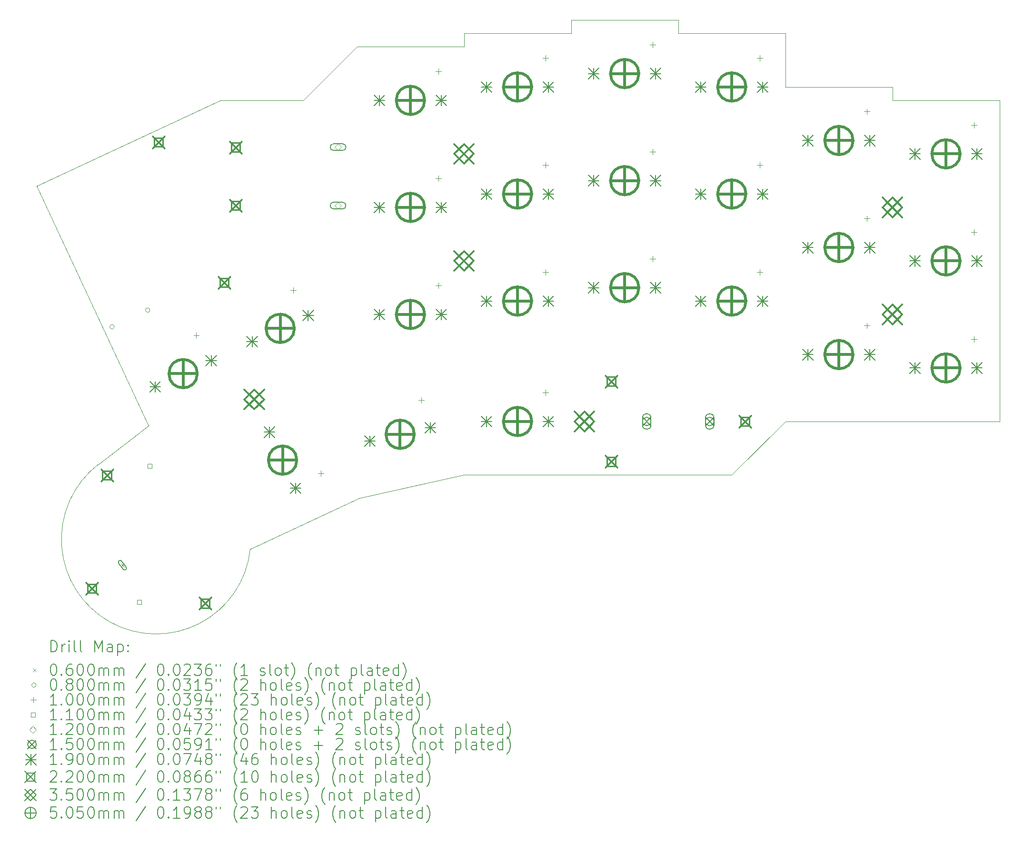
<source format=gbr>
%TF.GenerationSoftware,KiCad,Pcbnew,7.0.5*%
%TF.CreationDate,2024-03-19T12:28:52+08:00*%
%TF.ProjectId,Prime52right,5072696d-6535-4327-9269-6768742e6b69,rev?*%
%TF.SameCoordinates,Original*%
%TF.FileFunction,Drillmap*%
%TF.FilePolarity,Positive*%
%FSLAX45Y45*%
G04 Gerber Fmt 4.5, Leading zero omitted, Abs format (unit mm)*
G04 Created by KiCad (PCBNEW 7.0.5) date 2024-03-19 12:28:52*
%MOMM*%
%LPD*%
G01*
G04 APERTURE LIST*
%ADD10C,0.100000*%
%ADD11C,0.200000*%
%ADD12C,0.060000*%
%ADD13C,0.080000*%
%ADD14C,0.110000*%
%ADD15C,0.120000*%
%ADD16C,0.150000*%
%ADD17C,0.190000*%
%ADD18C,0.220000*%
%ADD19C,0.350000*%
%ADD20C,0.505000*%
G04 APERTURE END LIST*
D10*
X36405756Y-7698895D02*
X36405756Y-7936995D01*
X28785756Y-6746395D02*
X30690756Y-6746395D01*
X34500756Y-6746395D02*
X34500756Y-7698895D01*
X34500756Y-13651995D02*
X33548256Y-14604495D01*
X38310756Y-13651995D02*
X34500756Y-13651995D01*
X28785756Y-6984495D02*
X26880756Y-6984495D01*
X26880756Y-6984495D02*
X25928256Y-7936995D01*
X26925937Y-15016781D02*
X24984723Y-15921971D01*
X38310756Y-7936995D02*
X38310756Y-13651995D01*
X26925832Y-15016686D02*
X28785756Y-14604495D01*
X36405756Y-7936995D02*
X38310756Y-7936995D01*
X34500756Y-7698895D02*
X36405756Y-7698895D01*
X32595756Y-6508195D02*
X32595756Y-6746395D01*
X21182458Y-9461613D02*
X24452784Y-7936995D01*
X21182538Y-9461652D02*
X23174000Y-13730000D01*
X28785756Y-14604495D02*
X33548256Y-14604495D01*
X22284534Y-14414249D02*
X23174000Y-13730000D01*
X30690756Y-6508195D02*
X32595756Y-6508195D01*
X25928256Y-7936995D02*
X24452784Y-7936995D01*
X30690756Y-6746395D02*
X30690756Y-6508195D01*
X32595756Y-6746395D02*
X34500756Y-6746395D01*
X28785756Y-6984495D02*
X28785756Y-6746395D01*
X22284534Y-14414249D02*
G75*
G03*
X24984723Y-15921971I1025136J-1335831D01*
G01*
D11*
D12*
X22680618Y-16179715D02*
X22740618Y-16239715D01*
X22740618Y-16179715D02*
X22680618Y-16239715D01*
D11*
X22777032Y-16246987D02*
X22691805Y-16135917D01*
X22691805Y-16135917D02*
G75*
G03*
X22644204Y-16172443I-23801J-18263D01*
G01*
X22644204Y-16172443D02*
X22729431Y-16283512D01*
X22729431Y-16283512D02*
G75*
G03*
X22777032Y-16246987I23801J18263D01*
G01*
D13*
X22566700Y-11966000D02*
G75*
G03*
X22566700Y-11966000I-40000J0D01*
G01*
X23201115Y-11670167D02*
G75*
G03*
X23201115Y-11670167I-40000J0D01*
G01*
D10*
X24025800Y-12072402D02*
X24025800Y-12172402D01*
X23975800Y-12122402D02*
X24075800Y-12122402D01*
X25752275Y-11267302D02*
X25752275Y-11367302D01*
X25702275Y-11317302D02*
X25802275Y-11317302D01*
X26237452Y-14525663D02*
X26237452Y-14625663D01*
X26187452Y-14575663D02*
X26287452Y-14575663D01*
X28026382Y-13219688D02*
X28026382Y-13319688D01*
X27976382Y-13269688D02*
X28076382Y-13269688D01*
X28333300Y-7372000D02*
X28333300Y-7472000D01*
X28283300Y-7422000D02*
X28383300Y-7422000D01*
X28333300Y-9277000D02*
X28333300Y-9377000D01*
X28283300Y-9327000D02*
X28383300Y-9327000D01*
X28333300Y-11182000D02*
X28333300Y-11282000D01*
X28283300Y-11232000D02*
X28383300Y-11232000D01*
X30238300Y-7133900D02*
X30238300Y-7233900D01*
X30188300Y-7183900D02*
X30288300Y-7183900D01*
X30238300Y-9038900D02*
X30238300Y-9138900D01*
X30188300Y-9088900D02*
X30288300Y-9088900D01*
X30238300Y-10943900D02*
X30238300Y-11043900D01*
X30188300Y-10993900D02*
X30288300Y-10993900D01*
X30238300Y-13087000D02*
X30238300Y-13187000D01*
X30188300Y-13137000D02*
X30288300Y-13137000D01*
X32143300Y-6895800D02*
X32143300Y-6995800D01*
X32093300Y-6945800D02*
X32193300Y-6945800D01*
X32143300Y-8800800D02*
X32143300Y-8900800D01*
X32093300Y-8850800D02*
X32193300Y-8850800D01*
X32143300Y-10705800D02*
X32143300Y-10805800D01*
X32093300Y-10755800D02*
X32193300Y-10755800D01*
X34048300Y-7133900D02*
X34048300Y-7233900D01*
X33998300Y-7183900D02*
X34098300Y-7183900D01*
X34048300Y-9038900D02*
X34048300Y-9138900D01*
X33998300Y-9088900D02*
X34098300Y-9088900D01*
X34048300Y-10943900D02*
X34048300Y-11043900D01*
X33998300Y-10993900D02*
X34098300Y-10993900D01*
X35953300Y-8086400D02*
X35953300Y-8186400D01*
X35903300Y-8136400D02*
X36003300Y-8136400D01*
X35953300Y-9991400D02*
X35953300Y-10091400D01*
X35903300Y-10041400D02*
X36003300Y-10041400D01*
X35953300Y-11896400D02*
X35953300Y-11996400D01*
X35903300Y-11946400D02*
X36003300Y-11946400D01*
X37858300Y-8324500D02*
X37858300Y-8424500D01*
X37808300Y-8374500D02*
X37908300Y-8374500D01*
X37858300Y-10229500D02*
X37858300Y-10329500D01*
X37808300Y-10279500D02*
X37908300Y-10279500D01*
X37858300Y-12134500D02*
X37858300Y-12234500D01*
X37808300Y-12184500D02*
X37908300Y-12184500D01*
D14*
X23048706Y-16901355D02*
X23048706Y-16823573D01*
X22970923Y-16823573D01*
X22970923Y-16901355D01*
X23048706Y-16901355D01*
X23235124Y-14483159D02*
X23235124Y-14405377D01*
X23157341Y-14405377D01*
X23157341Y-14483159D01*
X23235124Y-14483159D01*
D15*
X26545800Y-8829500D02*
X26605800Y-8769500D01*
X26545800Y-8709500D01*
X26485800Y-8769500D01*
X26545800Y-8829500D01*
D11*
X26465800Y-8829500D02*
X26625800Y-8829500D01*
X26625800Y-8829500D02*
G75*
G03*
X26625800Y-8709500I0J60000D01*
G01*
X26625800Y-8709500D02*
X26465800Y-8709500D01*
X26465800Y-8709500D02*
G75*
G03*
X26465800Y-8829500I0J-60000D01*
G01*
D15*
X26545800Y-9869500D02*
X26605800Y-9809500D01*
X26545800Y-9749500D01*
X26485800Y-9809500D01*
X26545800Y-9869500D01*
D11*
X26465800Y-9869500D02*
X26625800Y-9869500D01*
X26625800Y-9869500D02*
G75*
G03*
X26625800Y-9749500I0J60000D01*
G01*
X26625800Y-9749500D02*
X26465800Y-9749500D01*
X26465800Y-9749500D02*
G75*
G03*
X26465800Y-9869500I0J-60000D01*
G01*
D16*
X31960800Y-13577000D02*
X32110800Y-13727000D01*
X32110800Y-13577000D02*
X31960800Y-13727000D01*
X32110800Y-13652000D02*
G75*
G03*
X32110800Y-13652000I-75000J0D01*
G01*
D11*
X31960800Y-13587000D02*
X31960800Y-13717000D01*
X31960800Y-13717000D02*
G75*
G03*
X32110800Y-13717000I75000J0D01*
G01*
X32110800Y-13717000D02*
X32110800Y-13587000D01*
X32110800Y-13587000D02*
G75*
G03*
X31960800Y-13587000I-75000J0D01*
G01*
D16*
X33080800Y-13577000D02*
X33230800Y-13727000D01*
X33230800Y-13577000D02*
X33080800Y-13727000D01*
X33230800Y-13652000D02*
G75*
G03*
X33230800Y-13652000I-75000J0D01*
G01*
D11*
X33080800Y-13587000D02*
X33080800Y-13717000D01*
X33080800Y-13717000D02*
G75*
G03*
X33230800Y-13717000I75000J0D01*
G01*
X33230800Y-13717000D02*
X33230800Y-13587000D01*
X33230800Y-13587000D02*
G75*
G03*
X33080800Y-13587000I-75000J0D01*
G01*
D17*
X23196825Y-12937900D02*
X23386825Y-13127900D01*
X23386825Y-12937900D02*
X23196825Y-13127900D01*
X23291825Y-12937900D02*
X23291825Y-13127900D01*
X23196825Y-13032900D02*
X23386825Y-13032900D01*
X24193764Y-12473020D02*
X24383764Y-12663020D01*
X24383764Y-12473020D02*
X24193764Y-12663020D01*
X24288764Y-12473020D02*
X24288764Y-12663020D01*
X24193764Y-12568020D02*
X24383764Y-12568020D01*
X24923300Y-12132800D02*
X25113300Y-12322800D01*
X25113300Y-12132800D02*
X24923300Y-12322800D01*
X25018300Y-12132800D02*
X25018300Y-12322800D01*
X24923300Y-12227800D02*
X25113300Y-12227800D01*
X25231954Y-13746688D02*
X25421954Y-13936688D01*
X25421954Y-13746688D02*
X25231954Y-13936688D01*
X25326954Y-13746688D02*
X25326954Y-13936688D01*
X25231954Y-13841688D02*
X25421954Y-13841688D01*
X25696834Y-14743627D02*
X25886834Y-14933627D01*
X25886834Y-14743627D02*
X25696834Y-14933627D01*
X25791834Y-14743627D02*
X25791834Y-14933627D01*
X25696834Y-14838627D02*
X25886834Y-14838627D01*
X25920239Y-11667920D02*
X26110239Y-11857920D01*
X26110239Y-11667920D02*
X25920239Y-11857920D01*
X26015239Y-11667920D02*
X26015239Y-11857920D01*
X25920239Y-11762920D02*
X26110239Y-11762920D01*
X27017737Y-13904742D02*
X27207737Y-14094742D01*
X27207737Y-13904742D02*
X27017737Y-14094742D01*
X27112737Y-13904742D02*
X27112737Y-14094742D01*
X27017737Y-13999742D02*
X27207737Y-13999742D01*
X27188300Y-7842000D02*
X27378300Y-8032000D01*
X27378300Y-7842000D02*
X27188300Y-8032000D01*
X27283300Y-7842000D02*
X27283300Y-8032000D01*
X27188300Y-7937000D02*
X27378300Y-7937000D01*
X27188300Y-9747000D02*
X27378300Y-9937000D01*
X27378300Y-9747000D02*
X27188300Y-9937000D01*
X27283300Y-9747000D02*
X27283300Y-9937000D01*
X27188300Y-9842000D02*
X27378300Y-9842000D01*
X27188300Y-11652000D02*
X27378300Y-11842000D01*
X27378300Y-11652000D02*
X27188300Y-11842000D01*
X27283300Y-11652000D02*
X27283300Y-11842000D01*
X27188300Y-11747000D02*
X27378300Y-11747000D01*
X28091663Y-13666658D02*
X28281663Y-13856658D01*
X28281663Y-13666658D02*
X28091663Y-13856658D01*
X28186663Y-13666658D02*
X28186663Y-13856658D01*
X28091663Y-13761658D02*
X28281663Y-13761658D01*
X28288300Y-7842000D02*
X28478300Y-8032000D01*
X28478300Y-7842000D02*
X28288300Y-8032000D01*
X28383300Y-7842000D02*
X28383300Y-8032000D01*
X28288300Y-7937000D02*
X28478300Y-7937000D01*
X28288300Y-9747000D02*
X28478300Y-9937000D01*
X28478300Y-9747000D02*
X28288300Y-9937000D01*
X28383300Y-9747000D02*
X28383300Y-9937000D01*
X28288300Y-9842000D02*
X28478300Y-9842000D01*
X28288300Y-11652000D02*
X28478300Y-11842000D01*
X28478300Y-11652000D02*
X28288300Y-11842000D01*
X28383300Y-11652000D02*
X28383300Y-11842000D01*
X28288300Y-11747000D02*
X28478300Y-11747000D01*
X29093300Y-7603900D02*
X29283300Y-7793900D01*
X29283300Y-7603900D02*
X29093300Y-7793900D01*
X29188300Y-7603900D02*
X29188300Y-7793900D01*
X29093300Y-7698900D02*
X29283300Y-7698900D01*
X29093300Y-9508900D02*
X29283300Y-9698900D01*
X29283300Y-9508900D02*
X29093300Y-9698900D01*
X29188300Y-9508900D02*
X29188300Y-9698900D01*
X29093300Y-9603900D02*
X29283300Y-9603900D01*
X29093300Y-11413900D02*
X29283300Y-11603900D01*
X29283300Y-11413900D02*
X29093300Y-11603900D01*
X29188300Y-11413900D02*
X29188300Y-11603900D01*
X29093300Y-11508900D02*
X29283300Y-11508900D01*
X29093300Y-13557000D02*
X29283300Y-13747000D01*
X29283300Y-13557000D02*
X29093300Y-13747000D01*
X29188300Y-13557000D02*
X29188300Y-13747000D01*
X29093300Y-13652000D02*
X29283300Y-13652000D01*
X30193300Y-7603900D02*
X30383300Y-7793900D01*
X30383300Y-7603900D02*
X30193300Y-7793900D01*
X30288300Y-7603900D02*
X30288300Y-7793900D01*
X30193300Y-7698900D02*
X30383300Y-7698900D01*
X30193300Y-9508900D02*
X30383300Y-9698900D01*
X30383300Y-9508900D02*
X30193300Y-9698900D01*
X30288300Y-9508900D02*
X30288300Y-9698900D01*
X30193300Y-9603900D02*
X30383300Y-9603900D01*
X30193300Y-11413900D02*
X30383300Y-11603900D01*
X30383300Y-11413900D02*
X30193300Y-11603900D01*
X30288300Y-11413900D02*
X30288300Y-11603900D01*
X30193300Y-11508900D02*
X30383300Y-11508900D01*
X30193300Y-13557000D02*
X30383300Y-13747000D01*
X30383300Y-13557000D02*
X30193300Y-13747000D01*
X30288300Y-13557000D02*
X30288300Y-13747000D01*
X30193300Y-13652000D02*
X30383300Y-13652000D01*
X30998300Y-7365800D02*
X31188300Y-7555800D01*
X31188300Y-7365800D02*
X30998300Y-7555800D01*
X31093300Y-7365800D02*
X31093300Y-7555800D01*
X30998300Y-7460800D02*
X31188300Y-7460800D01*
X30998300Y-9270800D02*
X31188300Y-9460800D01*
X31188300Y-9270800D02*
X30998300Y-9460800D01*
X31093300Y-9270800D02*
X31093300Y-9460800D01*
X30998300Y-9365800D02*
X31188300Y-9365800D01*
X30998300Y-11175800D02*
X31188300Y-11365800D01*
X31188300Y-11175800D02*
X30998300Y-11365800D01*
X31093300Y-11175800D02*
X31093300Y-11365800D01*
X30998300Y-11270800D02*
X31188300Y-11270800D01*
X32098300Y-7365800D02*
X32288300Y-7555800D01*
X32288300Y-7365800D02*
X32098300Y-7555800D01*
X32193300Y-7365800D02*
X32193300Y-7555800D01*
X32098300Y-7460800D02*
X32288300Y-7460800D01*
X32098300Y-9270800D02*
X32288300Y-9460800D01*
X32288300Y-9270800D02*
X32098300Y-9460800D01*
X32193300Y-9270800D02*
X32193300Y-9460800D01*
X32098300Y-9365800D02*
X32288300Y-9365800D01*
X32098300Y-11175800D02*
X32288300Y-11365800D01*
X32288300Y-11175800D02*
X32098300Y-11365800D01*
X32193300Y-11175800D02*
X32193300Y-11365800D01*
X32098300Y-11270800D02*
X32288300Y-11270800D01*
X32903300Y-7603900D02*
X33093300Y-7793900D01*
X33093300Y-7603900D02*
X32903300Y-7793900D01*
X32998300Y-7603900D02*
X32998300Y-7793900D01*
X32903300Y-7698900D02*
X33093300Y-7698900D01*
X32903300Y-9508900D02*
X33093300Y-9698900D01*
X33093300Y-9508900D02*
X32903300Y-9698900D01*
X32998300Y-9508900D02*
X32998300Y-9698900D01*
X32903300Y-9603900D02*
X33093300Y-9603900D01*
X32903300Y-11413900D02*
X33093300Y-11603900D01*
X33093300Y-11413900D02*
X32903300Y-11603900D01*
X32998300Y-11413900D02*
X32998300Y-11603900D01*
X32903300Y-11508900D02*
X33093300Y-11508900D01*
X34003300Y-7603900D02*
X34193300Y-7793900D01*
X34193300Y-7603900D02*
X34003300Y-7793900D01*
X34098300Y-7603900D02*
X34098300Y-7793900D01*
X34003300Y-7698900D02*
X34193300Y-7698900D01*
X34003300Y-9508900D02*
X34193300Y-9698900D01*
X34193300Y-9508900D02*
X34003300Y-9698900D01*
X34098300Y-9508900D02*
X34098300Y-9698900D01*
X34003300Y-9603900D02*
X34193300Y-9603900D01*
X34003300Y-11413900D02*
X34193300Y-11603900D01*
X34193300Y-11413900D02*
X34003300Y-11603900D01*
X34098300Y-11413900D02*
X34098300Y-11603900D01*
X34003300Y-11508900D02*
X34193300Y-11508900D01*
X34808300Y-8556400D02*
X34998300Y-8746400D01*
X34998300Y-8556400D02*
X34808300Y-8746400D01*
X34903300Y-8556400D02*
X34903300Y-8746400D01*
X34808300Y-8651400D02*
X34998300Y-8651400D01*
X34808300Y-10461400D02*
X34998300Y-10651400D01*
X34998300Y-10461400D02*
X34808300Y-10651400D01*
X34903300Y-10461400D02*
X34903300Y-10651400D01*
X34808300Y-10556400D02*
X34998300Y-10556400D01*
X34808300Y-12366400D02*
X34998300Y-12556400D01*
X34998300Y-12366400D02*
X34808300Y-12556400D01*
X34903300Y-12366400D02*
X34903300Y-12556400D01*
X34808300Y-12461400D02*
X34998300Y-12461400D01*
X35908300Y-8556400D02*
X36098300Y-8746400D01*
X36098300Y-8556400D02*
X35908300Y-8746400D01*
X36003300Y-8556400D02*
X36003300Y-8746400D01*
X35908300Y-8651400D02*
X36098300Y-8651400D01*
X35908300Y-10461400D02*
X36098300Y-10651400D01*
X36098300Y-10461400D02*
X35908300Y-10651400D01*
X36003300Y-10461400D02*
X36003300Y-10651400D01*
X35908300Y-10556400D02*
X36098300Y-10556400D01*
X35908300Y-12366400D02*
X36098300Y-12556400D01*
X36098300Y-12366400D02*
X35908300Y-12556400D01*
X36003300Y-12366400D02*
X36003300Y-12556400D01*
X35908300Y-12461400D02*
X36098300Y-12461400D01*
X36713300Y-8794500D02*
X36903300Y-8984500D01*
X36903300Y-8794500D02*
X36713300Y-8984500D01*
X36808300Y-8794500D02*
X36808300Y-8984500D01*
X36713300Y-8889500D02*
X36903300Y-8889500D01*
X36713300Y-10699500D02*
X36903300Y-10889500D01*
X36903300Y-10699500D02*
X36713300Y-10889500D01*
X36808300Y-10699500D02*
X36808300Y-10889500D01*
X36713300Y-10794500D02*
X36903300Y-10794500D01*
X36713300Y-12604500D02*
X36903300Y-12794500D01*
X36903300Y-12604500D02*
X36713300Y-12794500D01*
X36808300Y-12604500D02*
X36808300Y-12794500D01*
X36713300Y-12699500D02*
X36903300Y-12699500D01*
X37813300Y-8794500D02*
X38003300Y-8984500D01*
X38003300Y-8794500D02*
X37813300Y-8984500D01*
X37908300Y-8794500D02*
X37908300Y-8984500D01*
X37813300Y-8889500D02*
X38003300Y-8889500D01*
X37813300Y-10699500D02*
X38003300Y-10889500D01*
X38003300Y-10699500D02*
X37813300Y-10889500D01*
X37908300Y-10699500D02*
X37908300Y-10889500D01*
X37813300Y-10794500D02*
X38003300Y-10794500D01*
X37813300Y-12604500D02*
X38003300Y-12794500D01*
X38003300Y-12604500D02*
X37813300Y-12794500D01*
X37908300Y-12604500D02*
X37908300Y-12794500D01*
X37813300Y-12699500D02*
X38003300Y-12699500D01*
D18*
X22059393Y-16515012D02*
X22279393Y-16735012D01*
X22279393Y-16515012D02*
X22059393Y-16735012D01*
X22247175Y-16702794D02*
X22247175Y-16547229D01*
X22091610Y-16547229D01*
X22091610Y-16702794D01*
X22247175Y-16702794D01*
X22324688Y-14499893D02*
X22544688Y-14719893D01*
X22544688Y-14499893D02*
X22324688Y-14719893D01*
X22512471Y-14687675D02*
X22512471Y-14532110D01*
X22356906Y-14532110D01*
X22356906Y-14687675D01*
X22512471Y-14687675D01*
X23244683Y-8570377D02*
X23464683Y-8790377D01*
X23464683Y-8570377D02*
X23244683Y-8790377D01*
X23432465Y-8758159D02*
X23432465Y-8602594D01*
X23276900Y-8602594D01*
X23276900Y-8758159D01*
X23432465Y-8758159D01*
X24074512Y-16780307D02*
X24294512Y-17000307D01*
X24294512Y-16780307D02*
X24074512Y-17000307D01*
X24262294Y-16968090D02*
X24262294Y-16812525D01*
X24106729Y-16812525D01*
X24106729Y-16968090D01*
X24262294Y-16968090D01*
X24409250Y-11067798D02*
X24629250Y-11287798D01*
X24629250Y-11067798D02*
X24409250Y-11287798D01*
X24597032Y-11255581D02*
X24597032Y-11100016D01*
X24441467Y-11100016D01*
X24441467Y-11255581D01*
X24597032Y-11255581D01*
X24613300Y-8662000D02*
X24833300Y-8882000D01*
X24833300Y-8662000D02*
X24613300Y-8882000D01*
X24801082Y-8849783D02*
X24801082Y-8694218D01*
X24645517Y-8694218D01*
X24645517Y-8849783D01*
X24801082Y-8849783D01*
X24613300Y-9697000D02*
X24833300Y-9917000D01*
X24833300Y-9697000D02*
X24613300Y-9917000D01*
X24801082Y-9884783D02*
X24801082Y-9729218D01*
X24645517Y-9729218D01*
X24645517Y-9884783D01*
X24801082Y-9884783D01*
X31295100Y-12827600D02*
X31515100Y-13047600D01*
X31515100Y-12827600D02*
X31295100Y-13047600D01*
X31482882Y-13015382D02*
X31482882Y-12859817D01*
X31327317Y-12859817D01*
X31327317Y-13015382D01*
X31482882Y-13015382D01*
X31295100Y-14256400D02*
X31515100Y-14476400D01*
X31515100Y-14256400D02*
X31295100Y-14476400D01*
X31482882Y-14444182D02*
X31482882Y-14288617D01*
X31327317Y-14288617D01*
X31327317Y-14444182D01*
X31482882Y-14444182D01*
X33676500Y-13542000D02*
X33896500Y-13762000D01*
X33896500Y-13542000D02*
X33676500Y-13762000D01*
X33864283Y-13729782D02*
X33864283Y-13574217D01*
X33708718Y-13574217D01*
X33708718Y-13729782D01*
X33864283Y-13729782D01*
D19*
X24881200Y-13086100D02*
X25231200Y-13436100D01*
X25231200Y-13086100D02*
X24881200Y-13436100D01*
X25056200Y-13436100D02*
X25231200Y-13261100D01*
X25056200Y-13086100D01*
X24881200Y-13261100D01*
X25056200Y-13436100D01*
X28610800Y-8714500D02*
X28960800Y-9064500D01*
X28960800Y-8714500D02*
X28610800Y-9064500D01*
X28785800Y-9064500D02*
X28960800Y-8889500D01*
X28785800Y-8714500D01*
X28610800Y-8889500D01*
X28785800Y-9064500D01*
X28610800Y-10619500D02*
X28960800Y-10969500D01*
X28960800Y-10619500D02*
X28610800Y-10969500D01*
X28785800Y-10969500D02*
X28960800Y-10794500D01*
X28785800Y-10619500D01*
X28610800Y-10794500D01*
X28785800Y-10969500D01*
X30753900Y-13477000D02*
X31103900Y-13827000D01*
X31103900Y-13477000D02*
X30753900Y-13827000D01*
X30928900Y-13827000D02*
X31103900Y-13652000D01*
X30928900Y-13477000D01*
X30753900Y-13652000D01*
X30928900Y-13827000D01*
X36230800Y-9667000D02*
X36580800Y-10017000D01*
X36580800Y-9667000D02*
X36230800Y-10017000D01*
X36405800Y-10017000D02*
X36580800Y-9842000D01*
X36405800Y-9667000D01*
X36230800Y-9842000D01*
X36405800Y-10017000D01*
X36230800Y-11572000D02*
X36580800Y-11922000D01*
X36580800Y-11572000D02*
X36230800Y-11922000D01*
X36405800Y-11922000D02*
X36580800Y-11747000D01*
X36405800Y-11572000D01*
X36230800Y-11747000D01*
X36405800Y-11922000D01*
D20*
X23790294Y-12547960D02*
X23790294Y-13052960D01*
X23537794Y-12800460D02*
X24042794Y-12800460D01*
X24042794Y-12800460D02*
G75*
G03*
X24042794Y-12800460I-252500J0D01*
G01*
X25516769Y-11742860D02*
X25516769Y-12247860D01*
X25264269Y-11995360D02*
X25769269Y-11995360D01*
X25769269Y-11995360D02*
G75*
G03*
X25769269Y-11995360I-252500J0D01*
G01*
X25559394Y-14087658D02*
X25559394Y-14592658D01*
X25306894Y-14340158D02*
X25811894Y-14340158D01*
X25811894Y-14340158D02*
G75*
G03*
X25811894Y-14340158I-252500J0D01*
G01*
X27649700Y-13628200D02*
X27649700Y-14133200D01*
X27397200Y-13880700D02*
X27902200Y-13880700D01*
X27902200Y-13880700D02*
G75*
G03*
X27902200Y-13880700I-252500J0D01*
G01*
X27833300Y-7684500D02*
X27833300Y-8189500D01*
X27580800Y-7937000D02*
X28085800Y-7937000D01*
X28085800Y-7937000D02*
G75*
G03*
X28085800Y-7937000I-252500J0D01*
G01*
X27833300Y-9589500D02*
X27833300Y-10094500D01*
X27580800Y-9842000D02*
X28085800Y-9842000D01*
X28085800Y-9842000D02*
G75*
G03*
X28085800Y-9842000I-252500J0D01*
G01*
X27833300Y-11494500D02*
X27833300Y-11999500D01*
X27580800Y-11747000D02*
X28085800Y-11747000D01*
X28085800Y-11747000D02*
G75*
G03*
X28085800Y-11747000I-252500J0D01*
G01*
X29738300Y-7446400D02*
X29738300Y-7951400D01*
X29485800Y-7698900D02*
X29990800Y-7698900D01*
X29990800Y-7698900D02*
G75*
G03*
X29990800Y-7698900I-252500J0D01*
G01*
X29738300Y-9351400D02*
X29738300Y-9856400D01*
X29485800Y-9603900D02*
X29990800Y-9603900D01*
X29990800Y-9603900D02*
G75*
G03*
X29990800Y-9603900I-252500J0D01*
G01*
X29738300Y-11256400D02*
X29738300Y-11761400D01*
X29485800Y-11508900D02*
X29990800Y-11508900D01*
X29990800Y-11508900D02*
G75*
G03*
X29990800Y-11508900I-252500J0D01*
G01*
X29738300Y-13399500D02*
X29738300Y-13904500D01*
X29485800Y-13652000D02*
X29990800Y-13652000D01*
X29990800Y-13652000D02*
G75*
G03*
X29990800Y-13652000I-252500J0D01*
G01*
X31643300Y-7208300D02*
X31643300Y-7713300D01*
X31390800Y-7460800D02*
X31895800Y-7460800D01*
X31895800Y-7460800D02*
G75*
G03*
X31895800Y-7460800I-252500J0D01*
G01*
X31643300Y-9113300D02*
X31643300Y-9618300D01*
X31390800Y-9365800D02*
X31895800Y-9365800D01*
X31895800Y-9365800D02*
G75*
G03*
X31895800Y-9365800I-252500J0D01*
G01*
X31643300Y-11018300D02*
X31643300Y-11523300D01*
X31390800Y-11270800D02*
X31895800Y-11270800D01*
X31895800Y-11270800D02*
G75*
G03*
X31895800Y-11270800I-252500J0D01*
G01*
X33548300Y-7446400D02*
X33548300Y-7951400D01*
X33295800Y-7698900D02*
X33800800Y-7698900D01*
X33800800Y-7698900D02*
G75*
G03*
X33800800Y-7698900I-252500J0D01*
G01*
X33548300Y-9351400D02*
X33548300Y-9856400D01*
X33295800Y-9603900D02*
X33800800Y-9603900D01*
X33800800Y-9603900D02*
G75*
G03*
X33800800Y-9603900I-252500J0D01*
G01*
X33548300Y-11256400D02*
X33548300Y-11761400D01*
X33295800Y-11508900D02*
X33800800Y-11508900D01*
X33800800Y-11508900D02*
G75*
G03*
X33800800Y-11508900I-252500J0D01*
G01*
X35453300Y-8398900D02*
X35453300Y-8903900D01*
X35200800Y-8651400D02*
X35705800Y-8651400D01*
X35705800Y-8651400D02*
G75*
G03*
X35705800Y-8651400I-252500J0D01*
G01*
X35453300Y-10303900D02*
X35453300Y-10808900D01*
X35200800Y-10556400D02*
X35705800Y-10556400D01*
X35705800Y-10556400D02*
G75*
G03*
X35705800Y-10556400I-252500J0D01*
G01*
X35453300Y-12208900D02*
X35453300Y-12713900D01*
X35200800Y-12461400D02*
X35705800Y-12461400D01*
X35705800Y-12461400D02*
G75*
G03*
X35705800Y-12461400I-252500J0D01*
G01*
X37358300Y-8637000D02*
X37358300Y-9142000D01*
X37105800Y-8889500D02*
X37610800Y-8889500D01*
X37610800Y-8889500D02*
G75*
G03*
X37610800Y-8889500I-252500J0D01*
G01*
X37358300Y-10542000D02*
X37358300Y-11047000D01*
X37105800Y-10794500D02*
X37610800Y-10794500D01*
X37610800Y-10794500D02*
G75*
G03*
X37610800Y-10794500I-252500J0D01*
G01*
X37358300Y-12447000D02*
X37358300Y-12952000D01*
X37105800Y-12699500D02*
X37610800Y-12699500D01*
X37610800Y-12699500D02*
G75*
G03*
X37610800Y-12699500I-252500J0D01*
G01*
D11*
X21438235Y-17750413D02*
X21438235Y-17550413D01*
X21438235Y-17550413D02*
X21485854Y-17550413D01*
X21485854Y-17550413D02*
X21514425Y-17559937D01*
X21514425Y-17559937D02*
X21533473Y-17578984D01*
X21533473Y-17578984D02*
X21542997Y-17598032D01*
X21542997Y-17598032D02*
X21552520Y-17636127D01*
X21552520Y-17636127D02*
X21552520Y-17664699D01*
X21552520Y-17664699D02*
X21542997Y-17702794D01*
X21542997Y-17702794D02*
X21533473Y-17721842D01*
X21533473Y-17721842D02*
X21514425Y-17740889D01*
X21514425Y-17740889D02*
X21485854Y-17750413D01*
X21485854Y-17750413D02*
X21438235Y-17750413D01*
X21638235Y-17750413D02*
X21638235Y-17617080D01*
X21638235Y-17655175D02*
X21647758Y-17636127D01*
X21647758Y-17636127D02*
X21657282Y-17626603D01*
X21657282Y-17626603D02*
X21676330Y-17617080D01*
X21676330Y-17617080D02*
X21695378Y-17617080D01*
X21762044Y-17750413D02*
X21762044Y-17617080D01*
X21762044Y-17550413D02*
X21752520Y-17559937D01*
X21752520Y-17559937D02*
X21762044Y-17569461D01*
X21762044Y-17569461D02*
X21771568Y-17559937D01*
X21771568Y-17559937D02*
X21762044Y-17550413D01*
X21762044Y-17550413D02*
X21762044Y-17569461D01*
X21885854Y-17750413D02*
X21866806Y-17740889D01*
X21866806Y-17740889D02*
X21857282Y-17721842D01*
X21857282Y-17721842D02*
X21857282Y-17550413D01*
X21990616Y-17750413D02*
X21971568Y-17740889D01*
X21971568Y-17740889D02*
X21962044Y-17721842D01*
X21962044Y-17721842D02*
X21962044Y-17550413D01*
X22219187Y-17750413D02*
X22219187Y-17550413D01*
X22219187Y-17550413D02*
X22285854Y-17693270D01*
X22285854Y-17693270D02*
X22352520Y-17550413D01*
X22352520Y-17550413D02*
X22352520Y-17750413D01*
X22533473Y-17750413D02*
X22533473Y-17645651D01*
X22533473Y-17645651D02*
X22523949Y-17626603D01*
X22523949Y-17626603D02*
X22504901Y-17617080D01*
X22504901Y-17617080D02*
X22466806Y-17617080D01*
X22466806Y-17617080D02*
X22447758Y-17626603D01*
X22533473Y-17740889D02*
X22514425Y-17750413D01*
X22514425Y-17750413D02*
X22466806Y-17750413D01*
X22466806Y-17750413D02*
X22447758Y-17740889D01*
X22447758Y-17740889D02*
X22438235Y-17721842D01*
X22438235Y-17721842D02*
X22438235Y-17702794D01*
X22438235Y-17702794D02*
X22447758Y-17683746D01*
X22447758Y-17683746D02*
X22466806Y-17674223D01*
X22466806Y-17674223D02*
X22514425Y-17674223D01*
X22514425Y-17674223D02*
X22533473Y-17664699D01*
X22628711Y-17617080D02*
X22628711Y-17817080D01*
X22628711Y-17626603D02*
X22647758Y-17617080D01*
X22647758Y-17617080D02*
X22685854Y-17617080D01*
X22685854Y-17617080D02*
X22704901Y-17626603D01*
X22704901Y-17626603D02*
X22714425Y-17636127D01*
X22714425Y-17636127D02*
X22723949Y-17655175D01*
X22723949Y-17655175D02*
X22723949Y-17712318D01*
X22723949Y-17712318D02*
X22714425Y-17731365D01*
X22714425Y-17731365D02*
X22704901Y-17740889D01*
X22704901Y-17740889D02*
X22685854Y-17750413D01*
X22685854Y-17750413D02*
X22647758Y-17750413D01*
X22647758Y-17750413D02*
X22628711Y-17740889D01*
X22809663Y-17731365D02*
X22819187Y-17740889D01*
X22819187Y-17740889D02*
X22809663Y-17750413D01*
X22809663Y-17750413D02*
X22800139Y-17740889D01*
X22800139Y-17740889D02*
X22809663Y-17731365D01*
X22809663Y-17731365D02*
X22809663Y-17750413D01*
X22809663Y-17626603D02*
X22819187Y-17636127D01*
X22819187Y-17636127D02*
X22809663Y-17645651D01*
X22809663Y-17645651D02*
X22800139Y-17636127D01*
X22800139Y-17636127D02*
X22809663Y-17626603D01*
X22809663Y-17626603D02*
X22809663Y-17645651D01*
D12*
X21117458Y-18048929D02*
X21177458Y-18108929D01*
X21177458Y-18048929D02*
X21117458Y-18108929D01*
D11*
X21476330Y-17970413D02*
X21495378Y-17970413D01*
X21495378Y-17970413D02*
X21514425Y-17979937D01*
X21514425Y-17979937D02*
X21523949Y-17989461D01*
X21523949Y-17989461D02*
X21533473Y-18008508D01*
X21533473Y-18008508D02*
X21542997Y-18046603D01*
X21542997Y-18046603D02*
X21542997Y-18094223D01*
X21542997Y-18094223D02*
X21533473Y-18132318D01*
X21533473Y-18132318D02*
X21523949Y-18151365D01*
X21523949Y-18151365D02*
X21514425Y-18160889D01*
X21514425Y-18160889D02*
X21495378Y-18170413D01*
X21495378Y-18170413D02*
X21476330Y-18170413D01*
X21476330Y-18170413D02*
X21457282Y-18160889D01*
X21457282Y-18160889D02*
X21447758Y-18151365D01*
X21447758Y-18151365D02*
X21438235Y-18132318D01*
X21438235Y-18132318D02*
X21428711Y-18094223D01*
X21428711Y-18094223D02*
X21428711Y-18046603D01*
X21428711Y-18046603D02*
X21438235Y-18008508D01*
X21438235Y-18008508D02*
X21447758Y-17989461D01*
X21447758Y-17989461D02*
X21457282Y-17979937D01*
X21457282Y-17979937D02*
X21476330Y-17970413D01*
X21628711Y-18151365D02*
X21638235Y-18160889D01*
X21638235Y-18160889D02*
X21628711Y-18170413D01*
X21628711Y-18170413D02*
X21619187Y-18160889D01*
X21619187Y-18160889D02*
X21628711Y-18151365D01*
X21628711Y-18151365D02*
X21628711Y-18170413D01*
X21809663Y-17970413D02*
X21771568Y-17970413D01*
X21771568Y-17970413D02*
X21752520Y-17979937D01*
X21752520Y-17979937D02*
X21742997Y-17989461D01*
X21742997Y-17989461D02*
X21723949Y-18018032D01*
X21723949Y-18018032D02*
X21714425Y-18056127D01*
X21714425Y-18056127D02*
X21714425Y-18132318D01*
X21714425Y-18132318D02*
X21723949Y-18151365D01*
X21723949Y-18151365D02*
X21733473Y-18160889D01*
X21733473Y-18160889D02*
X21752520Y-18170413D01*
X21752520Y-18170413D02*
X21790616Y-18170413D01*
X21790616Y-18170413D02*
X21809663Y-18160889D01*
X21809663Y-18160889D02*
X21819187Y-18151365D01*
X21819187Y-18151365D02*
X21828711Y-18132318D01*
X21828711Y-18132318D02*
X21828711Y-18084699D01*
X21828711Y-18084699D02*
X21819187Y-18065651D01*
X21819187Y-18065651D02*
X21809663Y-18056127D01*
X21809663Y-18056127D02*
X21790616Y-18046603D01*
X21790616Y-18046603D02*
X21752520Y-18046603D01*
X21752520Y-18046603D02*
X21733473Y-18056127D01*
X21733473Y-18056127D02*
X21723949Y-18065651D01*
X21723949Y-18065651D02*
X21714425Y-18084699D01*
X21952520Y-17970413D02*
X21971568Y-17970413D01*
X21971568Y-17970413D02*
X21990616Y-17979937D01*
X21990616Y-17979937D02*
X22000139Y-17989461D01*
X22000139Y-17989461D02*
X22009663Y-18008508D01*
X22009663Y-18008508D02*
X22019187Y-18046603D01*
X22019187Y-18046603D02*
X22019187Y-18094223D01*
X22019187Y-18094223D02*
X22009663Y-18132318D01*
X22009663Y-18132318D02*
X22000139Y-18151365D01*
X22000139Y-18151365D02*
X21990616Y-18160889D01*
X21990616Y-18160889D02*
X21971568Y-18170413D01*
X21971568Y-18170413D02*
X21952520Y-18170413D01*
X21952520Y-18170413D02*
X21933473Y-18160889D01*
X21933473Y-18160889D02*
X21923949Y-18151365D01*
X21923949Y-18151365D02*
X21914425Y-18132318D01*
X21914425Y-18132318D02*
X21904901Y-18094223D01*
X21904901Y-18094223D02*
X21904901Y-18046603D01*
X21904901Y-18046603D02*
X21914425Y-18008508D01*
X21914425Y-18008508D02*
X21923949Y-17989461D01*
X21923949Y-17989461D02*
X21933473Y-17979937D01*
X21933473Y-17979937D02*
X21952520Y-17970413D01*
X22142997Y-17970413D02*
X22162044Y-17970413D01*
X22162044Y-17970413D02*
X22181092Y-17979937D01*
X22181092Y-17979937D02*
X22190616Y-17989461D01*
X22190616Y-17989461D02*
X22200139Y-18008508D01*
X22200139Y-18008508D02*
X22209663Y-18046603D01*
X22209663Y-18046603D02*
X22209663Y-18094223D01*
X22209663Y-18094223D02*
X22200139Y-18132318D01*
X22200139Y-18132318D02*
X22190616Y-18151365D01*
X22190616Y-18151365D02*
X22181092Y-18160889D01*
X22181092Y-18160889D02*
X22162044Y-18170413D01*
X22162044Y-18170413D02*
X22142997Y-18170413D01*
X22142997Y-18170413D02*
X22123949Y-18160889D01*
X22123949Y-18160889D02*
X22114425Y-18151365D01*
X22114425Y-18151365D02*
X22104901Y-18132318D01*
X22104901Y-18132318D02*
X22095378Y-18094223D01*
X22095378Y-18094223D02*
X22095378Y-18046603D01*
X22095378Y-18046603D02*
X22104901Y-18008508D01*
X22104901Y-18008508D02*
X22114425Y-17989461D01*
X22114425Y-17989461D02*
X22123949Y-17979937D01*
X22123949Y-17979937D02*
X22142997Y-17970413D01*
X22295378Y-18170413D02*
X22295378Y-18037080D01*
X22295378Y-18056127D02*
X22304901Y-18046603D01*
X22304901Y-18046603D02*
X22323949Y-18037080D01*
X22323949Y-18037080D02*
X22352520Y-18037080D01*
X22352520Y-18037080D02*
X22371568Y-18046603D01*
X22371568Y-18046603D02*
X22381092Y-18065651D01*
X22381092Y-18065651D02*
X22381092Y-18170413D01*
X22381092Y-18065651D02*
X22390616Y-18046603D01*
X22390616Y-18046603D02*
X22409663Y-18037080D01*
X22409663Y-18037080D02*
X22438235Y-18037080D01*
X22438235Y-18037080D02*
X22457282Y-18046603D01*
X22457282Y-18046603D02*
X22466806Y-18065651D01*
X22466806Y-18065651D02*
X22466806Y-18170413D01*
X22562044Y-18170413D02*
X22562044Y-18037080D01*
X22562044Y-18056127D02*
X22571568Y-18046603D01*
X22571568Y-18046603D02*
X22590616Y-18037080D01*
X22590616Y-18037080D02*
X22619187Y-18037080D01*
X22619187Y-18037080D02*
X22638235Y-18046603D01*
X22638235Y-18046603D02*
X22647758Y-18065651D01*
X22647758Y-18065651D02*
X22647758Y-18170413D01*
X22647758Y-18065651D02*
X22657282Y-18046603D01*
X22657282Y-18046603D02*
X22676330Y-18037080D01*
X22676330Y-18037080D02*
X22704901Y-18037080D01*
X22704901Y-18037080D02*
X22723949Y-18046603D01*
X22723949Y-18046603D02*
X22733473Y-18065651D01*
X22733473Y-18065651D02*
X22733473Y-18170413D01*
X23123949Y-17960889D02*
X22952520Y-18218032D01*
X23381092Y-17970413D02*
X23400140Y-17970413D01*
X23400140Y-17970413D02*
X23419187Y-17979937D01*
X23419187Y-17979937D02*
X23428711Y-17989461D01*
X23428711Y-17989461D02*
X23438235Y-18008508D01*
X23438235Y-18008508D02*
X23447759Y-18046603D01*
X23447759Y-18046603D02*
X23447759Y-18094223D01*
X23447759Y-18094223D02*
X23438235Y-18132318D01*
X23438235Y-18132318D02*
X23428711Y-18151365D01*
X23428711Y-18151365D02*
X23419187Y-18160889D01*
X23419187Y-18160889D02*
X23400140Y-18170413D01*
X23400140Y-18170413D02*
X23381092Y-18170413D01*
X23381092Y-18170413D02*
X23362044Y-18160889D01*
X23362044Y-18160889D02*
X23352520Y-18151365D01*
X23352520Y-18151365D02*
X23342997Y-18132318D01*
X23342997Y-18132318D02*
X23333473Y-18094223D01*
X23333473Y-18094223D02*
X23333473Y-18046603D01*
X23333473Y-18046603D02*
X23342997Y-18008508D01*
X23342997Y-18008508D02*
X23352520Y-17989461D01*
X23352520Y-17989461D02*
X23362044Y-17979937D01*
X23362044Y-17979937D02*
X23381092Y-17970413D01*
X23533473Y-18151365D02*
X23542997Y-18160889D01*
X23542997Y-18160889D02*
X23533473Y-18170413D01*
X23533473Y-18170413D02*
X23523949Y-18160889D01*
X23523949Y-18160889D02*
X23533473Y-18151365D01*
X23533473Y-18151365D02*
X23533473Y-18170413D01*
X23666806Y-17970413D02*
X23685854Y-17970413D01*
X23685854Y-17970413D02*
X23704901Y-17979937D01*
X23704901Y-17979937D02*
X23714425Y-17989461D01*
X23714425Y-17989461D02*
X23723949Y-18008508D01*
X23723949Y-18008508D02*
X23733473Y-18046603D01*
X23733473Y-18046603D02*
X23733473Y-18094223D01*
X23733473Y-18094223D02*
X23723949Y-18132318D01*
X23723949Y-18132318D02*
X23714425Y-18151365D01*
X23714425Y-18151365D02*
X23704901Y-18160889D01*
X23704901Y-18160889D02*
X23685854Y-18170413D01*
X23685854Y-18170413D02*
X23666806Y-18170413D01*
X23666806Y-18170413D02*
X23647759Y-18160889D01*
X23647759Y-18160889D02*
X23638235Y-18151365D01*
X23638235Y-18151365D02*
X23628711Y-18132318D01*
X23628711Y-18132318D02*
X23619187Y-18094223D01*
X23619187Y-18094223D02*
X23619187Y-18046603D01*
X23619187Y-18046603D02*
X23628711Y-18008508D01*
X23628711Y-18008508D02*
X23638235Y-17989461D01*
X23638235Y-17989461D02*
X23647759Y-17979937D01*
X23647759Y-17979937D02*
X23666806Y-17970413D01*
X23809663Y-17989461D02*
X23819187Y-17979937D01*
X23819187Y-17979937D02*
X23838235Y-17970413D01*
X23838235Y-17970413D02*
X23885854Y-17970413D01*
X23885854Y-17970413D02*
X23904901Y-17979937D01*
X23904901Y-17979937D02*
X23914425Y-17989461D01*
X23914425Y-17989461D02*
X23923949Y-18008508D01*
X23923949Y-18008508D02*
X23923949Y-18027556D01*
X23923949Y-18027556D02*
X23914425Y-18056127D01*
X23914425Y-18056127D02*
X23800140Y-18170413D01*
X23800140Y-18170413D02*
X23923949Y-18170413D01*
X23990616Y-17970413D02*
X24114425Y-17970413D01*
X24114425Y-17970413D02*
X24047759Y-18046603D01*
X24047759Y-18046603D02*
X24076330Y-18046603D01*
X24076330Y-18046603D02*
X24095378Y-18056127D01*
X24095378Y-18056127D02*
X24104901Y-18065651D01*
X24104901Y-18065651D02*
X24114425Y-18084699D01*
X24114425Y-18084699D02*
X24114425Y-18132318D01*
X24114425Y-18132318D02*
X24104901Y-18151365D01*
X24104901Y-18151365D02*
X24095378Y-18160889D01*
X24095378Y-18160889D02*
X24076330Y-18170413D01*
X24076330Y-18170413D02*
X24019187Y-18170413D01*
X24019187Y-18170413D02*
X24000140Y-18160889D01*
X24000140Y-18160889D02*
X23990616Y-18151365D01*
X24285854Y-17970413D02*
X24247759Y-17970413D01*
X24247759Y-17970413D02*
X24228711Y-17979937D01*
X24228711Y-17979937D02*
X24219187Y-17989461D01*
X24219187Y-17989461D02*
X24200140Y-18018032D01*
X24200140Y-18018032D02*
X24190616Y-18056127D01*
X24190616Y-18056127D02*
X24190616Y-18132318D01*
X24190616Y-18132318D02*
X24200140Y-18151365D01*
X24200140Y-18151365D02*
X24209663Y-18160889D01*
X24209663Y-18160889D02*
X24228711Y-18170413D01*
X24228711Y-18170413D02*
X24266806Y-18170413D01*
X24266806Y-18170413D02*
X24285854Y-18160889D01*
X24285854Y-18160889D02*
X24295378Y-18151365D01*
X24295378Y-18151365D02*
X24304901Y-18132318D01*
X24304901Y-18132318D02*
X24304901Y-18084699D01*
X24304901Y-18084699D02*
X24295378Y-18065651D01*
X24295378Y-18065651D02*
X24285854Y-18056127D01*
X24285854Y-18056127D02*
X24266806Y-18046603D01*
X24266806Y-18046603D02*
X24228711Y-18046603D01*
X24228711Y-18046603D02*
X24209663Y-18056127D01*
X24209663Y-18056127D02*
X24200140Y-18065651D01*
X24200140Y-18065651D02*
X24190616Y-18084699D01*
X24381092Y-17970413D02*
X24381092Y-18008508D01*
X24457282Y-17970413D02*
X24457282Y-18008508D01*
X24752521Y-18246603D02*
X24742997Y-18237080D01*
X24742997Y-18237080D02*
X24723949Y-18208508D01*
X24723949Y-18208508D02*
X24714425Y-18189461D01*
X24714425Y-18189461D02*
X24704902Y-18160889D01*
X24704902Y-18160889D02*
X24695378Y-18113270D01*
X24695378Y-18113270D02*
X24695378Y-18075175D01*
X24695378Y-18075175D02*
X24704902Y-18027556D01*
X24704902Y-18027556D02*
X24714425Y-17998984D01*
X24714425Y-17998984D02*
X24723949Y-17979937D01*
X24723949Y-17979937D02*
X24742997Y-17951365D01*
X24742997Y-17951365D02*
X24752521Y-17941842D01*
X24933473Y-18170413D02*
X24819187Y-18170413D01*
X24876330Y-18170413D02*
X24876330Y-17970413D01*
X24876330Y-17970413D02*
X24857282Y-17998984D01*
X24857282Y-17998984D02*
X24838235Y-18018032D01*
X24838235Y-18018032D02*
X24819187Y-18027556D01*
X25162044Y-18160889D02*
X25181092Y-18170413D01*
X25181092Y-18170413D02*
X25219187Y-18170413D01*
X25219187Y-18170413D02*
X25238235Y-18160889D01*
X25238235Y-18160889D02*
X25247759Y-18141842D01*
X25247759Y-18141842D02*
X25247759Y-18132318D01*
X25247759Y-18132318D02*
X25238235Y-18113270D01*
X25238235Y-18113270D02*
X25219187Y-18103746D01*
X25219187Y-18103746D02*
X25190616Y-18103746D01*
X25190616Y-18103746D02*
X25171568Y-18094223D01*
X25171568Y-18094223D02*
X25162044Y-18075175D01*
X25162044Y-18075175D02*
X25162044Y-18065651D01*
X25162044Y-18065651D02*
X25171568Y-18046603D01*
X25171568Y-18046603D02*
X25190616Y-18037080D01*
X25190616Y-18037080D02*
X25219187Y-18037080D01*
X25219187Y-18037080D02*
X25238235Y-18046603D01*
X25362044Y-18170413D02*
X25342997Y-18160889D01*
X25342997Y-18160889D02*
X25333473Y-18141842D01*
X25333473Y-18141842D02*
X25333473Y-17970413D01*
X25466806Y-18170413D02*
X25447759Y-18160889D01*
X25447759Y-18160889D02*
X25438235Y-18151365D01*
X25438235Y-18151365D02*
X25428711Y-18132318D01*
X25428711Y-18132318D02*
X25428711Y-18075175D01*
X25428711Y-18075175D02*
X25438235Y-18056127D01*
X25438235Y-18056127D02*
X25447759Y-18046603D01*
X25447759Y-18046603D02*
X25466806Y-18037080D01*
X25466806Y-18037080D02*
X25495378Y-18037080D01*
X25495378Y-18037080D02*
X25514425Y-18046603D01*
X25514425Y-18046603D02*
X25523949Y-18056127D01*
X25523949Y-18056127D02*
X25533473Y-18075175D01*
X25533473Y-18075175D02*
X25533473Y-18132318D01*
X25533473Y-18132318D02*
X25523949Y-18151365D01*
X25523949Y-18151365D02*
X25514425Y-18160889D01*
X25514425Y-18160889D02*
X25495378Y-18170413D01*
X25495378Y-18170413D02*
X25466806Y-18170413D01*
X25590616Y-18037080D02*
X25666806Y-18037080D01*
X25619187Y-17970413D02*
X25619187Y-18141842D01*
X25619187Y-18141842D02*
X25628711Y-18160889D01*
X25628711Y-18160889D02*
X25647759Y-18170413D01*
X25647759Y-18170413D02*
X25666806Y-18170413D01*
X25714425Y-18246603D02*
X25723949Y-18237080D01*
X25723949Y-18237080D02*
X25742997Y-18208508D01*
X25742997Y-18208508D02*
X25752521Y-18189461D01*
X25752521Y-18189461D02*
X25762044Y-18160889D01*
X25762044Y-18160889D02*
X25771568Y-18113270D01*
X25771568Y-18113270D02*
X25771568Y-18075175D01*
X25771568Y-18075175D02*
X25762044Y-18027556D01*
X25762044Y-18027556D02*
X25752521Y-17998984D01*
X25752521Y-17998984D02*
X25742997Y-17979937D01*
X25742997Y-17979937D02*
X25723949Y-17951365D01*
X25723949Y-17951365D02*
X25714425Y-17941842D01*
X26076330Y-18246603D02*
X26066806Y-18237080D01*
X26066806Y-18237080D02*
X26047759Y-18208508D01*
X26047759Y-18208508D02*
X26038235Y-18189461D01*
X26038235Y-18189461D02*
X26028711Y-18160889D01*
X26028711Y-18160889D02*
X26019187Y-18113270D01*
X26019187Y-18113270D02*
X26019187Y-18075175D01*
X26019187Y-18075175D02*
X26028711Y-18027556D01*
X26028711Y-18027556D02*
X26038235Y-17998984D01*
X26038235Y-17998984D02*
X26047759Y-17979937D01*
X26047759Y-17979937D02*
X26066806Y-17951365D01*
X26066806Y-17951365D02*
X26076330Y-17941842D01*
X26152521Y-18037080D02*
X26152521Y-18170413D01*
X26152521Y-18056127D02*
X26162044Y-18046603D01*
X26162044Y-18046603D02*
X26181092Y-18037080D01*
X26181092Y-18037080D02*
X26209664Y-18037080D01*
X26209664Y-18037080D02*
X26228711Y-18046603D01*
X26228711Y-18046603D02*
X26238235Y-18065651D01*
X26238235Y-18065651D02*
X26238235Y-18170413D01*
X26362044Y-18170413D02*
X26342997Y-18160889D01*
X26342997Y-18160889D02*
X26333473Y-18151365D01*
X26333473Y-18151365D02*
X26323949Y-18132318D01*
X26323949Y-18132318D02*
X26323949Y-18075175D01*
X26323949Y-18075175D02*
X26333473Y-18056127D01*
X26333473Y-18056127D02*
X26342997Y-18046603D01*
X26342997Y-18046603D02*
X26362044Y-18037080D01*
X26362044Y-18037080D02*
X26390616Y-18037080D01*
X26390616Y-18037080D02*
X26409664Y-18046603D01*
X26409664Y-18046603D02*
X26419187Y-18056127D01*
X26419187Y-18056127D02*
X26428711Y-18075175D01*
X26428711Y-18075175D02*
X26428711Y-18132318D01*
X26428711Y-18132318D02*
X26419187Y-18151365D01*
X26419187Y-18151365D02*
X26409664Y-18160889D01*
X26409664Y-18160889D02*
X26390616Y-18170413D01*
X26390616Y-18170413D02*
X26362044Y-18170413D01*
X26485854Y-18037080D02*
X26562044Y-18037080D01*
X26514425Y-17970413D02*
X26514425Y-18141842D01*
X26514425Y-18141842D02*
X26523949Y-18160889D01*
X26523949Y-18160889D02*
X26542997Y-18170413D01*
X26542997Y-18170413D02*
X26562044Y-18170413D01*
X26781092Y-18037080D02*
X26781092Y-18237080D01*
X26781092Y-18046603D02*
X26800140Y-18037080D01*
X26800140Y-18037080D02*
X26838235Y-18037080D01*
X26838235Y-18037080D02*
X26857283Y-18046603D01*
X26857283Y-18046603D02*
X26866806Y-18056127D01*
X26866806Y-18056127D02*
X26876330Y-18075175D01*
X26876330Y-18075175D02*
X26876330Y-18132318D01*
X26876330Y-18132318D02*
X26866806Y-18151365D01*
X26866806Y-18151365D02*
X26857283Y-18160889D01*
X26857283Y-18160889D02*
X26838235Y-18170413D01*
X26838235Y-18170413D02*
X26800140Y-18170413D01*
X26800140Y-18170413D02*
X26781092Y-18160889D01*
X26990616Y-18170413D02*
X26971568Y-18160889D01*
X26971568Y-18160889D02*
X26962045Y-18141842D01*
X26962045Y-18141842D02*
X26962045Y-17970413D01*
X27152521Y-18170413D02*
X27152521Y-18065651D01*
X27152521Y-18065651D02*
X27142997Y-18046603D01*
X27142997Y-18046603D02*
X27123949Y-18037080D01*
X27123949Y-18037080D02*
X27085854Y-18037080D01*
X27085854Y-18037080D02*
X27066806Y-18046603D01*
X27152521Y-18160889D02*
X27133473Y-18170413D01*
X27133473Y-18170413D02*
X27085854Y-18170413D01*
X27085854Y-18170413D02*
X27066806Y-18160889D01*
X27066806Y-18160889D02*
X27057283Y-18141842D01*
X27057283Y-18141842D02*
X27057283Y-18122794D01*
X27057283Y-18122794D02*
X27066806Y-18103746D01*
X27066806Y-18103746D02*
X27085854Y-18094223D01*
X27085854Y-18094223D02*
X27133473Y-18094223D01*
X27133473Y-18094223D02*
X27152521Y-18084699D01*
X27219187Y-18037080D02*
X27295378Y-18037080D01*
X27247759Y-17970413D02*
X27247759Y-18141842D01*
X27247759Y-18141842D02*
X27257283Y-18160889D01*
X27257283Y-18160889D02*
X27276330Y-18170413D01*
X27276330Y-18170413D02*
X27295378Y-18170413D01*
X27438235Y-18160889D02*
X27419187Y-18170413D01*
X27419187Y-18170413D02*
X27381092Y-18170413D01*
X27381092Y-18170413D02*
X27362045Y-18160889D01*
X27362045Y-18160889D02*
X27352521Y-18141842D01*
X27352521Y-18141842D02*
X27352521Y-18065651D01*
X27352521Y-18065651D02*
X27362045Y-18046603D01*
X27362045Y-18046603D02*
X27381092Y-18037080D01*
X27381092Y-18037080D02*
X27419187Y-18037080D01*
X27419187Y-18037080D02*
X27438235Y-18046603D01*
X27438235Y-18046603D02*
X27447759Y-18065651D01*
X27447759Y-18065651D02*
X27447759Y-18084699D01*
X27447759Y-18084699D02*
X27352521Y-18103746D01*
X27619187Y-18170413D02*
X27619187Y-17970413D01*
X27619187Y-18160889D02*
X27600140Y-18170413D01*
X27600140Y-18170413D02*
X27562045Y-18170413D01*
X27562045Y-18170413D02*
X27542997Y-18160889D01*
X27542997Y-18160889D02*
X27533473Y-18151365D01*
X27533473Y-18151365D02*
X27523949Y-18132318D01*
X27523949Y-18132318D02*
X27523949Y-18075175D01*
X27523949Y-18075175D02*
X27533473Y-18056127D01*
X27533473Y-18056127D02*
X27542997Y-18046603D01*
X27542997Y-18046603D02*
X27562045Y-18037080D01*
X27562045Y-18037080D02*
X27600140Y-18037080D01*
X27600140Y-18037080D02*
X27619187Y-18046603D01*
X27695378Y-18246603D02*
X27704902Y-18237080D01*
X27704902Y-18237080D02*
X27723949Y-18208508D01*
X27723949Y-18208508D02*
X27733473Y-18189461D01*
X27733473Y-18189461D02*
X27742997Y-18160889D01*
X27742997Y-18160889D02*
X27752521Y-18113270D01*
X27752521Y-18113270D02*
X27752521Y-18075175D01*
X27752521Y-18075175D02*
X27742997Y-18027556D01*
X27742997Y-18027556D02*
X27733473Y-17998984D01*
X27733473Y-17998984D02*
X27723949Y-17979937D01*
X27723949Y-17979937D02*
X27704902Y-17951365D01*
X27704902Y-17951365D02*
X27695378Y-17941842D01*
D13*
X21177458Y-18342929D02*
G75*
G03*
X21177458Y-18342929I-40000J0D01*
G01*
D11*
X21476330Y-18234413D02*
X21495378Y-18234413D01*
X21495378Y-18234413D02*
X21514425Y-18243937D01*
X21514425Y-18243937D02*
X21523949Y-18253461D01*
X21523949Y-18253461D02*
X21533473Y-18272508D01*
X21533473Y-18272508D02*
X21542997Y-18310603D01*
X21542997Y-18310603D02*
X21542997Y-18358223D01*
X21542997Y-18358223D02*
X21533473Y-18396318D01*
X21533473Y-18396318D02*
X21523949Y-18415365D01*
X21523949Y-18415365D02*
X21514425Y-18424889D01*
X21514425Y-18424889D02*
X21495378Y-18434413D01*
X21495378Y-18434413D02*
X21476330Y-18434413D01*
X21476330Y-18434413D02*
X21457282Y-18424889D01*
X21457282Y-18424889D02*
X21447758Y-18415365D01*
X21447758Y-18415365D02*
X21438235Y-18396318D01*
X21438235Y-18396318D02*
X21428711Y-18358223D01*
X21428711Y-18358223D02*
X21428711Y-18310603D01*
X21428711Y-18310603D02*
X21438235Y-18272508D01*
X21438235Y-18272508D02*
X21447758Y-18253461D01*
X21447758Y-18253461D02*
X21457282Y-18243937D01*
X21457282Y-18243937D02*
X21476330Y-18234413D01*
X21628711Y-18415365D02*
X21638235Y-18424889D01*
X21638235Y-18424889D02*
X21628711Y-18434413D01*
X21628711Y-18434413D02*
X21619187Y-18424889D01*
X21619187Y-18424889D02*
X21628711Y-18415365D01*
X21628711Y-18415365D02*
X21628711Y-18434413D01*
X21752520Y-18320127D02*
X21733473Y-18310603D01*
X21733473Y-18310603D02*
X21723949Y-18301080D01*
X21723949Y-18301080D02*
X21714425Y-18282032D01*
X21714425Y-18282032D02*
X21714425Y-18272508D01*
X21714425Y-18272508D02*
X21723949Y-18253461D01*
X21723949Y-18253461D02*
X21733473Y-18243937D01*
X21733473Y-18243937D02*
X21752520Y-18234413D01*
X21752520Y-18234413D02*
X21790616Y-18234413D01*
X21790616Y-18234413D02*
X21809663Y-18243937D01*
X21809663Y-18243937D02*
X21819187Y-18253461D01*
X21819187Y-18253461D02*
X21828711Y-18272508D01*
X21828711Y-18272508D02*
X21828711Y-18282032D01*
X21828711Y-18282032D02*
X21819187Y-18301080D01*
X21819187Y-18301080D02*
X21809663Y-18310603D01*
X21809663Y-18310603D02*
X21790616Y-18320127D01*
X21790616Y-18320127D02*
X21752520Y-18320127D01*
X21752520Y-18320127D02*
X21733473Y-18329651D01*
X21733473Y-18329651D02*
X21723949Y-18339175D01*
X21723949Y-18339175D02*
X21714425Y-18358223D01*
X21714425Y-18358223D02*
X21714425Y-18396318D01*
X21714425Y-18396318D02*
X21723949Y-18415365D01*
X21723949Y-18415365D02*
X21733473Y-18424889D01*
X21733473Y-18424889D02*
X21752520Y-18434413D01*
X21752520Y-18434413D02*
X21790616Y-18434413D01*
X21790616Y-18434413D02*
X21809663Y-18424889D01*
X21809663Y-18424889D02*
X21819187Y-18415365D01*
X21819187Y-18415365D02*
X21828711Y-18396318D01*
X21828711Y-18396318D02*
X21828711Y-18358223D01*
X21828711Y-18358223D02*
X21819187Y-18339175D01*
X21819187Y-18339175D02*
X21809663Y-18329651D01*
X21809663Y-18329651D02*
X21790616Y-18320127D01*
X21952520Y-18234413D02*
X21971568Y-18234413D01*
X21971568Y-18234413D02*
X21990616Y-18243937D01*
X21990616Y-18243937D02*
X22000139Y-18253461D01*
X22000139Y-18253461D02*
X22009663Y-18272508D01*
X22009663Y-18272508D02*
X22019187Y-18310603D01*
X22019187Y-18310603D02*
X22019187Y-18358223D01*
X22019187Y-18358223D02*
X22009663Y-18396318D01*
X22009663Y-18396318D02*
X22000139Y-18415365D01*
X22000139Y-18415365D02*
X21990616Y-18424889D01*
X21990616Y-18424889D02*
X21971568Y-18434413D01*
X21971568Y-18434413D02*
X21952520Y-18434413D01*
X21952520Y-18434413D02*
X21933473Y-18424889D01*
X21933473Y-18424889D02*
X21923949Y-18415365D01*
X21923949Y-18415365D02*
X21914425Y-18396318D01*
X21914425Y-18396318D02*
X21904901Y-18358223D01*
X21904901Y-18358223D02*
X21904901Y-18310603D01*
X21904901Y-18310603D02*
X21914425Y-18272508D01*
X21914425Y-18272508D02*
X21923949Y-18253461D01*
X21923949Y-18253461D02*
X21933473Y-18243937D01*
X21933473Y-18243937D02*
X21952520Y-18234413D01*
X22142997Y-18234413D02*
X22162044Y-18234413D01*
X22162044Y-18234413D02*
X22181092Y-18243937D01*
X22181092Y-18243937D02*
X22190616Y-18253461D01*
X22190616Y-18253461D02*
X22200139Y-18272508D01*
X22200139Y-18272508D02*
X22209663Y-18310603D01*
X22209663Y-18310603D02*
X22209663Y-18358223D01*
X22209663Y-18358223D02*
X22200139Y-18396318D01*
X22200139Y-18396318D02*
X22190616Y-18415365D01*
X22190616Y-18415365D02*
X22181092Y-18424889D01*
X22181092Y-18424889D02*
X22162044Y-18434413D01*
X22162044Y-18434413D02*
X22142997Y-18434413D01*
X22142997Y-18434413D02*
X22123949Y-18424889D01*
X22123949Y-18424889D02*
X22114425Y-18415365D01*
X22114425Y-18415365D02*
X22104901Y-18396318D01*
X22104901Y-18396318D02*
X22095378Y-18358223D01*
X22095378Y-18358223D02*
X22095378Y-18310603D01*
X22095378Y-18310603D02*
X22104901Y-18272508D01*
X22104901Y-18272508D02*
X22114425Y-18253461D01*
X22114425Y-18253461D02*
X22123949Y-18243937D01*
X22123949Y-18243937D02*
X22142997Y-18234413D01*
X22295378Y-18434413D02*
X22295378Y-18301080D01*
X22295378Y-18320127D02*
X22304901Y-18310603D01*
X22304901Y-18310603D02*
X22323949Y-18301080D01*
X22323949Y-18301080D02*
X22352520Y-18301080D01*
X22352520Y-18301080D02*
X22371568Y-18310603D01*
X22371568Y-18310603D02*
X22381092Y-18329651D01*
X22381092Y-18329651D02*
X22381092Y-18434413D01*
X22381092Y-18329651D02*
X22390616Y-18310603D01*
X22390616Y-18310603D02*
X22409663Y-18301080D01*
X22409663Y-18301080D02*
X22438235Y-18301080D01*
X22438235Y-18301080D02*
X22457282Y-18310603D01*
X22457282Y-18310603D02*
X22466806Y-18329651D01*
X22466806Y-18329651D02*
X22466806Y-18434413D01*
X22562044Y-18434413D02*
X22562044Y-18301080D01*
X22562044Y-18320127D02*
X22571568Y-18310603D01*
X22571568Y-18310603D02*
X22590616Y-18301080D01*
X22590616Y-18301080D02*
X22619187Y-18301080D01*
X22619187Y-18301080D02*
X22638235Y-18310603D01*
X22638235Y-18310603D02*
X22647758Y-18329651D01*
X22647758Y-18329651D02*
X22647758Y-18434413D01*
X22647758Y-18329651D02*
X22657282Y-18310603D01*
X22657282Y-18310603D02*
X22676330Y-18301080D01*
X22676330Y-18301080D02*
X22704901Y-18301080D01*
X22704901Y-18301080D02*
X22723949Y-18310603D01*
X22723949Y-18310603D02*
X22733473Y-18329651D01*
X22733473Y-18329651D02*
X22733473Y-18434413D01*
X23123949Y-18224889D02*
X22952520Y-18482032D01*
X23381092Y-18234413D02*
X23400140Y-18234413D01*
X23400140Y-18234413D02*
X23419187Y-18243937D01*
X23419187Y-18243937D02*
X23428711Y-18253461D01*
X23428711Y-18253461D02*
X23438235Y-18272508D01*
X23438235Y-18272508D02*
X23447759Y-18310603D01*
X23447759Y-18310603D02*
X23447759Y-18358223D01*
X23447759Y-18358223D02*
X23438235Y-18396318D01*
X23438235Y-18396318D02*
X23428711Y-18415365D01*
X23428711Y-18415365D02*
X23419187Y-18424889D01*
X23419187Y-18424889D02*
X23400140Y-18434413D01*
X23400140Y-18434413D02*
X23381092Y-18434413D01*
X23381092Y-18434413D02*
X23362044Y-18424889D01*
X23362044Y-18424889D02*
X23352520Y-18415365D01*
X23352520Y-18415365D02*
X23342997Y-18396318D01*
X23342997Y-18396318D02*
X23333473Y-18358223D01*
X23333473Y-18358223D02*
X23333473Y-18310603D01*
X23333473Y-18310603D02*
X23342997Y-18272508D01*
X23342997Y-18272508D02*
X23352520Y-18253461D01*
X23352520Y-18253461D02*
X23362044Y-18243937D01*
X23362044Y-18243937D02*
X23381092Y-18234413D01*
X23533473Y-18415365D02*
X23542997Y-18424889D01*
X23542997Y-18424889D02*
X23533473Y-18434413D01*
X23533473Y-18434413D02*
X23523949Y-18424889D01*
X23523949Y-18424889D02*
X23533473Y-18415365D01*
X23533473Y-18415365D02*
X23533473Y-18434413D01*
X23666806Y-18234413D02*
X23685854Y-18234413D01*
X23685854Y-18234413D02*
X23704901Y-18243937D01*
X23704901Y-18243937D02*
X23714425Y-18253461D01*
X23714425Y-18253461D02*
X23723949Y-18272508D01*
X23723949Y-18272508D02*
X23733473Y-18310603D01*
X23733473Y-18310603D02*
X23733473Y-18358223D01*
X23733473Y-18358223D02*
X23723949Y-18396318D01*
X23723949Y-18396318D02*
X23714425Y-18415365D01*
X23714425Y-18415365D02*
X23704901Y-18424889D01*
X23704901Y-18424889D02*
X23685854Y-18434413D01*
X23685854Y-18434413D02*
X23666806Y-18434413D01*
X23666806Y-18434413D02*
X23647759Y-18424889D01*
X23647759Y-18424889D02*
X23638235Y-18415365D01*
X23638235Y-18415365D02*
X23628711Y-18396318D01*
X23628711Y-18396318D02*
X23619187Y-18358223D01*
X23619187Y-18358223D02*
X23619187Y-18310603D01*
X23619187Y-18310603D02*
X23628711Y-18272508D01*
X23628711Y-18272508D02*
X23638235Y-18253461D01*
X23638235Y-18253461D02*
X23647759Y-18243937D01*
X23647759Y-18243937D02*
X23666806Y-18234413D01*
X23800140Y-18234413D02*
X23923949Y-18234413D01*
X23923949Y-18234413D02*
X23857282Y-18310603D01*
X23857282Y-18310603D02*
X23885854Y-18310603D01*
X23885854Y-18310603D02*
X23904901Y-18320127D01*
X23904901Y-18320127D02*
X23914425Y-18329651D01*
X23914425Y-18329651D02*
X23923949Y-18348699D01*
X23923949Y-18348699D02*
X23923949Y-18396318D01*
X23923949Y-18396318D02*
X23914425Y-18415365D01*
X23914425Y-18415365D02*
X23904901Y-18424889D01*
X23904901Y-18424889D02*
X23885854Y-18434413D01*
X23885854Y-18434413D02*
X23828711Y-18434413D01*
X23828711Y-18434413D02*
X23809663Y-18424889D01*
X23809663Y-18424889D02*
X23800140Y-18415365D01*
X24114425Y-18434413D02*
X24000140Y-18434413D01*
X24057282Y-18434413D02*
X24057282Y-18234413D01*
X24057282Y-18234413D02*
X24038235Y-18262984D01*
X24038235Y-18262984D02*
X24019187Y-18282032D01*
X24019187Y-18282032D02*
X24000140Y-18291556D01*
X24295378Y-18234413D02*
X24200140Y-18234413D01*
X24200140Y-18234413D02*
X24190616Y-18329651D01*
X24190616Y-18329651D02*
X24200140Y-18320127D01*
X24200140Y-18320127D02*
X24219187Y-18310603D01*
X24219187Y-18310603D02*
X24266806Y-18310603D01*
X24266806Y-18310603D02*
X24285854Y-18320127D01*
X24285854Y-18320127D02*
X24295378Y-18329651D01*
X24295378Y-18329651D02*
X24304901Y-18348699D01*
X24304901Y-18348699D02*
X24304901Y-18396318D01*
X24304901Y-18396318D02*
X24295378Y-18415365D01*
X24295378Y-18415365D02*
X24285854Y-18424889D01*
X24285854Y-18424889D02*
X24266806Y-18434413D01*
X24266806Y-18434413D02*
X24219187Y-18434413D01*
X24219187Y-18434413D02*
X24200140Y-18424889D01*
X24200140Y-18424889D02*
X24190616Y-18415365D01*
X24381092Y-18234413D02*
X24381092Y-18272508D01*
X24457282Y-18234413D02*
X24457282Y-18272508D01*
X24752521Y-18510603D02*
X24742997Y-18501080D01*
X24742997Y-18501080D02*
X24723949Y-18472508D01*
X24723949Y-18472508D02*
X24714425Y-18453461D01*
X24714425Y-18453461D02*
X24704902Y-18424889D01*
X24704902Y-18424889D02*
X24695378Y-18377270D01*
X24695378Y-18377270D02*
X24695378Y-18339175D01*
X24695378Y-18339175D02*
X24704902Y-18291556D01*
X24704902Y-18291556D02*
X24714425Y-18262984D01*
X24714425Y-18262984D02*
X24723949Y-18243937D01*
X24723949Y-18243937D02*
X24742997Y-18215365D01*
X24742997Y-18215365D02*
X24752521Y-18205842D01*
X24819187Y-18253461D02*
X24828711Y-18243937D01*
X24828711Y-18243937D02*
X24847759Y-18234413D01*
X24847759Y-18234413D02*
X24895378Y-18234413D01*
X24895378Y-18234413D02*
X24914425Y-18243937D01*
X24914425Y-18243937D02*
X24923949Y-18253461D01*
X24923949Y-18253461D02*
X24933473Y-18272508D01*
X24933473Y-18272508D02*
X24933473Y-18291556D01*
X24933473Y-18291556D02*
X24923949Y-18320127D01*
X24923949Y-18320127D02*
X24809663Y-18434413D01*
X24809663Y-18434413D02*
X24933473Y-18434413D01*
X25171568Y-18434413D02*
X25171568Y-18234413D01*
X25257283Y-18434413D02*
X25257283Y-18329651D01*
X25257283Y-18329651D02*
X25247759Y-18310603D01*
X25247759Y-18310603D02*
X25228711Y-18301080D01*
X25228711Y-18301080D02*
X25200140Y-18301080D01*
X25200140Y-18301080D02*
X25181092Y-18310603D01*
X25181092Y-18310603D02*
X25171568Y-18320127D01*
X25381092Y-18434413D02*
X25362044Y-18424889D01*
X25362044Y-18424889D02*
X25352521Y-18415365D01*
X25352521Y-18415365D02*
X25342997Y-18396318D01*
X25342997Y-18396318D02*
X25342997Y-18339175D01*
X25342997Y-18339175D02*
X25352521Y-18320127D01*
X25352521Y-18320127D02*
X25362044Y-18310603D01*
X25362044Y-18310603D02*
X25381092Y-18301080D01*
X25381092Y-18301080D02*
X25409664Y-18301080D01*
X25409664Y-18301080D02*
X25428711Y-18310603D01*
X25428711Y-18310603D02*
X25438235Y-18320127D01*
X25438235Y-18320127D02*
X25447759Y-18339175D01*
X25447759Y-18339175D02*
X25447759Y-18396318D01*
X25447759Y-18396318D02*
X25438235Y-18415365D01*
X25438235Y-18415365D02*
X25428711Y-18424889D01*
X25428711Y-18424889D02*
X25409664Y-18434413D01*
X25409664Y-18434413D02*
X25381092Y-18434413D01*
X25562044Y-18434413D02*
X25542997Y-18424889D01*
X25542997Y-18424889D02*
X25533473Y-18405842D01*
X25533473Y-18405842D02*
X25533473Y-18234413D01*
X25714425Y-18424889D02*
X25695378Y-18434413D01*
X25695378Y-18434413D02*
X25657283Y-18434413D01*
X25657283Y-18434413D02*
X25638235Y-18424889D01*
X25638235Y-18424889D02*
X25628711Y-18405842D01*
X25628711Y-18405842D02*
X25628711Y-18329651D01*
X25628711Y-18329651D02*
X25638235Y-18310603D01*
X25638235Y-18310603D02*
X25657283Y-18301080D01*
X25657283Y-18301080D02*
X25695378Y-18301080D01*
X25695378Y-18301080D02*
X25714425Y-18310603D01*
X25714425Y-18310603D02*
X25723949Y-18329651D01*
X25723949Y-18329651D02*
X25723949Y-18348699D01*
X25723949Y-18348699D02*
X25628711Y-18367746D01*
X25800140Y-18424889D02*
X25819187Y-18434413D01*
X25819187Y-18434413D02*
X25857283Y-18434413D01*
X25857283Y-18434413D02*
X25876330Y-18424889D01*
X25876330Y-18424889D02*
X25885854Y-18405842D01*
X25885854Y-18405842D02*
X25885854Y-18396318D01*
X25885854Y-18396318D02*
X25876330Y-18377270D01*
X25876330Y-18377270D02*
X25857283Y-18367746D01*
X25857283Y-18367746D02*
X25828711Y-18367746D01*
X25828711Y-18367746D02*
X25809664Y-18358223D01*
X25809664Y-18358223D02*
X25800140Y-18339175D01*
X25800140Y-18339175D02*
X25800140Y-18329651D01*
X25800140Y-18329651D02*
X25809664Y-18310603D01*
X25809664Y-18310603D02*
X25828711Y-18301080D01*
X25828711Y-18301080D02*
X25857283Y-18301080D01*
X25857283Y-18301080D02*
X25876330Y-18310603D01*
X25952521Y-18510603D02*
X25962045Y-18501080D01*
X25962045Y-18501080D02*
X25981092Y-18472508D01*
X25981092Y-18472508D02*
X25990616Y-18453461D01*
X25990616Y-18453461D02*
X26000140Y-18424889D01*
X26000140Y-18424889D02*
X26009664Y-18377270D01*
X26009664Y-18377270D02*
X26009664Y-18339175D01*
X26009664Y-18339175D02*
X26000140Y-18291556D01*
X26000140Y-18291556D02*
X25990616Y-18262984D01*
X25990616Y-18262984D02*
X25981092Y-18243937D01*
X25981092Y-18243937D02*
X25962045Y-18215365D01*
X25962045Y-18215365D02*
X25952521Y-18205842D01*
X26314426Y-18510603D02*
X26304902Y-18501080D01*
X26304902Y-18501080D02*
X26285854Y-18472508D01*
X26285854Y-18472508D02*
X26276330Y-18453461D01*
X26276330Y-18453461D02*
X26266806Y-18424889D01*
X26266806Y-18424889D02*
X26257283Y-18377270D01*
X26257283Y-18377270D02*
X26257283Y-18339175D01*
X26257283Y-18339175D02*
X26266806Y-18291556D01*
X26266806Y-18291556D02*
X26276330Y-18262984D01*
X26276330Y-18262984D02*
X26285854Y-18243937D01*
X26285854Y-18243937D02*
X26304902Y-18215365D01*
X26304902Y-18215365D02*
X26314426Y-18205842D01*
X26390616Y-18301080D02*
X26390616Y-18434413D01*
X26390616Y-18320127D02*
X26400140Y-18310603D01*
X26400140Y-18310603D02*
X26419187Y-18301080D01*
X26419187Y-18301080D02*
X26447759Y-18301080D01*
X26447759Y-18301080D02*
X26466806Y-18310603D01*
X26466806Y-18310603D02*
X26476330Y-18329651D01*
X26476330Y-18329651D02*
X26476330Y-18434413D01*
X26600140Y-18434413D02*
X26581092Y-18424889D01*
X26581092Y-18424889D02*
X26571568Y-18415365D01*
X26571568Y-18415365D02*
X26562045Y-18396318D01*
X26562045Y-18396318D02*
X26562045Y-18339175D01*
X26562045Y-18339175D02*
X26571568Y-18320127D01*
X26571568Y-18320127D02*
X26581092Y-18310603D01*
X26581092Y-18310603D02*
X26600140Y-18301080D01*
X26600140Y-18301080D02*
X26628711Y-18301080D01*
X26628711Y-18301080D02*
X26647759Y-18310603D01*
X26647759Y-18310603D02*
X26657283Y-18320127D01*
X26657283Y-18320127D02*
X26666806Y-18339175D01*
X26666806Y-18339175D02*
X26666806Y-18396318D01*
X26666806Y-18396318D02*
X26657283Y-18415365D01*
X26657283Y-18415365D02*
X26647759Y-18424889D01*
X26647759Y-18424889D02*
X26628711Y-18434413D01*
X26628711Y-18434413D02*
X26600140Y-18434413D01*
X26723949Y-18301080D02*
X26800140Y-18301080D01*
X26752521Y-18234413D02*
X26752521Y-18405842D01*
X26752521Y-18405842D02*
X26762045Y-18424889D01*
X26762045Y-18424889D02*
X26781092Y-18434413D01*
X26781092Y-18434413D02*
X26800140Y-18434413D01*
X27019187Y-18301080D02*
X27019187Y-18501080D01*
X27019187Y-18310603D02*
X27038235Y-18301080D01*
X27038235Y-18301080D02*
X27076330Y-18301080D01*
X27076330Y-18301080D02*
X27095378Y-18310603D01*
X27095378Y-18310603D02*
X27104902Y-18320127D01*
X27104902Y-18320127D02*
X27114426Y-18339175D01*
X27114426Y-18339175D02*
X27114426Y-18396318D01*
X27114426Y-18396318D02*
X27104902Y-18415365D01*
X27104902Y-18415365D02*
X27095378Y-18424889D01*
X27095378Y-18424889D02*
X27076330Y-18434413D01*
X27076330Y-18434413D02*
X27038235Y-18434413D01*
X27038235Y-18434413D02*
X27019187Y-18424889D01*
X27228711Y-18434413D02*
X27209664Y-18424889D01*
X27209664Y-18424889D02*
X27200140Y-18405842D01*
X27200140Y-18405842D02*
X27200140Y-18234413D01*
X27390616Y-18434413D02*
X27390616Y-18329651D01*
X27390616Y-18329651D02*
X27381092Y-18310603D01*
X27381092Y-18310603D02*
X27362045Y-18301080D01*
X27362045Y-18301080D02*
X27323949Y-18301080D01*
X27323949Y-18301080D02*
X27304902Y-18310603D01*
X27390616Y-18424889D02*
X27371568Y-18434413D01*
X27371568Y-18434413D02*
X27323949Y-18434413D01*
X27323949Y-18434413D02*
X27304902Y-18424889D01*
X27304902Y-18424889D02*
X27295378Y-18405842D01*
X27295378Y-18405842D02*
X27295378Y-18386794D01*
X27295378Y-18386794D02*
X27304902Y-18367746D01*
X27304902Y-18367746D02*
X27323949Y-18358223D01*
X27323949Y-18358223D02*
X27371568Y-18358223D01*
X27371568Y-18358223D02*
X27390616Y-18348699D01*
X27457283Y-18301080D02*
X27533473Y-18301080D01*
X27485854Y-18234413D02*
X27485854Y-18405842D01*
X27485854Y-18405842D02*
X27495378Y-18424889D01*
X27495378Y-18424889D02*
X27514426Y-18434413D01*
X27514426Y-18434413D02*
X27533473Y-18434413D01*
X27676330Y-18424889D02*
X27657283Y-18434413D01*
X27657283Y-18434413D02*
X27619187Y-18434413D01*
X27619187Y-18434413D02*
X27600140Y-18424889D01*
X27600140Y-18424889D02*
X27590616Y-18405842D01*
X27590616Y-18405842D02*
X27590616Y-18329651D01*
X27590616Y-18329651D02*
X27600140Y-18310603D01*
X27600140Y-18310603D02*
X27619187Y-18301080D01*
X27619187Y-18301080D02*
X27657283Y-18301080D01*
X27657283Y-18301080D02*
X27676330Y-18310603D01*
X27676330Y-18310603D02*
X27685854Y-18329651D01*
X27685854Y-18329651D02*
X27685854Y-18348699D01*
X27685854Y-18348699D02*
X27590616Y-18367746D01*
X27857283Y-18434413D02*
X27857283Y-18234413D01*
X27857283Y-18424889D02*
X27838235Y-18434413D01*
X27838235Y-18434413D02*
X27800140Y-18434413D01*
X27800140Y-18434413D02*
X27781092Y-18424889D01*
X27781092Y-18424889D02*
X27771568Y-18415365D01*
X27771568Y-18415365D02*
X27762045Y-18396318D01*
X27762045Y-18396318D02*
X27762045Y-18339175D01*
X27762045Y-18339175D02*
X27771568Y-18320127D01*
X27771568Y-18320127D02*
X27781092Y-18310603D01*
X27781092Y-18310603D02*
X27800140Y-18301080D01*
X27800140Y-18301080D02*
X27838235Y-18301080D01*
X27838235Y-18301080D02*
X27857283Y-18310603D01*
X27933473Y-18510603D02*
X27942997Y-18501080D01*
X27942997Y-18501080D02*
X27962045Y-18472508D01*
X27962045Y-18472508D02*
X27971568Y-18453461D01*
X27971568Y-18453461D02*
X27981092Y-18424889D01*
X27981092Y-18424889D02*
X27990616Y-18377270D01*
X27990616Y-18377270D02*
X27990616Y-18339175D01*
X27990616Y-18339175D02*
X27981092Y-18291556D01*
X27981092Y-18291556D02*
X27971568Y-18262984D01*
X27971568Y-18262984D02*
X27962045Y-18243937D01*
X27962045Y-18243937D02*
X27942997Y-18215365D01*
X27942997Y-18215365D02*
X27933473Y-18205842D01*
D10*
X21127458Y-18556929D02*
X21127458Y-18656929D01*
X21077458Y-18606929D02*
X21177458Y-18606929D01*
D11*
X21542997Y-18698413D02*
X21428711Y-18698413D01*
X21485854Y-18698413D02*
X21485854Y-18498413D01*
X21485854Y-18498413D02*
X21466806Y-18526984D01*
X21466806Y-18526984D02*
X21447758Y-18546032D01*
X21447758Y-18546032D02*
X21428711Y-18555556D01*
X21628711Y-18679365D02*
X21638235Y-18688889D01*
X21638235Y-18688889D02*
X21628711Y-18698413D01*
X21628711Y-18698413D02*
X21619187Y-18688889D01*
X21619187Y-18688889D02*
X21628711Y-18679365D01*
X21628711Y-18679365D02*
X21628711Y-18698413D01*
X21762044Y-18498413D02*
X21781092Y-18498413D01*
X21781092Y-18498413D02*
X21800139Y-18507937D01*
X21800139Y-18507937D02*
X21809663Y-18517461D01*
X21809663Y-18517461D02*
X21819187Y-18536508D01*
X21819187Y-18536508D02*
X21828711Y-18574603D01*
X21828711Y-18574603D02*
X21828711Y-18622223D01*
X21828711Y-18622223D02*
X21819187Y-18660318D01*
X21819187Y-18660318D02*
X21809663Y-18679365D01*
X21809663Y-18679365D02*
X21800139Y-18688889D01*
X21800139Y-18688889D02*
X21781092Y-18698413D01*
X21781092Y-18698413D02*
X21762044Y-18698413D01*
X21762044Y-18698413D02*
X21742997Y-18688889D01*
X21742997Y-18688889D02*
X21733473Y-18679365D01*
X21733473Y-18679365D02*
X21723949Y-18660318D01*
X21723949Y-18660318D02*
X21714425Y-18622223D01*
X21714425Y-18622223D02*
X21714425Y-18574603D01*
X21714425Y-18574603D02*
X21723949Y-18536508D01*
X21723949Y-18536508D02*
X21733473Y-18517461D01*
X21733473Y-18517461D02*
X21742997Y-18507937D01*
X21742997Y-18507937D02*
X21762044Y-18498413D01*
X21952520Y-18498413D02*
X21971568Y-18498413D01*
X21971568Y-18498413D02*
X21990616Y-18507937D01*
X21990616Y-18507937D02*
X22000139Y-18517461D01*
X22000139Y-18517461D02*
X22009663Y-18536508D01*
X22009663Y-18536508D02*
X22019187Y-18574603D01*
X22019187Y-18574603D02*
X22019187Y-18622223D01*
X22019187Y-18622223D02*
X22009663Y-18660318D01*
X22009663Y-18660318D02*
X22000139Y-18679365D01*
X22000139Y-18679365D02*
X21990616Y-18688889D01*
X21990616Y-18688889D02*
X21971568Y-18698413D01*
X21971568Y-18698413D02*
X21952520Y-18698413D01*
X21952520Y-18698413D02*
X21933473Y-18688889D01*
X21933473Y-18688889D02*
X21923949Y-18679365D01*
X21923949Y-18679365D02*
X21914425Y-18660318D01*
X21914425Y-18660318D02*
X21904901Y-18622223D01*
X21904901Y-18622223D02*
X21904901Y-18574603D01*
X21904901Y-18574603D02*
X21914425Y-18536508D01*
X21914425Y-18536508D02*
X21923949Y-18517461D01*
X21923949Y-18517461D02*
X21933473Y-18507937D01*
X21933473Y-18507937D02*
X21952520Y-18498413D01*
X22142997Y-18498413D02*
X22162044Y-18498413D01*
X22162044Y-18498413D02*
X22181092Y-18507937D01*
X22181092Y-18507937D02*
X22190616Y-18517461D01*
X22190616Y-18517461D02*
X22200139Y-18536508D01*
X22200139Y-18536508D02*
X22209663Y-18574603D01*
X22209663Y-18574603D02*
X22209663Y-18622223D01*
X22209663Y-18622223D02*
X22200139Y-18660318D01*
X22200139Y-18660318D02*
X22190616Y-18679365D01*
X22190616Y-18679365D02*
X22181092Y-18688889D01*
X22181092Y-18688889D02*
X22162044Y-18698413D01*
X22162044Y-18698413D02*
X22142997Y-18698413D01*
X22142997Y-18698413D02*
X22123949Y-18688889D01*
X22123949Y-18688889D02*
X22114425Y-18679365D01*
X22114425Y-18679365D02*
X22104901Y-18660318D01*
X22104901Y-18660318D02*
X22095378Y-18622223D01*
X22095378Y-18622223D02*
X22095378Y-18574603D01*
X22095378Y-18574603D02*
X22104901Y-18536508D01*
X22104901Y-18536508D02*
X22114425Y-18517461D01*
X22114425Y-18517461D02*
X22123949Y-18507937D01*
X22123949Y-18507937D02*
X22142997Y-18498413D01*
X22295378Y-18698413D02*
X22295378Y-18565080D01*
X22295378Y-18584127D02*
X22304901Y-18574603D01*
X22304901Y-18574603D02*
X22323949Y-18565080D01*
X22323949Y-18565080D02*
X22352520Y-18565080D01*
X22352520Y-18565080D02*
X22371568Y-18574603D01*
X22371568Y-18574603D02*
X22381092Y-18593651D01*
X22381092Y-18593651D02*
X22381092Y-18698413D01*
X22381092Y-18593651D02*
X22390616Y-18574603D01*
X22390616Y-18574603D02*
X22409663Y-18565080D01*
X22409663Y-18565080D02*
X22438235Y-18565080D01*
X22438235Y-18565080D02*
X22457282Y-18574603D01*
X22457282Y-18574603D02*
X22466806Y-18593651D01*
X22466806Y-18593651D02*
X22466806Y-18698413D01*
X22562044Y-18698413D02*
X22562044Y-18565080D01*
X22562044Y-18584127D02*
X22571568Y-18574603D01*
X22571568Y-18574603D02*
X22590616Y-18565080D01*
X22590616Y-18565080D02*
X22619187Y-18565080D01*
X22619187Y-18565080D02*
X22638235Y-18574603D01*
X22638235Y-18574603D02*
X22647758Y-18593651D01*
X22647758Y-18593651D02*
X22647758Y-18698413D01*
X22647758Y-18593651D02*
X22657282Y-18574603D01*
X22657282Y-18574603D02*
X22676330Y-18565080D01*
X22676330Y-18565080D02*
X22704901Y-18565080D01*
X22704901Y-18565080D02*
X22723949Y-18574603D01*
X22723949Y-18574603D02*
X22733473Y-18593651D01*
X22733473Y-18593651D02*
X22733473Y-18698413D01*
X23123949Y-18488889D02*
X22952520Y-18746032D01*
X23381092Y-18498413D02*
X23400140Y-18498413D01*
X23400140Y-18498413D02*
X23419187Y-18507937D01*
X23419187Y-18507937D02*
X23428711Y-18517461D01*
X23428711Y-18517461D02*
X23438235Y-18536508D01*
X23438235Y-18536508D02*
X23447759Y-18574603D01*
X23447759Y-18574603D02*
X23447759Y-18622223D01*
X23447759Y-18622223D02*
X23438235Y-18660318D01*
X23438235Y-18660318D02*
X23428711Y-18679365D01*
X23428711Y-18679365D02*
X23419187Y-18688889D01*
X23419187Y-18688889D02*
X23400140Y-18698413D01*
X23400140Y-18698413D02*
X23381092Y-18698413D01*
X23381092Y-18698413D02*
X23362044Y-18688889D01*
X23362044Y-18688889D02*
X23352520Y-18679365D01*
X23352520Y-18679365D02*
X23342997Y-18660318D01*
X23342997Y-18660318D02*
X23333473Y-18622223D01*
X23333473Y-18622223D02*
X23333473Y-18574603D01*
X23333473Y-18574603D02*
X23342997Y-18536508D01*
X23342997Y-18536508D02*
X23352520Y-18517461D01*
X23352520Y-18517461D02*
X23362044Y-18507937D01*
X23362044Y-18507937D02*
X23381092Y-18498413D01*
X23533473Y-18679365D02*
X23542997Y-18688889D01*
X23542997Y-18688889D02*
X23533473Y-18698413D01*
X23533473Y-18698413D02*
X23523949Y-18688889D01*
X23523949Y-18688889D02*
X23533473Y-18679365D01*
X23533473Y-18679365D02*
X23533473Y-18698413D01*
X23666806Y-18498413D02*
X23685854Y-18498413D01*
X23685854Y-18498413D02*
X23704901Y-18507937D01*
X23704901Y-18507937D02*
X23714425Y-18517461D01*
X23714425Y-18517461D02*
X23723949Y-18536508D01*
X23723949Y-18536508D02*
X23733473Y-18574603D01*
X23733473Y-18574603D02*
X23733473Y-18622223D01*
X23733473Y-18622223D02*
X23723949Y-18660318D01*
X23723949Y-18660318D02*
X23714425Y-18679365D01*
X23714425Y-18679365D02*
X23704901Y-18688889D01*
X23704901Y-18688889D02*
X23685854Y-18698413D01*
X23685854Y-18698413D02*
X23666806Y-18698413D01*
X23666806Y-18698413D02*
X23647759Y-18688889D01*
X23647759Y-18688889D02*
X23638235Y-18679365D01*
X23638235Y-18679365D02*
X23628711Y-18660318D01*
X23628711Y-18660318D02*
X23619187Y-18622223D01*
X23619187Y-18622223D02*
X23619187Y-18574603D01*
X23619187Y-18574603D02*
X23628711Y-18536508D01*
X23628711Y-18536508D02*
X23638235Y-18517461D01*
X23638235Y-18517461D02*
X23647759Y-18507937D01*
X23647759Y-18507937D02*
X23666806Y-18498413D01*
X23800140Y-18498413D02*
X23923949Y-18498413D01*
X23923949Y-18498413D02*
X23857282Y-18574603D01*
X23857282Y-18574603D02*
X23885854Y-18574603D01*
X23885854Y-18574603D02*
X23904901Y-18584127D01*
X23904901Y-18584127D02*
X23914425Y-18593651D01*
X23914425Y-18593651D02*
X23923949Y-18612699D01*
X23923949Y-18612699D02*
X23923949Y-18660318D01*
X23923949Y-18660318D02*
X23914425Y-18679365D01*
X23914425Y-18679365D02*
X23904901Y-18688889D01*
X23904901Y-18688889D02*
X23885854Y-18698413D01*
X23885854Y-18698413D02*
X23828711Y-18698413D01*
X23828711Y-18698413D02*
X23809663Y-18688889D01*
X23809663Y-18688889D02*
X23800140Y-18679365D01*
X24019187Y-18698413D02*
X24057282Y-18698413D01*
X24057282Y-18698413D02*
X24076330Y-18688889D01*
X24076330Y-18688889D02*
X24085854Y-18679365D01*
X24085854Y-18679365D02*
X24104901Y-18650794D01*
X24104901Y-18650794D02*
X24114425Y-18612699D01*
X24114425Y-18612699D02*
X24114425Y-18536508D01*
X24114425Y-18536508D02*
X24104901Y-18517461D01*
X24104901Y-18517461D02*
X24095378Y-18507937D01*
X24095378Y-18507937D02*
X24076330Y-18498413D01*
X24076330Y-18498413D02*
X24038235Y-18498413D01*
X24038235Y-18498413D02*
X24019187Y-18507937D01*
X24019187Y-18507937D02*
X24009663Y-18517461D01*
X24009663Y-18517461D02*
X24000140Y-18536508D01*
X24000140Y-18536508D02*
X24000140Y-18584127D01*
X24000140Y-18584127D02*
X24009663Y-18603175D01*
X24009663Y-18603175D02*
X24019187Y-18612699D01*
X24019187Y-18612699D02*
X24038235Y-18622223D01*
X24038235Y-18622223D02*
X24076330Y-18622223D01*
X24076330Y-18622223D02*
X24095378Y-18612699D01*
X24095378Y-18612699D02*
X24104901Y-18603175D01*
X24104901Y-18603175D02*
X24114425Y-18584127D01*
X24285854Y-18565080D02*
X24285854Y-18698413D01*
X24238235Y-18488889D02*
X24190616Y-18631746D01*
X24190616Y-18631746D02*
X24314425Y-18631746D01*
X24381092Y-18498413D02*
X24381092Y-18536508D01*
X24457282Y-18498413D02*
X24457282Y-18536508D01*
X24752521Y-18774603D02*
X24742997Y-18765080D01*
X24742997Y-18765080D02*
X24723949Y-18736508D01*
X24723949Y-18736508D02*
X24714425Y-18717461D01*
X24714425Y-18717461D02*
X24704902Y-18688889D01*
X24704902Y-18688889D02*
X24695378Y-18641270D01*
X24695378Y-18641270D02*
X24695378Y-18603175D01*
X24695378Y-18603175D02*
X24704902Y-18555556D01*
X24704902Y-18555556D02*
X24714425Y-18526984D01*
X24714425Y-18526984D02*
X24723949Y-18507937D01*
X24723949Y-18507937D02*
X24742997Y-18479365D01*
X24742997Y-18479365D02*
X24752521Y-18469842D01*
X24819187Y-18517461D02*
X24828711Y-18507937D01*
X24828711Y-18507937D02*
X24847759Y-18498413D01*
X24847759Y-18498413D02*
X24895378Y-18498413D01*
X24895378Y-18498413D02*
X24914425Y-18507937D01*
X24914425Y-18507937D02*
X24923949Y-18517461D01*
X24923949Y-18517461D02*
X24933473Y-18536508D01*
X24933473Y-18536508D02*
X24933473Y-18555556D01*
X24933473Y-18555556D02*
X24923949Y-18584127D01*
X24923949Y-18584127D02*
X24809663Y-18698413D01*
X24809663Y-18698413D02*
X24933473Y-18698413D01*
X25000140Y-18498413D02*
X25123949Y-18498413D01*
X25123949Y-18498413D02*
X25057282Y-18574603D01*
X25057282Y-18574603D02*
X25085854Y-18574603D01*
X25085854Y-18574603D02*
X25104902Y-18584127D01*
X25104902Y-18584127D02*
X25114425Y-18593651D01*
X25114425Y-18593651D02*
X25123949Y-18612699D01*
X25123949Y-18612699D02*
X25123949Y-18660318D01*
X25123949Y-18660318D02*
X25114425Y-18679365D01*
X25114425Y-18679365D02*
X25104902Y-18688889D01*
X25104902Y-18688889D02*
X25085854Y-18698413D01*
X25085854Y-18698413D02*
X25028711Y-18698413D01*
X25028711Y-18698413D02*
X25009663Y-18688889D01*
X25009663Y-18688889D02*
X25000140Y-18679365D01*
X25362044Y-18698413D02*
X25362044Y-18498413D01*
X25447759Y-18698413D02*
X25447759Y-18593651D01*
X25447759Y-18593651D02*
X25438235Y-18574603D01*
X25438235Y-18574603D02*
X25419187Y-18565080D01*
X25419187Y-18565080D02*
X25390616Y-18565080D01*
X25390616Y-18565080D02*
X25371568Y-18574603D01*
X25371568Y-18574603D02*
X25362044Y-18584127D01*
X25571568Y-18698413D02*
X25552521Y-18688889D01*
X25552521Y-18688889D02*
X25542997Y-18679365D01*
X25542997Y-18679365D02*
X25533473Y-18660318D01*
X25533473Y-18660318D02*
X25533473Y-18603175D01*
X25533473Y-18603175D02*
X25542997Y-18584127D01*
X25542997Y-18584127D02*
X25552521Y-18574603D01*
X25552521Y-18574603D02*
X25571568Y-18565080D01*
X25571568Y-18565080D02*
X25600140Y-18565080D01*
X25600140Y-18565080D02*
X25619187Y-18574603D01*
X25619187Y-18574603D02*
X25628711Y-18584127D01*
X25628711Y-18584127D02*
X25638235Y-18603175D01*
X25638235Y-18603175D02*
X25638235Y-18660318D01*
X25638235Y-18660318D02*
X25628711Y-18679365D01*
X25628711Y-18679365D02*
X25619187Y-18688889D01*
X25619187Y-18688889D02*
X25600140Y-18698413D01*
X25600140Y-18698413D02*
X25571568Y-18698413D01*
X25752521Y-18698413D02*
X25733473Y-18688889D01*
X25733473Y-18688889D02*
X25723949Y-18669842D01*
X25723949Y-18669842D02*
X25723949Y-18498413D01*
X25904902Y-18688889D02*
X25885854Y-18698413D01*
X25885854Y-18698413D02*
X25847759Y-18698413D01*
X25847759Y-18698413D02*
X25828711Y-18688889D01*
X25828711Y-18688889D02*
X25819187Y-18669842D01*
X25819187Y-18669842D02*
X25819187Y-18593651D01*
X25819187Y-18593651D02*
X25828711Y-18574603D01*
X25828711Y-18574603D02*
X25847759Y-18565080D01*
X25847759Y-18565080D02*
X25885854Y-18565080D01*
X25885854Y-18565080D02*
X25904902Y-18574603D01*
X25904902Y-18574603D02*
X25914425Y-18593651D01*
X25914425Y-18593651D02*
X25914425Y-18612699D01*
X25914425Y-18612699D02*
X25819187Y-18631746D01*
X25990616Y-18688889D02*
X26009664Y-18698413D01*
X26009664Y-18698413D02*
X26047759Y-18698413D01*
X26047759Y-18698413D02*
X26066806Y-18688889D01*
X26066806Y-18688889D02*
X26076330Y-18669842D01*
X26076330Y-18669842D02*
X26076330Y-18660318D01*
X26076330Y-18660318D02*
X26066806Y-18641270D01*
X26066806Y-18641270D02*
X26047759Y-18631746D01*
X26047759Y-18631746D02*
X26019187Y-18631746D01*
X26019187Y-18631746D02*
X26000140Y-18622223D01*
X26000140Y-18622223D02*
X25990616Y-18603175D01*
X25990616Y-18603175D02*
X25990616Y-18593651D01*
X25990616Y-18593651D02*
X26000140Y-18574603D01*
X26000140Y-18574603D02*
X26019187Y-18565080D01*
X26019187Y-18565080D02*
X26047759Y-18565080D01*
X26047759Y-18565080D02*
X26066806Y-18574603D01*
X26142997Y-18774603D02*
X26152521Y-18765080D01*
X26152521Y-18765080D02*
X26171568Y-18736508D01*
X26171568Y-18736508D02*
X26181092Y-18717461D01*
X26181092Y-18717461D02*
X26190616Y-18688889D01*
X26190616Y-18688889D02*
X26200140Y-18641270D01*
X26200140Y-18641270D02*
X26200140Y-18603175D01*
X26200140Y-18603175D02*
X26190616Y-18555556D01*
X26190616Y-18555556D02*
X26181092Y-18526984D01*
X26181092Y-18526984D02*
X26171568Y-18507937D01*
X26171568Y-18507937D02*
X26152521Y-18479365D01*
X26152521Y-18479365D02*
X26142997Y-18469842D01*
X26504902Y-18774603D02*
X26495378Y-18765080D01*
X26495378Y-18765080D02*
X26476330Y-18736508D01*
X26476330Y-18736508D02*
X26466806Y-18717461D01*
X26466806Y-18717461D02*
X26457283Y-18688889D01*
X26457283Y-18688889D02*
X26447759Y-18641270D01*
X26447759Y-18641270D02*
X26447759Y-18603175D01*
X26447759Y-18603175D02*
X26457283Y-18555556D01*
X26457283Y-18555556D02*
X26466806Y-18526984D01*
X26466806Y-18526984D02*
X26476330Y-18507937D01*
X26476330Y-18507937D02*
X26495378Y-18479365D01*
X26495378Y-18479365D02*
X26504902Y-18469842D01*
X26581092Y-18565080D02*
X26581092Y-18698413D01*
X26581092Y-18584127D02*
X26590616Y-18574603D01*
X26590616Y-18574603D02*
X26609664Y-18565080D01*
X26609664Y-18565080D02*
X26638235Y-18565080D01*
X26638235Y-18565080D02*
X26657283Y-18574603D01*
X26657283Y-18574603D02*
X26666806Y-18593651D01*
X26666806Y-18593651D02*
X26666806Y-18698413D01*
X26790616Y-18698413D02*
X26771568Y-18688889D01*
X26771568Y-18688889D02*
X26762045Y-18679365D01*
X26762045Y-18679365D02*
X26752521Y-18660318D01*
X26752521Y-18660318D02*
X26752521Y-18603175D01*
X26752521Y-18603175D02*
X26762045Y-18584127D01*
X26762045Y-18584127D02*
X26771568Y-18574603D01*
X26771568Y-18574603D02*
X26790616Y-18565080D01*
X26790616Y-18565080D02*
X26819187Y-18565080D01*
X26819187Y-18565080D02*
X26838235Y-18574603D01*
X26838235Y-18574603D02*
X26847759Y-18584127D01*
X26847759Y-18584127D02*
X26857283Y-18603175D01*
X26857283Y-18603175D02*
X26857283Y-18660318D01*
X26857283Y-18660318D02*
X26847759Y-18679365D01*
X26847759Y-18679365D02*
X26838235Y-18688889D01*
X26838235Y-18688889D02*
X26819187Y-18698413D01*
X26819187Y-18698413D02*
X26790616Y-18698413D01*
X26914426Y-18565080D02*
X26990616Y-18565080D01*
X26942997Y-18498413D02*
X26942997Y-18669842D01*
X26942997Y-18669842D02*
X26952521Y-18688889D01*
X26952521Y-18688889D02*
X26971568Y-18698413D01*
X26971568Y-18698413D02*
X26990616Y-18698413D01*
X27209664Y-18565080D02*
X27209664Y-18765080D01*
X27209664Y-18574603D02*
X27228711Y-18565080D01*
X27228711Y-18565080D02*
X27266807Y-18565080D01*
X27266807Y-18565080D02*
X27285854Y-18574603D01*
X27285854Y-18574603D02*
X27295378Y-18584127D01*
X27295378Y-18584127D02*
X27304902Y-18603175D01*
X27304902Y-18603175D02*
X27304902Y-18660318D01*
X27304902Y-18660318D02*
X27295378Y-18679365D01*
X27295378Y-18679365D02*
X27285854Y-18688889D01*
X27285854Y-18688889D02*
X27266807Y-18698413D01*
X27266807Y-18698413D02*
X27228711Y-18698413D01*
X27228711Y-18698413D02*
X27209664Y-18688889D01*
X27419187Y-18698413D02*
X27400140Y-18688889D01*
X27400140Y-18688889D02*
X27390616Y-18669842D01*
X27390616Y-18669842D02*
X27390616Y-18498413D01*
X27581092Y-18698413D02*
X27581092Y-18593651D01*
X27581092Y-18593651D02*
X27571568Y-18574603D01*
X27571568Y-18574603D02*
X27552521Y-18565080D01*
X27552521Y-18565080D02*
X27514426Y-18565080D01*
X27514426Y-18565080D02*
X27495378Y-18574603D01*
X27581092Y-18688889D02*
X27562045Y-18698413D01*
X27562045Y-18698413D02*
X27514426Y-18698413D01*
X27514426Y-18698413D02*
X27495378Y-18688889D01*
X27495378Y-18688889D02*
X27485854Y-18669842D01*
X27485854Y-18669842D02*
X27485854Y-18650794D01*
X27485854Y-18650794D02*
X27495378Y-18631746D01*
X27495378Y-18631746D02*
X27514426Y-18622223D01*
X27514426Y-18622223D02*
X27562045Y-18622223D01*
X27562045Y-18622223D02*
X27581092Y-18612699D01*
X27647759Y-18565080D02*
X27723949Y-18565080D01*
X27676330Y-18498413D02*
X27676330Y-18669842D01*
X27676330Y-18669842D02*
X27685854Y-18688889D01*
X27685854Y-18688889D02*
X27704902Y-18698413D01*
X27704902Y-18698413D02*
X27723949Y-18698413D01*
X27866807Y-18688889D02*
X27847759Y-18698413D01*
X27847759Y-18698413D02*
X27809664Y-18698413D01*
X27809664Y-18698413D02*
X27790616Y-18688889D01*
X27790616Y-18688889D02*
X27781092Y-18669842D01*
X27781092Y-18669842D02*
X27781092Y-18593651D01*
X27781092Y-18593651D02*
X27790616Y-18574603D01*
X27790616Y-18574603D02*
X27809664Y-18565080D01*
X27809664Y-18565080D02*
X27847759Y-18565080D01*
X27847759Y-18565080D02*
X27866807Y-18574603D01*
X27866807Y-18574603D02*
X27876330Y-18593651D01*
X27876330Y-18593651D02*
X27876330Y-18612699D01*
X27876330Y-18612699D02*
X27781092Y-18631746D01*
X28047759Y-18698413D02*
X28047759Y-18498413D01*
X28047759Y-18688889D02*
X28028711Y-18698413D01*
X28028711Y-18698413D02*
X27990616Y-18698413D01*
X27990616Y-18698413D02*
X27971568Y-18688889D01*
X27971568Y-18688889D02*
X27962045Y-18679365D01*
X27962045Y-18679365D02*
X27952521Y-18660318D01*
X27952521Y-18660318D02*
X27952521Y-18603175D01*
X27952521Y-18603175D02*
X27962045Y-18584127D01*
X27962045Y-18584127D02*
X27971568Y-18574603D01*
X27971568Y-18574603D02*
X27990616Y-18565080D01*
X27990616Y-18565080D02*
X28028711Y-18565080D01*
X28028711Y-18565080D02*
X28047759Y-18574603D01*
X28123949Y-18774603D02*
X28133473Y-18765080D01*
X28133473Y-18765080D02*
X28152521Y-18736508D01*
X28152521Y-18736508D02*
X28162045Y-18717461D01*
X28162045Y-18717461D02*
X28171568Y-18688889D01*
X28171568Y-18688889D02*
X28181092Y-18641270D01*
X28181092Y-18641270D02*
X28181092Y-18603175D01*
X28181092Y-18603175D02*
X28171568Y-18555556D01*
X28171568Y-18555556D02*
X28162045Y-18526984D01*
X28162045Y-18526984D02*
X28152521Y-18507937D01*
X28152521Y-18507937D02*
X28133473Y-18479365D01*
X28133473Y-18479365D02*
X28123949Y-18469842D01*
D14*
X21161349Y-18909820D02*
X21161349Y-18832038D01*
X21083567Y-18832038D01*
X21083567Y-18909820D01*
X21161349Y-18909820D01*
D11*
X21542997Y-18962413D02*
X21428711Y-18962413D01*
X21485854Y-18962413D02*
X21485854Y-18762413D01*
X21485854Y-18762413D02*
X21466806Y-18790984D01*
X21466806Y-18790984D02*
X21447758Y-18810032D01*
X21447758Y-18810032D02*
X21428711Y-18819556D01*
X21628711Y-18943365D02*
X21638235Y-18952889D01*
X21638235Y-18952889D02*
X21628711Y-18962413D01*
X21628711Y-18962413D02*
X21619187Y-18952889D01*
X21619187Y-18952889D02*
X21628711Y-18943365D01*
X21628711Y-18943365D02*
X21628711Y-18962413D01*
X21828711Y-18962413D02*
X21714425Y-18962413D01*
X21771568Y-18962413D02*
X21771568Y-18762413D01*
X21771568Y-18762413D02*
X21752520Y-18790984D01*
X21752520Y-18790984D02*
X21733473Y-18810032D01*
X21733473Y-18810032D02*
X21714425Y-18819556D01*
X21952520Y-18762413D02*
X21971568Y-18762413D01*
X21971568Y-18762413D02*
X21990616Y-18771937D01*
X21990616Y-18771937D02*
X22000139Y-18781461D01*
X22000139Y-18781461D02*
X22009663Y-18800508D01*
X22009663Y-18800508D02*
X22019187Y-18838603D01*
X22019187Y-18838603D02*
X22019187Y-18886223D01*
X22019187Y-18886223D02*
X22009663Y-18924318D01*
X22009663Y-18924318D02*
X22000139Y-18943365D01*
X22000139Y-18943365D02*
X21990616Y-18952889D01*
X21990616Y-18952889D02*
X21971568Y-18962413D01*
X21971568Y-18962413D02*
X21952520Y-18962413D01*
X21952520Y-18962413D02*
X21933473Y-18952889D01*
X21933473Y-18952889D02*
X21923949Y-18943365D01*
X21923949Y-18943365D02*
X21914425Y-18924318D01*
X21914425Y-18924318D02*
X21904901Y-18886223D01*
X21904901Y-18886223D02*
X21904901Y-18838603D01*
X21904901Y-18838603D02*
X21914425Y-18800508D01*
X21914425Y-18800508D02*
X21923949Y-18781461D01*
X21923949Y-18781461D02*
X21933473Y-18771937D01*
X21933473Y-18771937D02*
X21952520Y-18762413D01*
X22142997Y-18762413D02*
X22162044Y-18762413D01*
X22162044Y-18762413D02*
X22181092Y-18771937D01*
X22181092Y-18771937D02*
X22190616Y-18781461D01*
X22190616Y-18781461D02*
X22200139Y-18800508D01*
X22200139Y-18800508D02*
X22209663Y-18838603D01*
X22209663Y-18838603D02*
X22209663Y-18886223D01*
X22209663Y-18886223D02*
X22200139Y-18924318D01*
X22200139Y-18924318D02*
X22190616Y-18943365D01*
X22190616Y-18943365D02*
X22181092Y-18952889D01*
X22181092Y-18952889D02*
X22162044Y-18962413D01*
X22162044Y-18962413D02*
X22142997Y-18962413D01*
X22142997Y-18962413D02*
X22123949Y-18952889D01*
X22123949Y-18952889D02*
X22114425Y-18943365D01*
X22114425Y-18943365D02*
X22104901Y-18924318D01*
X22104901Y-18924318D02*
X22095378Y-18886223D01*
X22095378Y-18886223D02*
X22095378Y-18838603D01*
X22095378Y-18838603D02*
X22104901Y-18800508D01*
X22104901Y-18800508D02*
X22114425Y-18781461D01*
X22114425Y-18781461D02*
X22123949Y-18771937D01*
X22123949Y-18771937D02*
X22142997Y-18762413D01*
X22295378Y-18962413D02*
X22295378Y-18829080D01*
X22295378Y-18848127D02*
X22304901Y-18838603D01*
X22304901Y-18838603D02*
X22323949Y-18829080D01*
X22323949Y-18829080D02*
X22352520Y-18829080D01*
X22352520Y-18829080D02*
X22371568Y-18838603D01*
X22371568Y-18838603D02*
X22381092Y-18857651D01*
X22381092Y-18857651D02*
X22381092Y-18962413D01*
X22381092Y-18857651D02*
X22390616Y-18838603D01*
X22390616Y-18838603D02*
X22409663Y-18829080D01*
X22409663Y-18829080D02*
X22438235Y-18829080D01*
X22438235Y-18829080D02*
X22457282Y-18838603D01*
X22457282Y-18838603D02*
X22466806Y-18857651D01*
X22466806Y-18857651D02*
X22466806Y-18962413D01*
X22562044Y-18962413D02*
X22562044Y-18829080D01*
X22562044Y-18848127D02*
X22571568Y-18838603D01*
X22571568Y-18838603D02*
X22590616Y-18829080D01*
X22590616Y-18829080D02*
X22619187Y-18829080D01*
X22619187Y-18829080D02*
X22638235Y-18838603D01*
X22638235Y-18838603D02*
X22647758Y-18857651D01*
X22647758Y-18857651D02*
X22647758Y-18962413D01*
X22647758Y-18857651D02*
X22657282Y-18838603D01*
X22657282Y-18838603D02*
X22676330Y-18829080D01*
X22676330Y-18829080D02*
X22704901Y-18829080D01*
X22704901Y-18829080D02*
X22723949Y-18838603D01*
X22723949Y-18838603D02*
X22733473Y-18857651D01*
X22733473Y-18857651D02*
X22733473Y-18962413D01*
X23123949Y-18752889D02*
X22952520Y-19010032D01*
X23381092Y-18762413D02*
X23400140Y-18762413D01*
X23400140Y-18762413D02*
X23419187Y-18771937D01*
X23419187Y-18771937D02*
X23428711Y-18781461D01*
X23428711Y-18781461D02*
X23438235Y-18800508D01*
X23438235Y-18800508D02*
X23447759Y-18838603D01*
X23447759Y-18838603D02*
X23447759Y-18886223D01*
X23447759Y-18886223D02*
X23438235Y-18924318D01*
X23438235Y-18924318D02*
X23428711Y-18943365D01*
X23428711Y-18943365D02*
X23419187Y-18952889D01*
X23419187Y-18952889D02*
X23400140Y-18962413D01*
X23400140Y-18962413D02*
X23381092Y-18962413D01*
X23381092Y-18962413D02*
X23362044Y-18952889D01*
X23362044Y-18952889D02*
X23352520Y-18943365D01*
X23352520Y-18943365D02*
X23342997Y-18924318D01*
X23342997Y-18924318D02*
X23333473Y-18886223D01*
X23333473Y-18886223D02*
X23333473Y-18838603D01*
X23333473Y-18838603D02*
X23342997Y-18800508D01*
X23342997Y-18800508D02*
X23352520Y-18781461D01*
X23352520Y-18781461D02*
X23362044Y-18771937D01*
X23362044Y-18771937D02*
X23381092Y-18762413D01*
X23533473Y-18943365D02*
X23542997Y-18952889D01*
X23542997Y-18952889D02*
X23533473Y-18962413D01*
X23533473Y-18962413D02*
X23523949Y-18952889D01*
X23523949Y-18952889D02*
X23533473Y-18943365D01*
X23533473Y-18943365D02*
X23533473Y-18962413D01*
X23666806Y-18762413D02*
X23685854Y-18762413D01*
X23685854Y-18762413D02*
X23704901Y-18771937D01*
X23704901Y-18771937D02*
X23714425Y-18781461D01*
X23714425Y-18781461D02*
X23723949Y-18800508D01*
X23723949Y-18800508D02*
X23733473Y-18838603D01*
X23733473Y-18838603D02*
X23733473Y-18886223D01*
X23733473Y-18886223D02*
X23723949Y-18924318D01*
X23723949Y-18924318D02*
X23714425Y-18943365D01*
X23714425Y-18943365D02*
X23704901Y-18952889D01*
X23704901Y-18952889D02*
X23685854Y-18962413D01*
X23685854Y-18962413D02*
X23666806Y-18962413D01*
X23666806Y-18962413D02*
X23647759Y-18952889D01*
X23647759Y-18952889D02*
X23638235Y-18943365D01*
X23638235Y-18943365D02*
X23628711Y-18924318D01*
X23628711Y-18924318D02*
X23619187Y-18886223D01*
X23619187Y-18886223D02*
X23619187Y-18838603D01*
X23619187Y-18838603D02*
X23628711Y-18800508D01*
X23628711Y-18800508D02*
X23638235Y-18781461D01*
X23638235Y-18781461D02*
X23647759Y-18771937D01*
X23647759Y-18771937D02*
X23666806Y-18762413D01*
X23904901Y-18829080D02*
X23904901Y-18962413D01*
X23857282Y-18752889D02*
X23809663Y-18895746D01*
X23809663Y-18895746D02*
X23933473Y-18895746D01*
X23990616Y-18762413D02*
X24114425Y-18762413D01*
X24114425Y-18762413D02*
X24047759Y-18838603D01*
X24047759Y-18838603D02*
X24076330Y-18838603D01*
X24076330Y-18838603D02*
X24095378Y-18848127D01*
X24095378Y-18848127D02*
X24104901Y-18857651D01*
X24104901Y-18857651D02*
X24114425Y-18876699D01*
X24114425Y-18876699D02*
X24114425Y-18924318D01*
X24114425Y-18924318D02*
X24104901Y-18943365D01*
X24104901Y-18943365D02*
X24095378Y-18952889D01*
X24095378Y-18952889D02*
X24076330Y-18962413D01*
X24076330Y-18962413D02*
X24019187Y-18962413D01*
X24019187Y-18962413D02*
X24000140Y-18952889D01*
X24000140Y-18952889D02*
X23990616Y-18943365D01*
X24181092Y-18762413D02*
X24304901Y-18762413D01*
X24304901Y-18762413D02*
X24238235Y-18838603D01*
X24238235Y-18838603D02*
X24266806Y-18838603D01*
X24266806Y-18838603D02*
X24285854Y-18848127D01*
X24285854Y-18848127D02*
X24295378Y-18857651D01*
X24295378Y-18857651D02*
X24304901Y-18876699D01*
X24304901Y-18876699D02*
X24304901Y-18924318D01*
X24304901Y-18924318D02*
X24295378Y-18943365D01*
X24295378Y-18943365D02*
X24285854Y-18952889D01*
X24285854Y-18952889D02*
X24266806Y-18962413D01*
X24266806Y-18962413D02*
X24209663Y-18962413D01*
X24209663Y-18962413D02*
X24190616Y-18952889D01*
X24190616Y-18952889D02*
X24181092Y-18943365D01*
X24381092Y-18762413D02*
X24381092Y-18800508D01*
X24457282Y-18762413D02*
X24457282Y-18800508D01*
X24752521Y-19038603D02*
X24742997Y-19029080D01*
X24742997Y-19029080D02*
X24723949Y-19000508D01*
X24723949Y-19000508D02*
X24714425Y-18981461D01*
X24714425Y-18981461D02*
X24704902Y-18952889D01*
X24704902Y-18952889D02*
X24695378Y-18905270D01*
X24695378Y-18905270D02*
X24695378Y-18867175D01*
X24695378Y-18867175D02*
X24704902Y-18819556D01*
X24704902Y-18819556D02*
X24714425Y-18790984D01*
X24714425Y-18790984D02*
X24723949Y-18771937D01*
X24723949Y-18771937D02*
X24742997Y-18743365D01*
X24742997Y-18743365D02*
X24752521Y-18733842D01*
X24819187Y-18781461D02*
X24828711Y-18771937D01*
X24828711Y-18771937D02*
X24847759Y-18762413D01*
X24847759Y-18762413D02*
X24895378Y-18762413D01*
X24895378Y-18762413D02*
X24914425Y-18771937D01*
X24914425Y-18771937D02*
X24923949Y-18781461D01*
X24923949Y-18781461D02*
X24933473Y-18800508D01*
X24933473Y-18800508D02*
X24933473Y-18819556D01*
X24933473Y-18819556D02*
X24923949Y-18848127D01*
X24923949Y-18848127D02*
X24809663Y-18962413D01*
X24809663Y-18962413D02*
X24933473Y-18962413D01*
X25171568Y-18962413D02*
X25171568Y-18762413D01*
X25257283Y-18962413D02*
X25257283Y-18857651D01*
X25257283Y-18857651D02*
X25247759Y-18838603D01*
X25247759Y-18838603D02*
X25228711Y-18829080D01*
X25228711Y-18829080D02*
X25200140Y-18829080D01*
X25200140Y-18829080D02*
X25181092Y-18838603D01*
X25181092Y-18838603D02*
X25171568Y-18848127D01*
X25381092Y-18962413D02*
X25362044Y-18952889D01*
X25362044Y-18952889D02*
X25352521Y-18943365D01*
X25352521Y-18943365D02*
X25342997Y-18924318D01*
X25342997Y-18924318D02*
X25342997Y-18867175D01*
X25342997Y-18867175D02*
X25352521Y-18848127D01*
X25352521Y-18848127D02*
X25362044Y-18838603D01*
X25362044Y-18838603D02*
X25381092Y-18829080D01*
X25381092Y-18829080D02*
X25409664Y-18829080D01*
X25409664Y-18829080D02*
X25428711Y-18838603D01*
X25428711Y-18838603D02*
X25438235Y-18848127D01*
X25438235Y-18848127D02*
X25447759Y-18867175D01*
X25447759Y-18867175D02*
X25447759Y-18924318D01*
X25447759Y-18924318D02*
X25438235Y-18943365D01*
X25438235Y-18943365D02*
X25428711Y-18952889D01*
X25428711Y-18952889D02*
X25409664Y-18962413D01*
X25409664Y-18962413D02*
X25381092Y-18962413D01*
X25562044Y-18962413D02*
X25542997Y-18952889D01*
X25542997Y-18952889D02*
X25533473Y-18933842D01*
X25533473Y-18933842D02*
X25533473Y-18762413D01*
X25714425Y-18952889D02*
X25695378Y-18962413D01*
X25695378Y-18962413D02*
X25657283Y-18962413D01*
X25657283Y-18962413D02*
X25638235Y-18952889D01*
X25638235Y-18952889D02*
X25628711Y-18933842D01*
X25628711Y-18933842D02*
X25628711Y-18857651D01*
X25628711Y-18857651D02*
X25638235Y-18838603D01*
X25638235Y-18838603D02*
X25657283Y-18829080D01*
X25657283Y-18829080D02*
X25695378Y-18829080D01*
X25695378Y-18829080D02*
X25714425Y-18838603D01*
X25714425Y-18838603D02*
X25723949Y-18857651D01*
X25723949Y-18857651D02*
X25723949Y-18876699D01*
X25723949Y-18876699D02*
X25628711Y-18895746D01*
X25800140Y-18952889D02*
X25819187Y-18962413D01*
X25819187Y-18962413D02*
X25857283Y-18962413D01*
X25857283Y-18962413D02*
X25876330Y-18952889D01*
X25876330Y-18952889D02*
X25885854Y-18933842D01*
X25885854Y-18933842D02*
X25885854Y-18924318D01*
X25885854Y-18924318D02*
X25876330Y-18905270D01*
X25876330Y-18905270D02*
X25857283Y-18895746D01*
X25857283Y-18895746D02*
X25828711Y-18895746D01*
X25828711Y-18895746D02*
X25809664Y-18886223D01*
X25809664Y-18886223D02*
X25800140Y-18867175D01*
X25800140Y-18867175D02*
X25800140Y-18857651D01*
X25800140Y-18857651D02*
X25809664Y-18838603D01*
X25809664Y-18838603D02*
X25828711Y-18829080D01*
X25828711Y-18829080D02*
X25857283Y-18829080D01*
X25857283Y-18829080D02*
X25876330Y-18838603D01*
X25952521Y-19038603D02*
X25962045Y-19029080D01*
X25962045Y-19029080D02*
X25981092Y-19000508D01*
X25981092Y-19000508D02*
X25990616Y-18981461D01*
X25990616Y-18981461D02*
X26000140Y-18952889D01*
X26000140Y-18952889D02*
X26009664Y-18905270D01*
X26009664Y-18905270D02*
X26009664Y-18867175D01*
X26009664Y-18867175D02*
X26000140Y-18819556D01*
X26000140Y-18819556D02*
X25990616Y-18790984D01*
X25990616Y-18790984D02*
X25981092Y-18771937D01*
X25981092Y-18771937D02*
X25962045Y-18743365D01*
X25962045Y-18743365D02*
X25952521Y-18733842D01*
X26314426Y-19038603D02*
X26304902Y-19029080D01*
X26304902Y-19029080D02*
X26285854Y-19000508D01*
X26285854Y-19000508D02*
X26276330Y-18981461D01*
X26276330Y-18981461D02*
X26266806Y-18952889D01*
X26266806Y-18952889D02*
X26257283Y-18905270D01*
X26257283Y-18905270D02*
X26257283Y-18867175D01*
X26257283Y-18867175D02*
X26266806Y-18819556D01*
X26266806Y-18819556D02*
X26276330Y-18790984D01*
X26276330Y-18790984D02*
X26285854Y-18771937D01*
X26285854Y-18771937D02*
X26304902Y-18743365D01*
X26304902Y-18743365D02*
X26314426Y-18733842D01*
X26390616Y-18829080D02*
X26390616Y-18962413D01*
X26390616Y-18848127D02*
X26400140Y-18838603D01*
X26400140Y-18838603D02*
X26419187Y-18829080D01*
X26419187Y-18829080D02*
X26447759Y-18829080D01*
X26447759Y-18829080D02*
X26466806Y-18838603D01*
X26466806Y-18838603D02*
X26476330Y-18857651D01*
X26476330Y-18857651D02*
X26476330Y-18962413D01*
X26600140Y-18962413D02*
X26581092Y-18952889D01*
X26581092Y-18952889D02*
X26571568Y-18943365D01*
X26571568Y-18943365D02*
X26562045Y-18924318D01*
X26562045Y-18924318D02*
X26562045Y-18867175D01*
X26562045Y-18867175D02*
X26571568Y-18848127D01*
X26571568Y-18848127D02*
X26581092Y-18838603D01*
X26581092Y-18838603D02*
X26600140Y-18829080D01*
X26600140Y-18829080D02*
X26628711Y-18829080D01*
X26628711Y-18829080D02*
X26647759Y-18838603D01*
X26647759Y-18838603D02*
X26657283Y-18848127D01*
X26657283Y-18848127D02*
X26666806Y-18867175D01*
X26666806Y-18867175D02*
X26666806Y-18924318D01*
X26666806Y-18924318D02*
X26657283Y-18943365D01*
X26657283Y-18943365D02*
X26647759Y-18952889D01*
X26647759Y-18952889D02*
X26628711Y-18962413D01*
X26628711Y-18962413D02*
X26600140Y-18962413D01*
X26723949Y-18829080D02*
X26800140Y-18829080D01*
X26752521Y-18762413D02*
X26752521Y-18933842D01*
X26752521Y-18933842D02*
X26762045Y-18952889D01*
X26762045Y-18952889D02*
X26781092Y-18962413D01*
X26781092Y-18962413D02*
X26800140Y-18962413D01*
X27019187Y-18829080D02*
X27019187Y-19029080D01*
X27019187Y-18838603D02*
X27038235Y-18829080D01*
X27038235Y-18829080D02*
X27076330Y-18829080D01*
X27076330Y-18829080D02*
X27095378Y-18838603D01*
X27095378Y-18838603D02*
X27104902Y-18848127D01*
X27104902Y-18848127D02*
X27114426Y-18867175D01*
X27114426Y-18867175D02*
X27114426Y-18924318D01*
X27114426Y-18924318D02*
X27104902Y-18943365D01*
X27104902Y-18943365D02*
X27095378Y-18952889D01*
X27095378Y-18952889D02*
X27076330Y-18962413D01*
X27076330Y-18962413D02*
X27038235Y-18962413D01*
X27038235Y-18962413D02*
X27019187Y-18952889D01*
X27228711Y-18962413D02*
X27209664Y-18952889D01*
X27209664Y-18952889D02*
X27200140Y-18933842D01*
X27200140Y-18933842D02*
X27200140Y-18762413D01*
X27390616Y-18962413D02*
X27390616Y-18857651D01*
X27390616Y-18857651D02*
X27381092Y-18838603D01*
X27381092Y-18838603D02*
X27362045Y-18829080D01*
X27362045Y-18829080D02*
X27323949Y-18829080D01*
X27323949Y-18829080D02*
X27304902Y-18838603D01*
X27390616Y-18952889D02*
X27371568Y-18962413D01*
X27371568Y-18962413D02*
X27323949Y-18962413D01*
X27323949Y-18962413D02*
X27304902Y-18952889D01*
X27304902Y-18952889D02*
X27295378Y-18933842D01*
X27295378Y-18933842D02*
X27295378Y-18914794D01*
X27295378Y-18914794D02*
X27304902Y-18895746D01*
X27304902Y-18895746D02*
X27323949Y-18886223D01*
X27323949Y-18886223D02*
X27371568Y-18886223D01*
X27371568Y-18886223D02*
X27390616Y-18876699D01*
X27457283Y-18829080D02*
X27533473Y-18829080D01*
X27485854Y-18762413D02*
X27485854Y-18933842D01*
X27485854Y-18933842D02*
X27495378Y-18952889D01*
X27495378Y-18952889D02*
X27514426Y-18962413D01*
X27514426Y-18962413D02*
X27533473Y-18962413D01*
X27676330Y-18952889D02*
X27657283Y-18962413D01*
X27657283Y-18962413D02*
X27619187Y-18962413D01*
X27619187Y-18962413D02*
X27600140Y-18952889D01*
X27600140Y-18952889D02*
X27590616Y-18933842D01*
X27590616Y-18933842D02*
X27590616Y-18857651D01*
X27590616Y-18857651D02*
X27600140Y-18838603D01*
X27600140Y-18838603D02*
X27619187Y-18829080D01*
X27619187Y-18829080D02*
X27657283Y-18829080D01*
X27657283Y-18829080D02*
X27676330Y-18838603D01*
X27676330Y-18838603D02*
X27685854Y-18857651D01*
X27685854Y-18857651D02*
X27685854Y-18876699D01*
X27685854Y-18876699D02*
X27590616Y-18895746D01*
X27857283Y-18962413D02*
X27857283Y-18762413D01*
X27857283Y-18952889D02*
X27838235Y-18962413D01*
X27838235Y-18962413D02*
X27800140Y-18962413D01*
X27800140Y-18962413D02*
X27781092Y-18952889D01*
X27781092Y-18952889D02*
X27771568Y-18943365D01*
X27771568Y-18943365D02*
X27762045Y-18924318D01*
X27762045Y-18924318D02*
X27762045Y-18867175D01*
X27762045Y-18867175D02*
X27771568Y-18848127D01*
X27771568Y-18848127D02*
X27781092Y-18838603D01*
X27781092Y-18838603D02*
X27800140Y-18829080D01*
X27800140Y-18829080D02*
X27838235Y-18829080D01*
X27838235Y-18829080D02*
X27857283Y-18838603D01*
X27933473Y-19038603D02*
X27942997Y-19029080D01*
X27942997Y-19029080D02*
X27962045Y-19000508D01*
X27962045Y-19000508D02*
X27971568Y-18981461D01*
X27971568Y-18981461D02*
X27981092Y-18952889D01*
X27981092Y-18952889D02*
X27990616Y-18905270D01*
X27990616Y-18905270D02*
X27990616Y-18867175D01*
X27990616Y-18867175D02*
X27981092Y-18819556D01*
X27981092Y-18819556D02*
X27971568Y-18790984D01*
X27971568Y-18790984D02*
X27962045Y-18771937D01*
X27962045Y-18771937D02*
X27942997Y-18743365D01*
X27942997Y-18743365D02*
X27933473Y-18733842D01*
D15*
X21117458Y-19194929D02*
X21177458Y-19134929D01*
X21117458Y-19074929D01*
X21057458Y-19134929D01*
X21117458Y-19194929D01*
D11*
X21542997Y-19226413D02*
X21428711Y-19226413D01*
X21485854Y-19226413D02*
X21485854Y-19026413D01*
X21485854Y-19026413D02*
X21466806Y-19054984D01*
X21466806Y-19054984D02*
X21447758Y-19074032D01*
X21447758Y-19074032D02*
X21428711Y-19083556D01*
X21628711Y-19207365D02*
X21638235Y-19216889D01*
X21638235Y-19216889D02*
X21628711Y-19226413D01*
X21628711Y-19226413D02*
X21619187Y-19216889D01*
X21619187Y-19216889D02*
X21628711Y-19207365D01*
X21628711Y-19207365D02*
X21628711Y-19226413D01*
X21714425Y-19045461D02*
X21723949Y-19035937D01*
X21723949Y-19035937D02*
X21742997Y-19026413D01*
X21742997Y-19026413D02*
X21790616Y-19026413D01*
X21790616Y-19026413D02*
X21809663Y-19035937D01*
X21809663Y-19035937D02*
X21819187Y-19045461D01*
X21819187Y-19045461D02*
X21828711Y-19064508D01*
X21828711Y-19064508D02*
X21828711Y-19083556D01*
X21828711Y-19083556D02*
X21819187Y-19112127D01*
X21819187Y-19112127D02*
X21704901Y-19226413D01*
X21704901Y-19226413D02*
X21828711Y-19226413D01*
X21952520Y-19026413D02*
X21971568Y-19026413D01*
X21971568Y-19026413D02*
X21990616Y-19035937D01*
X21990616Y-19035937D02*
X22000139Y-19045461D01*
X22000139Y-19045461D02*
X22009663Y-19064508D01*
X22009663Y-19064508D02*
X22019187Y-19102603D01*
X22019187Y-19102603D02*
X22019187Y-19150223D01*
X22019187Y-19150223D02*
X22009663Y-19188318D01*
X22009663Y-19188318D02*
X22000139Y-19207365D01*
X22000139Y-19207365D02*
X21990616Y-19216889D01*
X21990616Y-19216889D02*
X21971568Y-19226413D01*
X21971568Y-19226413D02*
X21952520Y-19226413D01*
X21952520Y-19226413D02*
X21933473Y-19216889D01*
X21933473Y-19216889D02*
X21923949Y-19207365D01*
X21923949Y-19207365D02*
X21914425Y-19188318D01*
X21914425Y-19188318D02*
X21904901Y-19150223D01*
X21904901Y-19150223D02*
X21904901Y-19102603D01*
X21904901Y-19102603D02*
X21914425Y-19064508D01*
X21914425Y-19064508D02*
X21923949Y-19045461D01*
X21923949Y-19045461D02*
X21933473Y-19035937D01*
X21933473Y-19035937D02*
X21952520Y-19026413D01*
X22142997Y-19026413D02*
X22162044Y-19026413D01*
X22162044Y-19026413D02*
X22181092Y-19035937D01*
X22181092Y-19035937D02*
X22190616Y-19045461D01*
X22190616Y-19045461D02*
X22200139Y-19064508D01*
X22200139Y-19064508D02*
X22209663Y-19102603D01*
X22209663Y-19102603D02*
X22209663Y-19150223D01*
X22209663Y-19150223D02*
X22200139Y-19188318D01*
X22200139Y-19188318D02*
X22190616Y-19207365D01*
X22190616Y-19207365D02*
X22181092Y-19216889D01*
X22181092Y-19216889D02*
X22162044Y-19226413D01*
X22162044Y-19226413D02*
X22142997Y-19226413D01*
X22142997Y-19226413D02*
X22123949Y-19216889D01*
X22123949Y-19216889D02*
X22114425Y-19207365D01*
X22114425Y-19207365D02*
X22104901Y-19188318D01*
X22104901Y-19188318D02*
X22095378Y-19150223D01*
X22095378Y-19150223D02*
X22095378Y-19102603D01*
X22095378Y-19102603D02*
X22104901Y-19064508D01*
X22104901Y-19064508D02*
X22114425Y-19045461D01*
X22114425Y-19045461D02*
X22123949Y-19035937D01*
X22123949Y-19035937D02*
X22142997Y-19026413D01*
X22295378Y-19226413D02*
X22295378Y-19093080D01*
X22295378Y-19112127D02*
X22304901Y-19102603D01*
X22304901Y-19102603D02*
X22323949Y-19093080D01*
X22323949Y-19093080D02*
X22352520Y-19093080D01*
X22352520Y-19093080D02*
X22371568Y-19102603D01*
X22371568Y-19102603D02*
X22381092Y-19121651D01*
X22381092Y-19121651D02*
X22381092Y-19226413D01*
X22381092Y-19121651D02*
X22390616Y-19102603D01*
X22390616Y-19102603D02*
X22409663Y-19093080D01*
X22409663Y-19093080D02*
X22438235Y-19093080D01*
X22438235Y-19093080D02*
X22457282Y-19102603D01*
X22457282Y-19102603D02*
X22466806Y-19121651D01*
X22466806Y-19121651D02*
X22466806Y-19226413D01*
X22562044Y-19226413D02*
X22562044Y-19093080D01*
X22562044Y-19112127D02*
X22571568Y-19102603D01*
X22571568Y-19102603D02*
X22590616Y-19093080D01*
X22590616Y-19093080D02*
X22619187Y-19093080D01*
X22619187Y-19093080D02*
X22638235Y-19102603D01*
X22638235Y-19102603D02*
X22647758Y-19121651D01*
X22647758Y-19121651D02*
X22647758Y-19226413D01*
X22647758Y-19121651D02*
X22657282Y-19102603D01*
X22657282Y-19102603D02*
X22676330Y-19093080D01*
X22676330Y-19093080D02*
X22704901Y-19093080D01*
X22704901Y-19093080D02*
X22723949Y-19102603D01*
X22723949Y-19102603D02*
X22733473Y-19121651D01*
X22733473Y-19121651D02*
X22733473Y-19226413D01*
X23123949Y-19016889D02*
X22952520Y-19274032D01*
X23381092Y-19026413D02*
X23400140Y-19026413D01*
X23400140Y-19026413D02*
X23419187Y-19035937D01*
X23419187Y-19035937D02*
X23428711Y-19045461D01*
X23428711Y-19045461D02*
X23438235Y-19064508D01*
X23438235Y-19064508D02*
X23447759Y-19102603D01*
X23447759Y-19102603D02*
X23447759Y-19150223D01*
X23447759Y-19150223D02*
X23438235Y-19188318D01*
X23438235Y-19188318D02*
X23428711Y-19207365D01*
X23428711Y-19207365D02*
X23419187Y-19216889D01*
X23419187Y-19216889D02*
X23400140Y-19226413D01*
X23400140Y-19226413D02*
X23381092Y-19226413D01*
X23381092Y-19226413D02*
X23362044Y-19216889D01*
X23362044Y-19216889D02*
X23352520Y-19207365D01*
X23352520Y-19207365D02*
X23342997Y-19188318D01*
X23342997Y-19188318D02*
X23333473Y-19150223D01*
X23333473Y-19150223D02*
X23333473Y-19102603D01*
X23333473Y-19102603D02*
X23342997Y-19064508D01*
X23342997Y-19064508D02*
X23352520Y-19045461D01*
X23352520Y-19045461D02*
X23362044Y-19035937D01*
X23362044Y-19035937D02*
X23381092Y-19026413D01*
X23533473Y-19207365D02*
X23542997Y-19216889D01*
X23542997Y-19216889D02*
X23533473Y-19226413D01*
X23533473Y-19226413D02*
X23523949Y-19216889D01*
X23523949Y-19216889D02*
X23533473Y-19207365D01*
X23533473Y-19207365D02*
X23533473Y-19226413D01*
X23666806Y-19026413D02*
X23685854Y-19026413D01*
X23685854Y-19026413D02*
X23704901Y-19035937D01*
X23704901Y-19035937D02*
X23714425Y-19045461D01*
X23714425Y-19045461D02*
X23723949Y-19064508D01*
X23723949Y-19064508D02*
X23733473Y-19102603D01*
X23733473Y-19102603D02*
X23733473Y-19150223D01*
X23733473Y-19150223D02*
X23723949Y-19188318D01*
X23723949Y-19188318D02*
X23714425Y-19207365D01*
X23714425Y-19207365D02*
X23704901Y-19216889D01*
X23704901Y-19216889D02*
X23685854Y-19226413D01*
X23685854Y-19226413D02*
X23666806Y-19226413D01*
X23666806Y-19226413D02*
X23647759Y-19216889D01*
X23647759Y-19216889D02*
X23638235Y-19207365D01*
X23638235Y-19207365D02*
X23628711Y-19188318D01*
X23628711Y-19188318D02*
X23619187Y-19150223D01*
X23619187Y-19150223D02*
X23619187Y-19102603D01*
X23619187Y-19102603D02*
X23628711Y-19064508D01*
X23628711Y-19064508D02*
X23638235Y-19045461D01*
X23638235Y-19045461D02*
X23647759Y-19035937D01*
X23647759Y-19035937D02*
X23666806Y-19026413D01*
X23904901Y-19093080D02*
X23904901Y-19226413D01*
X23857282Y-19016889D02*
X23809663Y-19159746D01*
X23809663Y-19159746D02*
X23933473Y-19159746D01*
X23990616Y-19026413D02*
X24123949Y-19026413D01*
X24123949Y-19026413D02*
X24038235Y-19226413D01*
X24190616Y-19045461D02*
X24200140Y-19035937D01*
X24200140Y-19035937D02*
X24219187Y-19026413D01*
X24219187Y-19026413D02*
X24266806Y-19026413D01*
X24266806Y-19026413D02*
X24285854Y-19035937D01*
X24285854Y-19035937D02*
X24295378Y-19045461D01*
X24295378Y-19045461D02*
X24304901Y-19064508D01*
X24304901Y-19064508D02*
X24304901Y-19083556D01*
X24304901Y-19083556D02*
X24295378Y-19112127D01*
X24295378Y-19112127D02*
X24181092Y-19226413D01*
X24181092Y-19226413D02*
X24304901Y-19226413D01*
X24381092Y-19026413D02*
X24381092Y-19064508D01*
X24457282Y-19026413D02*
X24457282Y-19064508D01*
X24752521Y-19302603D02*
X24742997Y-19293080D01*
X24742997Y-19293080D02*
X24723949Y-19264508D01*
X24723949Y-19264508D02*
X24714425Y-19245461D01*
X24714425Y-19245461D02*
X24704902Y-19216889D01*
X24704902Y-19216889D02*
X24695378Y-19169270D01*
X24695378Y-19169270D02*
X24695378Y-19131175D01*
X24695378Y-19131175D02*
X24704902Y-19083556D01*
X24704902Y-19083556D02*
X24714425Y-19054984D01*
X24714425Y-19054984D02*
X24723949Y-19035937D01*
X24723949Y-19035937D02*
X24742997Y-19007365D01*
X24742997Y-19007365D02*
X24752521Y-18997842D01*
X24866806Y-19026413D02*
X24885854Y-19026413D01*
X24885854Y-19026413D02*
X24904902Y-19035937D01*
X24904902Y-19035937D02*
X24914425Y-19045461D01*
X24914425Y-19045461D02*
X24923949Y-19064508D01*
X24923949Y-19064508D02*
X24933473Y-19102603D01*
X24933473Y-19102603D02*
X24933473Y-19150223D01*
X24933473Y-19150223D02*
X24923949Y-19188318D01*
X24923949Y-19188318D02*
X24914425Y-19207365D01*
X24914425Y-19207365D02*
X24904902Y-19216889D01*
X24904902Y-19216889D02*
X24885854Y-19226413D01*
X24885854Y-19226413D02*
X24866806Y-19226413D01*
X24866806Y-19226413D02*
X24847759Y-19216889D01*
X24847759Y-19216889D02*
X24838235Y-19207365D01*
X24838235Y-19207365D02*
X24828711Y-19188318D01*
X24828711Y-19188318D02*
X24819187Y-19150223D01*
X24819187Y-19150223D02*
X24819187Y-19102603D01*
X24819187Y-19102603D02*
X24828711Y-19064508D01*
X24828711Y-19064508D02*
X24838235Y-19045461D01*
X24838235Y-19045461D02*
X24847759Y-19035937D01*
X24847759Y-19035937D02*
X24866806Y-19026413D01*
X25171568Y-19226413D02*
X25171568Y-19026413D01*
X25257283Y-19226413D02*
X25257283Y-19121651D01*
X25257283Y-19121651D02*
X25247759Y-19102603D01*
X25247759Y-19102603D02*
X25228711Y-19093080D01*
X25228711Y-19093080D02*
X25200140Y-19093080D01*
X25200140Y-19093080D02*
X25181092Y-19102603D01*
X25181092Y-19102603D02*
X25171568Y-19112127D01*
X25381092Y-19226413D02*
X25362044Y-19216889D01*
X25362044Y-19216889D02*
X25352521Y-19207365D01*
X25352521Y-19207365D02*
X25342997Y-19188318D01*
X25342997Y-19188318D02*
X25342997Y-19131175D01*
X25342997Y-19131175D02*
X25352521Y-19112127D01*
X25352521Y-19112127D02*
X25362044Y-19102603D01*
X25362044Y-19102603D02*
X25381092Y-19093080D01*
X25381092Y-19093080D02*
X25409664Y-19093080D01*
X25409664Y-19093080D02*
X25428711Y-19102603D01*
X25428711Y-19102603D02*
X25438235Y-19112127D01*
X25438235Y-19112127D02*
X25447759Y-19131175D01*
X25447759Y-19131175D02*
X25447759Y-19188318D01*
X25447759Y-19188318D02*
X25438235Y-19207365D01*
X25438235Y-19207365D02*
X25428711Y-19216889D01*
X25428711Y-19216889D02*
X25409664Y-19226413D01*
X25409664Y-19226413D02*
X25381092Y-19226413D01*
X25562044Y-19226413D02*
X25542997Y-19216889D01*
X25542997Y-19216889D02*
X25533473Y-19197842D01*
X25533473Y-19197842D02*
X25533473Y-19026413D01*
X25714425Y-19216889D02*
X25695378Y-19226413D01*
X25695378Y-19226413D02*
X25657283Y-19226413D01*
X25657283Y-19226413D02*
X25638235Y-19216889D01*
X25638235Y-19216889D02*
X25628711Y-19197842D01*
X25628711Y-19197842D02*
X25628711Y-19121651D01*
X25628711Y-19121651D02*
X25638235Y-19102603D01*
X25638235Y-19102603D02*
X25657283Y-19093080D01*
X25657283Y-19093080D02*
X25695378Y-19093080D01*
X25695378Y-19093080D02*
X25714425Y-19102603D01*
X25714425Y-19102603D02*
X25723949Y-19121651D01*
X25723949Y-19121651D02*
X25723949Y-19140699D01*
X25723949Y-19140699D02*
X25628711Y-19159746D01*
X25800140Y-19216889D02*
X25819187Y-19226413D01*
X25819187Y-19226413D02*
X25857283Y-19226413D01*
X25857283Y-19226413D02*
X25876330Y-19216889D01*
X25876330Y-19216889D02*
X25885854Y-19197842D01*
X25885854Y-19197842D02*
X25885854Y-19188318D01*
X25885854Y-19188318D02*
X25876330Y-19169270D01*
X25876330Y-19169270D02*
X25857283Y-19159746D01*
X25857283Y-19159746D02*
X25828711Y-19159746D01*
X25828711Y-19159746D02*
X25809664Y-19150223D01*
X25809664Y-19150223D02*
X25800140Y-19131175D01*
X25800140Y-19131175D02*
X25800140Y-19121651D01*
X25800140Y-19121651D02*
X25809664Y-19102603D01*
X25809664Y-19102603D02*
X25828711Y-19093080D01*
X25828711Y-19093080D02*
X25857283Y-19093080D01*
X25857283Y-19093080D02*
X25876330Y-19102603D01*
X26123949Y-19150223D02*
X26276330Y-19150223D01*
X26200140Y-19226413D02*
X26200140Y-19074032D01*
X26514426Y-19045461D02*
X26523949Y-19035937D01*
X26523949Y-19035937D02*
X26542997Y-19026413D01*
X26542997Y-19026413D02*
X26590616Y-19026413D01*
X26590616Y-19026413D02*
X26609664Y-19035937D01*
X26609664Y-19035937D02*
X26619187Y-19045461D01*
X26619187Y-19045461D02*
X26628711Y-19064508D01*
X26628711Y-19064508D02*
X26628711Y-19083556D01*
X26628711Y-19083556D02*
X26619187Y-19112127D01*
X26619187Y-19112127D02*
X26504902Y-19226413D01*
X26504902Y-19226413D02*
X26628711Y-19226413D01*
X26857283Y-19216889D02*
X26876330Y-19226413D01*
X26876330Y-19226413D02*
X26914426Y-19226413D01*
X26914426Y-19226413D02*
X26933473Y-19216889D01*
X26933473Y-19216889D02*
X26942997Y-19197842D01*
X26942997Y-19197842D02*
X26942997Y-19188318D01*
X26942997Y-19188318D02*
X26933473Y-19169270D01*
X26933473Y-19169270D02*
X26914426Y-19159746D01*
X26914426Y-19159746D02*
X26885854Y-19159746D01*
X26885854Y-19159746D02*
X26866807Y-19150223D01*
X26866807Y-19150223D02*
X26857283Y-19131175D01*
X26857283Y-19131175D02*
X26857283Y-19121651D01*
X26857283Y-19121651D02*
X26866807Y-19102603D01*
X26866807Y-19102603D02*
X26885854Y-19093080D01*
X26885854Y-19093080D02*
X26914426Y-19093080D01*
X26914426Y-19093080D02*
X26933473Y-19102603D01*
X27057283Y-19226413D02*
X27038235Y-19216889D01*
X27038235Y-19216889D02*
X27028711Y-19197842D01*
X27028711Y-19197842D02*
X27028711Y-19026413D01*
X27162045Y-19226413D02*
X27142997Y-19216889D01*
X27142997Y-19216889D02*
X27133473Y-19207365D01*
X27133473Y-19207365D02*
X27123949Y-19188318D01*
X27123949Y-19188318D02*
X27123949Y-19131175D01*
X27123949Y-19131175D02*
X27133473Y-19112127D01*
X27133473Y-19112127D02*
X27142997Y-19102603D01*
X27142997Y-19102603D02*
X27162045Y-19093080D01*
X27162045Y-19093080D02*
X27190616Y-19093080D01*
X27190616Y-19093080D02*
X27209664Y-19102603D01*
X27209664Y-19102603D02*
X27219188Y-19112127D01*
X27219188Y-19112127D02*
X27228711Y-19131175D01*
X27228711Y-19131175D02*
X27228711Y-19188318D01*
X27228711Y-19188318D02*
X27219188Y-19207365D01*
X27219188Y-19207365D02*
X27209664Y-19216889D01*
X27209664Y-19216889D02*
X27190616Y-19226413D01*
X27190616Y-19226413D02*
X27162045Y-19226413D01*
X27285854Y-19093080D02*
X27362045Y-19093080D01*
X27314426Y-19026413D02*
X27314426Y-19197842D01*
X27314426Y-19197842D02*
X27323949Y-19216889D01*
X27323949Y-19216889D02*
X27342997Y-19226413D01*
X27342997Y-19226413D02*
X27362045Y-19226413D01*
X27419188Y-19216889D02*
X27438235Y-19226413D01*
X27438235Y-19226413D02*
X27476330Y-19226413D01*
X27476330Y-19226413D02*
X27495378Y-19216889D01*
X27495378Y-19216889D02*
X27504902Y-19197842D01*
X27504902Y-19197842D02*
X27504902Y-19188318D01*
X27504902Y-19188318D02*
X27495378Y-19169270D01*
X27495378Y-19169270D02*
X27476330Y-19159746D01*
X27476330Y-19159746D02*
X27447759Y-19159746D01*
X27447759Y-19159746D02*
X27428711Y-19150223D01*
X27428711Y-19150223D02*
X27419188Y-19131175D01*
X27419188Y-19131175D02*
X27419188Y-19121651D01*
X27419188Y-19121651D02*
X27428711Y-19102603D01*
X27428711Y-19102603D02*
X27447759Y-19093080D01*
X27447759Y-19093080D02*
X27476330Y-19093080D01*
X27476330Y-19093080D02*
X27495378Y-19102603D01*
X27571569Y-19302603D02*
X27581092Y-19293080D01*
X27581092Y-19293080D02*
X27600140Y-19264508D01*
X27600140Y-19264508D02*
X27609664Y-19245461D01*
X27609664Y-19245461D02*
X27619188Y-19216889D01*
X27619188Y-19216889D02*
X27628711Y-19169270D01*
X27628711Y-19169270D02*
X27628711Y-19131175D01*
X27628711Y-19131175D02*
X27619188Y-19083556D01*
X27619188Y-19083556D02*
X27609664Y-19054984D01*
X27609664Y-19054984D02*
X27600140Y-19035937D01*
X27600140Y-19035937D02*
X27581092Y-19007365D01*
X27581092Y-19007365D02*
X27571569Y-18997842D01*
X27933473Y-19302603D02*
X27923949Y-19293080D01*
X27923949Y-19293080D02*
X27904902Y-19264508D01*
X27904902Y-19264508D02*
X27895378Y-19245461D01*
X27895378Y-19245461D02*
X27885854Y-19216889D01*
X27885854Y-19216889D02*
X27876330Y-19169270D01*
X27876330Y-19169270D02*
X27876330Y-19131175D01*
X27876330Y-19131175D02*
X27885854Y-19083556D01*
X27885854Y-19083556D02*
X27895378Y-19054984D01*
X27895378Y-19054984D02*
X27904902Y-19035937D01*
X27904902Y-19035937D02*
X27923949Y-19007365D01*
X27923949Y-19007365D02*
X27933473Y-18997842D01*
X28009664Y-19093080D02*
X28009664Y-19226413D01*
X28009664Y-19112127D02*
X28019188Y-19102603D01*
X28019188Y-19102603D02*
X28038235Y-19093080D01*
X28038235Y-19093080D02*
X28066807Y-19093080D01*
X28066807Y-19093080D02*
X28085854Y-19102603D01*
X28085854Y-19102603D02*
X28095378Y-19121651D01*
X28095378Y-19121651D02*
X28095378Y-19226413D01*
X28219188Y-19226413D02*
X28200140Y-19216889D01*
X28200140Y-19216889D02*
X28190616Y-19207365D01*
X28190616Y-19207365D02*
X28181092Y-19188318D01*
X28181092Y-19188318D02*
X28181092Y-19131175D01*
X28181092Y-19131175D02*
X28190616Y-19112127D01*
X28190616Y-19112127D02*
X28200140Y-19102603D01*
X28200140Y-19102603D02*
X28219188Y-19093080D01*
X28219188Y-19093080D02*
X28247759Y-19093080D01*
X28247759Y-19093080D02*
X28266807Y-19102603D01*
X28266807Y-19102603D02*
X28276330Y-19112127D01*
X28276330Y-19112127D02*
X28285854Y-19131175D01*
X28285854Y-19131175D02*
X28285854Y-19188318D01*
X28285854Y-19188318D02*
X28276330Y-19207365D01*
X28276330Y-19207365D02*
X28266807Y-19216889D01*
X28266807Y-19216889D02*
X28247759Y-19226413D01*
X28247759Y-19226413D02*
X28219188Y-19226413D01*
X28342997Y-19093080D02*
X28419188Y-19093080D01*
X28371569Y-19026413D02*
X28371569Y-19197842D01*
X28371569Y-19197842D02*
X28381092Y-19216889D01*
X28381092Y-19216889D02*
X28400140Y-19226413D01*
X28400140Y-19226413D02*
X28419188Y-19226413D01*
X28638235Y-19093080D02*
X28638235Y-19293080D01*
X28638235Y-19102603D02*
X28657283Y-19093080D01*
X28657283Y-19093080D02*
X28695378Y-19093080D01*
X28695378Y-19093080D02*
X28714426Y-19102603D01*
X28714426Y-19102603D02*
X28723950Y-19112127D01*
X28723950Y-19112127D02*
X28733473Y-19131175D01*
X28733473Y-19131175D02*
X28733473Y-19188318D01*
X28733473Y-19188318D02*
X28723950Y-19207365D01*
X28723950Y-19207365D02*
X28714426Y-19216889D01*
X28714426Y-19216889D02*
X28695378Y-19226413D01*
X28695378Y-19226413D02*
X28657283Y-19226413D01*
X28657283Y-19226413D02*
X28638235Y-19216889D01*
X28847759Y-19226413D02*
X28828711Y-19216889D01*
X28828711Y-19216889D02*
X28819188Y-19197842D01*
X28819188Y-19197842D02*
X28819188Y-19026413D01*
X29009664Y-19226413D02*
X29009664Y-19121651D01*
X29009664Y-19121651D02*
X29000140Y-19102603D01*
X29000140Y-19102603D02*
X28981092Y-19093080D01*
X28981092Y-19093080D02*
X28942997Y-19093080D01*
X28942997Y-19093080D02*
X28923950Y-19102603D01*
X29009664Y-19216889D02*
X28990616Y-19226413D01*
X28990616Y-19226413D02*
X28942997Y-19226413D01*
X28942997Y-19226413D02*
X28923950Y-19216889D01*
X28923950Y-19216889D02*
X28914426Y-19197842D01*
X28914426Y-19197842D02*
X28914426Y-19178794D01*
X28914426Y-19178794D02*
X28923950Y-19159746D01*
X28923950Y-19159746D02*
X28942997Y-19150223D01*
X28942997Y-19150223D02*
X28990616Y-19150223D01*
X28990616Y-19150223D02*
X29009664Y-19140699D01*
X29076331Y-19093080D02*
X29152521Y-19093080D01*
X29104902Y-19026413D02*
X29104902Y-19197842D01*
X29104902Y-19197842D02*
X29114426Y-19216889D01*
X29114426Y-19216889D02*
X29133473Y-19226413D01*
X29133473Y-19226413D02*
X29152521Y-19226413D01*
X29295378Y-19216889D02*
X29276331Y-19226413D01*
X29276331Y-19226413D02*
X29238235Y-19226413D01*
X29238235Y-19226413D02*
X29219188Y-19216889D01*
X29219188Y-19216889D02*
X29209664Y-19197842D01*
X29209664Y-19197842D02*
X29209664Y-19121651D01*
X29209664Y-19121651D02*
X29219188Y-19102603D01*
X29219188Y-19102603D02*
X29238235Y-19093080D01*
X29238235Y-19093080D02*
X29276331Y-19093080D01*
X29276331Y-19093080D02*
X29295378Y-19102603D01*
X29295378Y-19102603D02*
X29304902Y-19121651D01*
X29304902Y-19121651D02*
X29304902Y-19140699D01*
X29304902Y-19140699D02*
X29209664Y-19159746D01*
X29476331Y-19226413D02*
X29476331Y-19026413D01*
X29476331Y-19216889D02*
X29457283Y-19226413D01*
X29457283Y-19226413D02*
X29419188Y-19226413D01*
X29419188Y-19226413D02*
X29400140Y-19216889D01*
X29400140Y-19216889D02*
X29390616Y-19207365D01*
X29390616Y-19207365D02*
X29381092Y-19188318D01*
X29381092Y-19188318D02*
X29381092Y-19131175D01*
X29381092Y-19131175D02*
X29390616Y-19112127D01*
X29390616Y-19112127D02*
X29400140Y-19102603D01*
X29400140Y-19102603D02*
X29419188Y-19093080D01*
X29419188Y-19093080D02*
X29457283Y-19093080D01*
X29457283Y-19093080D02*
X29476331Y-19102603D01*
X29552521Y-19302603D02*
X29562045Y-19293080D01*
X29562045Y-19293080D02*
X29581092Y-19264508D01*
X29581092Y-19264508D02*
X29590616Y-19245461D01*
X29590616Y-19245461D02*
X29600140Y-19216889D01*
X29600140Y-19216889D02*
X29609664Y-19169270D01*
X29609664Y-19169270D02*
X29609664Y-19131175D01*
X29609664Y-19131175D02*
X29600140Y-19083556D01*
X29600140Y-19083556D02*
X29590616Y-19054984D01*
X29590616Y-19054984D02*
X29581092Y-19035937D01*
X29581092Y-19035937D02*
X29562045Y-19007365D01*
X29562045Y-19007365D02*
X29552521Y-18997842D01*
D16*
X21027458Y-19323929D02*
X21177458Y-19473929D01*
X21177458Y-19323929D02*
X21027458Y-19473929D01*
X21177458Y-19398929D02*
G75*
G03*
X21177458Y-19398929I-75000J0D01*
G01*
D11*
X21542997Y-19490413D02*
X21428711Y-19490413D01*
X21485854Y-19490413D02*
X21485854Y-19290413D01*
X21485854Y-19290413D02*
X21466806Y-19318984D01*
X21466806Y-19318984D02*
X21447758Y-19338032D01*
X21447758Y-19338032D02*
X21428711Y-19347556D01*
X21628711Y-19471365D02*
X21638235Y-19480889D01*
X21638235Y-19480889D02*
X21628711Y-19490413D01*
X21628711Y-19490413D02*
X21619187Y-19480889D01*
X21619187Y-19480889D02*
X21628711Y-19471365D01*
X21628711Y-19471365D02*
X21628711Y-19490413D01*
X21819187Y-19290413D02*
X21723949Y-19290413D01*
X21723949Y-19290413D02*
X21714425Y-19385651D01*
X21714425Y-19385651D02*
X21723949Y-19376127D01*
X21723949Y-19376127D02*
X21742997Y-19366603D01*
X21742997Y-19366603D02*
X21790616Y-19366603D01*
X21790616Y-19366603D02*
X21809663Y-19376127D01*
X21809663Y-19376127D02*
X21819187Y-19385651D01*
X21819187Y-19385651D02*
X21828711Y-19404699D01*
X21828711Y-19404699D02*
X21828711Y-19452318D01*
X21828711Y-19452318D02*
X21819187Y-19471365D01*
X21819187Y-19471365D02*
X21809663Y-19480889D01*
X21809663Y-19480889D02*
X21790616Y-19490413D01*
X21790616Y-19490413D02*
X21742997Y-19490413D01*
X21742997Y-19490413D02*
X21723949Y-19480889D01*
X21723949Y-19480889D02*
X21714425Y-19471365D01*
X21952520Y-19290413D02*
X21971568Y-19290413D01*
X21971568Y-19290413D02*
X21990616Y-19299937D01*
X21990616Y-19299937D02*
X22000139Y-19309461D01*
X22000139Y-19309461D02*
X22009663Y-19328508D01*
X22009663Y-19328508D02*
X22019187Y-19366603D01*
X22019187Y-19366603D02*
X22019187Y-19414223D01*
X22019187Y-19414223D02*
X22009663Y-19452318D01*
X22009663Y-19452318D02*
X22000139Y-19471365D01*
X22000139Y-19471365D02*
X21990616Y-19480889D01*
X21990616Y-19480889D02*
X21971568Y-19490413D01*
X21971568Y-19490413D02*
X21952520Y-19490413D01*
X21952520Y-19490413D02*
X21933473Y-19480889D01*
X21933473Y-19480889D02*
X21923949Y-19471365D01*
X21923949Y-19471365D02*
X21914425Y-19452318D01*
X21914425Y-19452318D02*
X21904901Y-19414223D01*
X21904901Y-19414223D02*
X21904901Y-19366603D01*
X21904901Y-19366603D02*
X21914425Y-19328508D01*
X21914425Y-19328508D02*
X21923949Y-19309461D01*
X21923949Y-19309461D02*
X21933473Y-19299937D01*
X21933473Y-19299937D02*
X21952520Y-19290413D01*
X22142997Y-19290413D02*
X22162044Y-19290413D01*
X22162044Y-19290413D02*
X22181092Y-19299937D01*
X22181092Y-19299937D02*
X22190616Y-19309461D01*
X22190616Y-19309461D02*
X22200139Y-19328508D01*
X22200139Y-19328508D02*
X22209663Y-19366603D01*
X22209663Y-19366603D02*
X22209663Y-19414223D01*
X22209663Y-19414223D02*
X22200139Y-19452318D01*
X22200139Y-19452318D02*
X22190616Y-19471365D01*
X22190616Y-19471365D02*
X22181092Y-19480889D01*
X22181092Y-19480889D02*
X22162044Y-19490413D01*
X22162044Y-19490413D02*
X22142997Y-19490413D01*
X22142997Y-19490413D02*
X22123949Y-19480889D01*
X22123949Y-19480889D02*
X22114425Y-19471365D01*
X22114425Y-19471365D02*
X22104901Y-19452318D01*
X22104901Y-19452318D02*
X22095378Y-19414223D01*
X22095378Y-19414223D02*
X22095378Y-19366603D01*
X22095378Y-19366603D02*
X22104901Y-19328508D01*
X22104901Y-19328508D02*
X22114425Y-19309461D01*
X22114425Y-19309461D02*
X22123949Y-19299937D01*
X22123949Y-19299937D02*
X22142997Y-19290413D01*
X22295378Y-19490413D02*
X22295378Y-19357080D01*
X22295378Y-19376127D02*
X22304901Y-19366603D01*
X22304901Y-19366603D02*
X22323949Y-19357080D01*
X22323949Y-19357080D02*
X22352520Y-19357080D01*
X22352520Y-19357080D02*
X22371568Y-19366603D01*
X22371568Y-19366603D02*
X22381092Y-19385651D01*
X22381092Y-19385651D02*
X22381092Y-19490413D01*
X22381092Y-19385651D02*
X22390616Y-19366603D01*
X22390616Y-19366603D02*
X22409663Y-19357080D01*
X22409663Y-19357080D02*
X22438235Y-19357080D01*
X22438235Y-19357080D02*
X22457282Y-19366603D01*
X22457282Y-19366603D02*
X22466806Y-19385651D01*
X22466806Y-19385651D02*
X22466806Y-19490413D01*
X22562044Y-19490413D02*
X22562044Y-19357080D01*
X22562044Y-19376127D02*
X22571568Y-19366603D01*
X22571568Y-19366603D02*
X22590616Y-19357080D01*
X22590616Y-19357080D02*
X22619187Y-19357080D01*
X22619187Y-19357080D02*
X22638235Y-19366603D01*
X22638235Y-19366603D02*
X22647758Y-19385651D01*
X22647758Y-19385651D02*
X22647758Y-19490413D01*
X22647758Y-19385651D02*
X22657282Y-19366603D01*
X22657282Y-19366603D02*
X22676330Y-19357080D01*
X22676330Y-19357080D02*
X22704901Y-19357080D01*
X22704901Y-19357080D02*
X22723949Y-19366603D01*
X22723949Y-19366603D02*
X22733473Y-19385651D01*
X22733473Y-19385651D02*
X22733473Y-19490413D01*
X23123949Y-19280889D02*
X22952520Y-19538032D01*
X23381092Y-19290413D02*
X23400140Y-19290413D01*
X23400140Y-19290413D02*
X23419187Y-19299937D01*
X23419187Y-19299937D02*
X23428711Y-19309461D01*
X23428711Y-19309461D02*
X23438235Y-19328508D01*
X23438235Y-19328508D02*
X23447759Y-19366603D01*
X23447759Y-19366603D02*
X23447759Y-19414223D01*
X23447759Y-19414223D02*
X23438235Y-19452318D01*
X23438235Y-19452318D02*
X23428711Y-19471365D01*
X23428711Y-19471365D02*
X23419187Y-19480889D01*
X23419187Y-19480889D02*
X23400140Y-19490413D01*
X23400140Y-19490413D02*
X23381092Y-19490413D01*
X23381092Y-19490413D02*
X23362044Y-19480889D01*
X23362044Y-19480889D02*
X23352520Y-19471365D01*
X23352520Y-19471365D02*
X23342997Y-19452318D01*
X23342997Y-19452318D02*
X23333473Y-19414223D01*
X23333473Y-19414223D02*
X23333473Y-19366603D01*
X23333473Y-19366603D02*
X23342997Y-19328508D01*
X23342997Y-19328508D02*
X23352520Y-19309461D01*
X23352520Y-19309461D02*
X23362044Y-19299937D01*
X23362044Y-19299937D02*
X23381092Y-19290413D01*
X23533473Y-19471365D02*
X23542997Y-19480889D01*
X23542997Y-19480889D02*
X23533473Y-19490413D01*
X23533473Y-19490413D02*
X23523949Y-19480889D01*
X23523949Y-19480889D02*
X23533473Y-19471365D01*
X23533473Y-19471365D02*
X23533473Y-19490413D01*
X23666806Y-19290413D02*
X23685854Y-19290413D01*
X23685854Y-19290413D02*
X23704901Y-19299937D01*
X23704901Y-19299937D02*
X23714425Y-19309461D01*
X23714425Y-19309461D02*
X23723949Y-19328508D01*
X23723949Y-19328508D02*
X23733473Y-19366603D01*
X23733473Y-19366603D02*
X23733473Y-19414223D01*
X23733473Y-19414223D02*
X23723949Y-19452318D01*
X23723949Y-19452318D02*
X23714425Y-19471365D01*
X23714425Y-19471365D02*
X23704901Y-19480889D01*
X23704901Y-19480889D02*
X23685854Y-19490413D01*
X23685854Y-19490413D02*
X23666806Y-19490413D01*
X23666806Y-19490413D02*
X23647759Y-19480889D01*
X23647759Y-19480889D02*
X23638235Y-19471365D01*
X23638235Y-19471365D02*
X23628711Y-19452318D01*
X23628711Y-19452318D02*
X23619187Y-19414223D01*
X23619187Y-19414223D02*
X23619187Y-19366603D01*
X23619187Y-19366603D02*
X23628711Y-19328508D01*
X23628711Y-19328508D02*
X23638235Y-19309461D01*
X23638235Y-19309461D02*
X23647759Y-19299937D01*
X23647759Y-19299937D02*
X23666806Y-19290413D01*
X23914425Y-19290413D02*
X23819187Y-19290413D01*
X23819187Y-19290413D02*
X23809663Y-19385651D01*
X23809663Y-19385651D02*
X23819187Y-19376127D01*
X23819187Y-19376127D02*
X23838235Y-19366603D01*
X23838235Y-19366603D02*
X23885854Y-19366603D01*
X23885854Y-19366603D02*
X23904901Y-19376127D01*
X23904901Y-19376127D02*
X23914425Y-19385651D01*
X23914425Y-19385651D02*
X23923949Y-19404699D01*
X23923949Y-19404699D02*
X23923949Y-19452318D01*
X23923949Y-19452318D02*
X23914425Y-19471365D01*
X23914425Y-19471365D02*
X23904901Y-19480889D01*
X23904901Y-19480889D02*
X23885854Y-19490413D01*
X23885854Y-19490413D02*
X23838235Y-19490413D01*
X23838235Y-19490413D02*
X23819187Y-19480889D01*
X23819187Y-19480889D02*
X23809663Y-19471365D01*
X24019187Y-19490413D02*
X24057282Y-19490413D01*
X24057282Y-19490413D02*
X24076330Y-19480889D01*
X24076330Y-19480889D02*
X24085854Y-19471365D01*
X24085854Y-19471365D02*
X24104901Y-19442794D01*
X24104901Y-19442794D02*
X24114425Y-19404699D01*
X24114425Y-19404699D02*
X24114425Y-19328508D01*
X24114425Y-19328508D02*
X24104901Y-19309461D01*
X24104901Y-19309461D02*
X24095378Y-19299937D01*
X24095378Y-19299937D02*
X24076330Y-19290413D01*
X24076330Y-19290413D02*
X24038235Y-19290413D01*
X24038235Y-19290413D02*
X24019187Y-19299937D01*
X24019187Y-19299937D02*
X24009663Y-19309461D01*
X24009663Y-19309461D02*
X24000140Y-19328508D01*
X24000140Y-19328508D02*
X24000140Y-19376127D01*
X24000140Y-19376127D02*
X24009663Y-19395175D01*
X24009663Y-19395175D02*
X24019187Y-19404699D01*
X24019187Y-19404699D02*
X24038235Y-19414223D01*
X24038235Y-19414223D02*
X24076330Y-19414223D01*
X24076330Y-19414223D02*
X24095378Y-19404699D01*
X24095378Y-19404699D02*
X24104901Y-19395175D01*
X24104901Y-19395175D02*
X24114425Y-19376127D01*
X24304901Y-19490413D02*
X24190616Y-19490413D01*
X24247759Y-19490413D02*
X24247759Y-19290413D01*
X24247759Y-19290413D02*
X24228711Y-19318984D01*
X24228711Y-19318984D02*
X24209663Y-19338032D01*
X24209663Y-19338032D02*
X24190616Y-19347556D01*
X24381092Y-19290413D02*
X24381092Y-19328508D01*
X24457282Y-19290413D02*
X24457282Y-19328508D01*
X24752521Y-19566603D02*
X24742997Y-19557080D01*
X24742997Y-19557080D02*
X24723949Y-19528508D01*
X24723949Y-19528508D02*
X24714425Y-19509461D01*
X24714425Y-19509461D02*
X24704902Y-19480889D01*
X24704902Y-19480889D02*
X24695378Y-19433270D01*
X24695378Y-19433270D02*
X24695378Y-19395175D01*
X24695378Y-19395175D02*
X24704902Y-19347556D01*
X24704902Y-19347556D02*
X24714425Y-19318984D01*
X24714425Y-19318984D02*
X24723949Y-19299937D01*
X24723949Y-19299937D02*
X24742997Y-19271365D01*
X24742997Y-19271365D02*
X24752521Y-19261842D01*
X24866806Y-19290413D02*
X24885854Y-19290413D01*
X24885854Y-19290413D02*
X24904902Y-19299937D01*
X24904902Y-19299937D02*
X24914425Y-19309461D01*
X24914425Y-19309461D02*
X24923949Y-19328508D01*
X24923949Y-19328508D02*
X24933473Y-19366603D01*
X24933473Y-19366603D02*
X24933473Y-19414223D01*
X24933473Y-19414223D02*
X24923949Y-19452318D01*
X24923949Y-19452318D02*
X24914425Y-19471365D01*
X24914425Y-19471365D02*
X24904902Y-19480889D01*
X24904902Y-19480889D02*
X24885854Y-19490413D01*
X24885854Y-19490413D02*
X24866806Y-19490413D01*
X24866806Y-19490413D02*
X24847759Y-19480889D01*
X24847759Y-19480889D02*
X24838235Y-19471365D01*
X24838235Y-19471365D02*
X24828711Y-19452318D01*
X24828711Y-19452318D02*
X24819187Y-19414223D01*
X24819187Y-19414223D02*
X24819187Y-19366603D01*
X24819187Y-19366603D02*
X24828711Y-19328508D01*
X24828711Y-19328508D02*
X24838235Y-19309461D01*
X24838235Y-19309461D02*
X24847759Y-19299937D01*
X24847759Y-19299937D02*
X24866806Y-19290413D01*
X25171568Y-19490413D02*
X25171568Y-19290413D01*
X25257283Y-19490413D02*
X25257283Y-19385651D01*
X25257283Y-19385651D02*
X25247759Y-19366603D01*
X25247759Y-19366603D02*
X25228711Y-19357080D01*
X25228711Y-19357080D02*
X25200140Y-19357080D01*
X25200140Y-19357080D02*
X25181092Y-19366603D01*
X25181092Y-19366603D02*
X25171568Y-19376127D01*
X25381092Y-19490413D02*
X25362044Y-19480889D01*
X25362044Y-19480889D02*
X25352521Y-19471365D01*
X25352521Y-19471365D02*
X25342997Y-19452318D01*
X25342997Y-19452318D02*
X25342997Y-19395175D01*
X25342997Y-19395175D02*
X25352521Y-19376127D01*
X25352521Y-19376127D02*
X25362044Y-19366603D01*
X25362044Y-19366603D02*
X25381092Y-19357080D01*
X25381092Y-19357080D02*
X25409664Y-19357080D01*
X25409664Y-19357080D02*
X25428711Y-19366603D01*
X25428711Y-19366603D02*
X25438235Y-19376127D01*
X25438235Y-19376127D02*
X25447759Y-19395175D01*
X25447759Y-19395175D02*
X25447759Y-19452318D01*
X25447759Y-19452318D02*
X25438235Y-19471365D01*
X25438235Y-19471365D02*
X25428711Y-19480889D01*
X25428711Y-19480889D02*
X25409664Y-19490413D01*
X25409664Y-19490413D02*
X25381092Y-19490413D01*
X25562044Y-19490413D02*
X25542997Y-19480889D01*
X25542997Y-19480889D02*
X25533473Y-19461842D01*
X25533473Y-19461842D02*
X25533473Y-19290413D01*
X25714425Y-19480889D02*
X25695378Y-19490413D01*
X25695378Y-19490413D02*
X25657283Y-19490413D01*
X25657283Y-19490413D02*
X25638235Y-19480889D01*
X25638235Y-19480889D02*
X25628711Y-19461842D01*
X25628711Y-19461842D02*
X25628711Y-19385651D01*
X25628711Y-19385651D02*
X25638235Y-19366603D01*
X25638235Y-19366603D02*
X25657283Y-19357080D01*
X25657283Y-19357080D02*
X25695378Y-19357080D01*
X25695378Y-19357080D02*
X25714425Y-19366603D01*
X25714425Y-19366603D02*
X25723949Y-19385651D01*
X25723949Y-19385651D02*
X25723949Y-19404699D01*
X25723949Y-19404699D02*
X25628711Y-19423746D01*
X25800140Y-19480889D02*
X25819187Y-19490413D01*
X25819187Y-19490413D02*
X25857283Y-19490413D01*
X25857283Y-19490413D02*
X25876330Y-19480889D01*
X25876330Y-19480889D02*
X25885854Y-19461842D01*
X25885854Y-19461842D02*
X25885854Y-19452318D01*
X25885854Y-19452318D02*
X25876330Y-19433270D01*
X25876330Y-19433270D02*
X25857283Y-19423746D01*
X25857283Y-19423746D02*
X25828711Y-19423746D01*
X25828711Y-19423746D02*
X25809664Y-19414223D01*
X25809664Y-19414223D02*
X25800140Y-19395175D01*
X25800140Y-19395175D02*
X25800140Y-19385651D01*
X25800140Y-19385651D02*
X25809664Y-19366603D01*
X25809664Y-19366603D02*
X25828711Y-19357080D01*
X25828711Y-19357080D02*
X25857283Y-19357080D01*
X25857283Y-19357080D02*
X25876330Y-19366603D01*
X26123949Y-19414223D02*
X26276330Y-19414223D01*
X26200140Y-19490413D02*
X26200140Y-19338032D01*
X26514426Y-19309461D02*
X26523949Y-19299937D01*
X26523949Y-19299937D02*
X26542997Y-19290413D01*
X26542997Y-19290413D02*
X26590616Y-19290413D01*
X26590616Y-19290413D02*
X26609664Y-19299937D01*
X26609664Y-19299937D02*
X26619187Y-19309461D01*
X26619187Y-19309461D02*
X26628711Y-19328508D01*
X26628711Y-19328508D02*
X26628711Y-19347556D01*
X26628711Y-19347556D02*
X26619187Y-19376127D01*
X26619187Y-19376127D02*
X26504902Y-19490413D01*
X26504902Y-19490413D02*
X26628711Y-19490413D01*
X26857283Y-19480889D02*
X26876330Y-19490413D01*
X26876330Y-19490413D02*
X26914426Y-19490413D01*
X26914426Y-19490413D02*
X26933473Y-19480889D01*
X26933473Y-19480889D02*
X26942997Y-19461842D01*
X26942997Y-19461842D02*
X26942997Y-19452318D01*
X26942997Y-19452318D02*
X26933473Y-19433270D01*
X26933473Y-19433270D02*
X26914426Y-19423746D01*
X26914426Y-19423746D02*
X26885854Y-19423746D01*
X26885854Y-19423746D02*
X26866807Y-19414223D01*
X26866807Y-19414223D02*
X26857283Y-19395175D01*
X26857283Y-19395175D02*
X26857283Y-19385651D01*
X26857283Y-19385651D02*
X26866807Y-19366603D01*
X26866807Y-19366603D02*
X26885854Y-19357080D01*
X26885854Y-19357080D02*
X26914426Y-19357080D01*
X26914426Y-19357080D02*
X26933473Y-19366603D01*
X27057283Y-19490413D02*
X27038235Y-19480889D01*
X27038235Y-19480889D02*
X27028711Y-19461842D01*
X27028711Y-19461842D02*
X27028711Y-19290413D01*
X27162045Y-19490413D02*
X27142997Y-19480889D01*
X27142997Y-19480889D02*
X27133473Y-19471365D01*
X27133473Y-19471365D02*
X27123949Y-19452318D01*
X27123949Y-19452318D02*
X27123949Y-19395175D01*
X27123949Y-19395175D02*
X27133473Y-19376127D01*
X27133473Y-19376127D02*
X27142997Y-19366603D01*
X27142997Y-19366603D02*
X27162045Y-19357080D01*
X27162045Y-19357080D02*
X27190616Y-19357080D01*
X27190616Y-19357080D02*
X27209664Y-19366603D01*
X27209664Y-19366603D02*
X27219188Y-19376127D01*
X27219188Y-19376127D02*
X27228711Y-19395175D01*
X27228711Y-19395175D02*
X27228711Y-19452318D01*
X27228711Y-19452318D02*
X27219188Y-19471365D01*
X27219188Y-19471365D02*
X27209664Y-19480889D01*
X27209664Y-19480889D02*
X27190616Y-19490413D01*
X27190616Y-19490413D02*
X27162045Y-19490413D01*
X27285854Y-19357080D02*
X27362045Y-19357080D01*
X27314426Y-19290413D02*
X27314426Y-19461842D01*
X27314426Y-19461842D02*
X27323949Y-19480889D01*
X27323949Y-19480889D02*
X27342997Y-19490413D01*
X27342997Y-19490413D02*
X27362045Y-19490413D01*
X27419188Y-19480889D02*
X27438235Y-19490413D01*
X27438235Y-19490413D02*
X27476330Y-19490413D01*
X27476330Y-19490413D02*
X27495378Y-19480889D01*
X27495378Y-19480889D02*
X27504902Y-19461842D01*
X27504902Y-19461842D02*
X27504902Y-19452318D01*
X27504902Y-19452318D02*
X27495378Y-19433270D01*
X27495378Y-19433270D02*
X27476330Y-19423746D01*
X27476330Y-19423746D02*
X27447759Y-19423746D01*
X27447759Y-19423746D02*
X27428711Y-19414223D01*
X27428711Y-19414223D02*
X27419188Y-19395175D01*
X27419188Y-19395175D02*
X27419188Y-19385651D01*
X27419188Y-19385651D02*
X27428711Y-19366603D01*
X27428711Y-19366603D02*
X27447759Y-19357080D01*
X27447759Y-19357080D02*
X27476330Y-19357080D01*
X27476330Y-19357080D02*
X27495378Y-19366603D01*
X27571569Y-19566603D02*
X27581092Y-19557080D01*
X27581092Y-19557080D02*
X27600140Y-19528508D01*
X27600140Y-19528508D02*
X27609664Y-19509461D01*
X27609664Y-19509461D02*
X27619188Y-19480889D01*
X27619188Y-19480889D02*
X27628711Y-19433270D01*
X27628711Y-19433270D02*
X27628711Y-19395175D01*
X27628711Y-19395175D02*
X27619188Y-19347556D01*
X27619188Y-19347556D02*
X27609664Y-19318984D01*
X27609664Y-19318984D02*
X27600140Y-19299937D01*
X27600140Y-19299937D02*
X27581092Y-19271365D01*
X27581092Y-19271365D02*
X27571569Y-19261842D01*
X27933473Y-19566603D02*
X27923949Y-19557080D01*
X27923949Y-19557080D02*
X27904902Y-19528508D01*
X27904902Y-19528508D02*
X27895378Y-19509461D01*
X27895378Y-19509461D02*
X27885854Y-19480889D01*
X27885854Y-19480889D02*
X27876330Y-19433270D01*
X27876330Y-19433270D02*
X27876330Y-19395175D01*
X27876330Y-19395175D02*
X27885854Y-19347556D01*
X27885854Y-19347556D02*
X27895378Y-19318984D01*
X27895378Y-19318984D02*
X27904902Y-19299937D01*
X27904902Y-19299937D02*
X27923949Y-19271365D01*
X27923949Y-19271365D02*
X27933473Y-19261842D01*
X28009664Y-19357080D02*
X28009664Y-19490413D01*
X28009664Y-19376127D02*
X28019188Y-19366603D01*
X28019188Y-19366603D02*
X28038235Y-19357080D01*
X28038235Y-19357080D02*
X28066807Y-19357080D01*
X28066807Y-19357080D02*
X28085854Y-19366603D01*
X28085854Y-19366603D02*
X28095378Y-19385651D01*
X28095378Y-19385651D02*
X28095378Y-19490413D01*
X28219188Y-19490413D02*
X28200140Y-19480889D01*
X28200140Y-19480889D02*
X28190616Y-19471365D01*
X28190616Y-19471365D02*
X28181092Y-19452318D01*
X28181092Y-19452318D02*
X28181092Y-19395175D01*
X28181092Y-19395175D02*
X28190616Y-19376127D01*
X28190616Y-19376127D02*
X28200140Y-19366603D01*
X28200140Y-19366603D02*
X28219188Y-19357080D01*
X28219188Y-19357080D02*
X28247759Y-19357080D01*
X28247759Y-19357080D02*
X28266807Y-19366603D01*
X28266807Y-19366603D02*
X28276330Y-19376127D01*
X28276330Y-19376127D02*
X28285854Y-19395175D01*
X28285854Y-19395175D02*
X28285854Y-19452318D01*
X28285854Y-19452318D02*
X28276330Y-19471365D01*
X28276330Y-19471365D02*
X28266807Y-19480889D01*
X28266807Y-19480889D02*
X28247759Y-19490413D01*
X28247759Y-19490413D02*
X28219188Y-19490413D01*
X28342997Y-19357080D02*
X28419188Y-19357080D01*
X28371569Y-19290413D02*
X28371569Y-19461842D01*
X28371569Y-19461842D02*
X28381092Y-19480889D01*
X28381092Y-19480889D02*
X28400140Y-19490413D01*
X28400140Y-19490413D02*
X28419188Y-19490413D01*
X28638235Y-19357080D02*
X28638235Y-19557080D01*
X28638235Y-19366603D02*
X28657283Y-19357080D01*
X28657283Y-19357080D02*
X28695378Y-19357080D01*
X28695378Y-19357080D02*
X28714426Y-19366603D01*
X28714426Y-19366603D02*
X28723950Y-19376127D01*
X28723950Y-19376127D02*
X28733473Y-19395175D01*
X28733473Y-19395175D02*
X28733473Y-19452318D01*
X28733473Y-19452318D02*
X28723950Y-19471365D01*
X28723950Y-19471365D02*
X28714426Y-19480889D01*
X28714426Y-19480889D02*
X28695378Y-19490413D01*
X28695378Y-19490413D02*
X28657283Y-19490413D01*
X28657283Y-19490413D02*
X28638235Y-19480889D01*
X28847759Y-19490413D02*
X28828711Y-19480889D01*
X28828711Y-19480889D02*
X28819188Y-19461842D01*
X28819188Y-19461842D02*
X28819188Y-19290413D01*
X29009664Y-19490413D02*
X29009664Y-19385651D01*
X29009664Y-19385651D02*
X29000140Y-19366603D01*
X29000140Y-19366603D02*
X28981092Y-19357080D01*
X28981092Y-19357080D02*
X28942997Y-19357080D01*
X28942997Y-19357080D02*
X28923950Y-19366603D01*
X29009664Y-19480889D02*
X28990616Y-19490413D01*
X28990616Y-19490413D02*
X28942997Y-19490413D01*
X28942997Y-19490413D02*
X28923950Y-19480889D01*
X28923950Y-19480889D02*
X28914426Y-19461842D01*
X28914426Y-19461842D02*
X28914426Y-19442794D01*
X28914426Y-19442794D02*
X28923950Y-19423746D01*
X28923950Y-19423746D02*
X28942997Y-19414223D01*
X28942997Y-19414223D02*
X28990616Y-19414223D01*
X28990616Y-19414223D02*
X29009664Y-19404699D01*
X29076331Y-19357080D02*
X29152521Y-19357080D01*
X29104902Y-19290413D02*
X29104902Y-19461842D01*
X29104902Y-19461842D02*
X29114426Y-19480889D01*
X29114426Y-19480889D02*
X29133473Y-19490413D01*
X29133473Y-19490413D02*
X29152521Y-19490413D01*
X29295378Y-19480889D02*
X29276331Y-19490413D01*
X29276331Y-19490413D02*
X29238235Y-19490413D01*
X29238235Y-19490413D02*
X29219188Y-19480889D01*
X29219188Y-19480889D02*
X29209664Y-19461842D01*
X29209664Y-19461842D02*
X29209664Y-19385651D01*
X29209664Y-19385651D02*
X29219188Y-19366603D01*
X29219188Y-19366603D02*
X29238235Y-19357080D01*
X29238235Y-19357080D02*
X29276331Y-19357080D01*
X29276331Y-19357080D02*
X29295378Y-19366603D01*
X29295378Y-19366603D02*
X29304902Y-19385651D01*
X29304902Y-19385651D02*
X29304902Y-19404699D01*
X29304902Y-19404699D02*
X29209664Y-19423746D01*
X29476331Y-19490413D02*
X29476331Y-19290413D01*
X29476331Y-19480889D02*
X29457283Y-19490413D01*
X29457283Y-19490413D02*
X29419188Y-19490413D01*
X29419188Y-19490413D02*
X29400140Y-19480889D01*
X29400140Y-19480889D02*
X29390616Y-19471365D01*
X29390616Y-19471365D02*
X29381092Y-19452318D01*
X29381092Y-19452318D02*
X29381092Y-19395175D01*
X29381092Y-19395175D02*
X29390616Y-19376127D01*
X29390616Y-19376127D02*
X29400140Y-19366603D01*
X29400140Y-19366603D02*
X29419188Y-19357080D01*
X29419188Y-19357080D02*
X29457283Y-19357080D01*
X29457283Y-19357080D02*
X29476331Y-19366603D01*
X29552521Y-19566603D02*
X29562045Y-19557080D01*
X29562045Y-19557080D02*
X29581092Y-19528508D01*
X29581092Y-19528508D02*
X29590616Y-19509461D01*
X29590616Y-19509461D02*
X29600140Y-19480889D01*
X29600140Y-19480889D02*
X29609664Y-19433270D01*
X29609664Y-19433270D02*
X29609664Y-19395175D01*
X29609664Y-19395175D02*
X29600140Y-19347556D01*
X29600140Y-19347556D02*
X29590616Y-19318984D01*
X29590616Y-19318984D02*
X29581092Y-19299937D01*
X29581092Y-19299937D02*
X29562045Y-19271365D01*
X29562045Y-19271365D02*
X29552521Y-19261842D01*
D17*
X20987458Y-19573929D02*
X21177458Y-19763929D01*
X21177458Y-19573929D02*
X20987458Y-19763929D01*
X21082458Y-19573929D02*
X21082458Y-19763929D01*
X20987458Y-19668929D02*
X21177458Y-19668929D01*
D11*
X21542997Y-19760413D02*
X21428711Y-19760413D01*
X21485854Y-19760413D02*
X21485854Y-19560413D01*
X21485854Y-19560413D02*
X21466806Y-19588984D01*
X21466806Y-19588984D02*
X21447758Y-19608032D01*
X21447758Y-19608032D02*
X21428711Y-19617556D01*
X21628711Y-19741365D02*
X21638235Y-19750889D01*
X21638235Y-19750889D02*
X21628711Y-19760413D01*
X21628711Y-19760413D02*
X21619187Y-19750889D01*
X21619187Y-19750889D02*
X21628711Y-19741365D01*
X21628711Y-19741365D02*
X21628711Y-19760413D01*
X21733473Y-19760413D02*
X21771568Y-19760413D01*
X21771568Y-19760413D02*
X21790616Y-19750889D01*
X21790616Y-19750889D02*
X21800139Y-19741365D01*
X21800139Y-19741365D02*
X21819187Y-19712794D01*
X21819187Y-19712794D02*
X21828711Y-19674699D01*
X21828711Y-19674699D02*
X21828711Y-19598508D01*
X21828711Y-19598508D02*
X21819187Y-19579461D01*
X21819187Y-19579461D02*
X21809663Y-19569937D01*
X21809663Y-19569937D02*
X21790616Y-19560413D01*
X21790616Y-19560413D02*
X21752520Y-19560413D01*
X21752520Y-19560413D02*
X21733473Y-19569937D01*
X21733473Y-19569937D02*
X21723949Y-19579461D01*
X21723949Y-19579461D02*
X21714425Y-19598508D01*
X21714425Y-19598508D02*
X21714425Y-19646127D01*
X21714425Y-19646127D02*
X21723949Y-19665175D01*
X21723949Y-19665175D02*
X21733473Y-19674699D01*
X21733473Y-19674699D02*
X21752520Y-19684223D01*
X21752520Y-19684223D02*
X21790616Y-19684223D01*
X21790616Y-19684223D02*
X21809663Y-19674699D01*
X21809663Y-19674699D02*
X21819187Y-19665175D01*
X21819187Y-19665175D02*
X21828711Y-19646127D01*
X21952520Y-19560413D02*
X21971568Y-19560413D01*
X21971568Y-19560413D02*
X21990616Y-19569937D01*
X21990616Y-19569937D02*
X22000139Y-19579461D01*
X22000139Y-19579461D02*
X22009663Y-19598508D01*
X22009663Y-19598508D02*
X22019187Y-19636603D01*
X22019187Y-19636603D02*
X22019187Y-19684223D01*
X22019187Y-19684223D02*
X22009663Y-19722318D01*
X22009663Y-19722318D02*
X22000139Y-19741365D01*
X22000139Y-19741365D02*
X21990616Y-19750889D01*
X21990616Y-19750889D02*
X21971568Y-19760413D01*
X21971568Y-19760413D02*
X21952520Y-19760413D01*
X21952520Y-19760413D02*
X21933473Y-19750889D01*
X21933473Y-19750889D02*
X21923949Y-19741365D01*
X21923949Y-19741365D02*
X21914425Y-19722318D01*
X21914425Y-19722318D02*
X21904901Y-19684223D01*
X21904901Y-19684223D02*
X21904901Y-19636603D01*
X21904901Y-19636603D02*
X21914425Y-19598508D01*
X21914425Y-19598508D02*
X21923949Y-19579461D01*
X21923949Y-19579461D02*
X21933473Y-19569937D01*
X21933473Y-19569937D02*
X21952520Y-19560413D01*
X22142997Y-19560413D02*
X22162044Y-19560413D01*
X22162044Y-19560413D02*
X22181092Y-19569937D01*
X22181092Y-19569937D02*
X22190616Y-19579461D01*
X22190616Y-19579461D02*
X22200139Y-19598508D01*
X22200139Y-19598508D02*
X22209663Y-19636603D01*
X22209663Y-19636603D02*
X22209663Y-19684223D01*
X22209663Y-19684223D02*
X22200139Y-19722318D01*
X22200139Y-19722318D02*
X22190616Y-19741365D01*
X22190616Y-19741365D02*
X22181092Y-19750889D01*
X22181092Y-19750889D02*
X22162044Y-19760413D01*
X22162044Y-19760413D02*
X22142997Y-19760413D01*
X22142997Y-19760413D02*
X22123949Y-19750889D01*
X22123949Y-19750889D02*
X22114425Y-19741365D01*
X22114425Y-19741365D02*
X22104901Y-19722318D01*
X22104901Y-19722318D02*
X22095378Y-19684223D01*
X22095378Y-19684223D02*
X22095378Y-19636603D01*
X22095378Y-19636603D02*
X22104901Y-19598508D01*
X22104901Y-19598508D02*
X22114425Y-19579461D01*
X22114425Y-19579461D02*
X22123949Y-19569937D01*
X22123949Y-19569937D02*
X22142997Y-19560413D01*
X22295378Y-19760413D02*
X22295378Y-19627080D01*
X22295378Y-19646127D02*
X22304901Y-19636603D01*
X22304901Y-19636603D02*
X22323949Y-19627080D01*
X22323949Y-19627080D02*
X22352520Y-19627080D01*
X22352520Y-19627080D02*
X22371568Y-19636603D01*
X22371568Y-19636603D02*
X22381092Y-19655651D01*
X22381092Y-19655651D02*
X22381092Y-19760413D01*
X22381092Y-19655651D02*
X22390616Y-19636603D01*
X22390616Y-19636603D02*
X22409663Y-19627080D01*
X22409663Y-19627080D02*
X22438235Y-19627080D01*
X22438235Y-19627080D02*
X22457282Y-19636603D01*
X22457282Y-19636603D02*
X22466806Y-19655651D01*
X22466806Y-19655651D02*
X22466806Y-19760413D01*
X22562044Y-19760413D02*
X22562044Y-19627080D01*
X22562044Y-19646127D02*
X22571568Y-19636603D01*
X22571568Y-19636603D02*
X22590616Y-19627080D01*
X22590616Y-19627080D02*
X22619187Y-19627080D01*
X22619187Y-19627080D02*
X22638235Y-19636603D01*
X22638235Y-19636603D02*
X22647758Y-19655651D01*
X22647758Y-19655651D02*
X22647758Y-19760413D01*
X22647758Y-19655651D02*
X22657282Y-19636603D01*
X22657282Y-19636603D02*
X22676330Y-19627080D01*
X22676330Y-19627080D02*
X22704901Y-19627080D01*
X22704901Y-19627080D02*
X22723949Y-19636603D01*
X22723949Y-19636603D02*
X22733473Y-19655651D01*
X22733473Y-19655651D02*
X22733473Y-19760413D01*
X23123949Y-19550889D02*
X22952520Y-19808032D01*
X23381092Y-19560413D02*
X23400140Y-19560413D01*
X23400140Y-19560413D02*
X23419187Y-19569937D01*
X23419187Y-19569937D02*
X23428711Y-19579461D01*
X23428711Y-19579461D02*
X23438235Y-19598508D01*
X23438235Y-19598508D02*
X23447759Y-19636603D01*
X23447759Y-19636603D02*
X23447759Y-19684223D01*
X23447759Y-19684223D02*
X23438235Y-19722318D01*
X23438235Y-19722318D02*
X23428711Y-19741365D01*
X23428711Y-19741365D02*
X23419187Y-19750889D01*
X23419187Y-19750889D02*
X23400140Y-19760413D01*
X23400140Y-19760413D02*
X23381092Y-19760413D01*
X23381092Y-19760413D02*
X23362044Y-19750889D01*
X23362044Y-19750889D02*
X23352520Y-19741365D01*
X23352520Y-19741365D02*
X23342997Y-19722318D01*
X23342997Y-19722318D02*
X23333473Y-19684223D01*
X23333473Y-19684223D02*
X23333473Y-19636603D01*
X23333473Y-19636603D02*
X23342997Y-19598508D01*
X23342997Y-19598508D02*
X23352520Y-19579461D01*
X23352520Y-19579461D02*
X23362044Y-19569937D01*
X23362044Y-19569937D02*
X23381092Y-19560413D01*
X23533473Y-19741365D02*
X23542997Y-19750889D01*
X23542997Y-19750889D02*
X23533473Y-19760413D01*
X23533473Y-19760413D02*
X23523949Y-19750889D01*
X23523949Y-19750889D02*
X23533473Y-19741365D01*
X23533473Y-19741365D02*
X23533473Y-19760413D01*
X23666806Y-19560413D02*
X23685854Y-19560413D01*
X23685854Y-19560413D02*
X23704901Y-19569937D01*
X23704901Y-19569937D02*
X23714425Y-19579461D01*
X23714425Y-19579461D02*
X23723949Y-19598508D01*
X23723949Y-19598508D02*
X23733473Y-19636603D01*
X23733473Y-19636603D02*
X23733473Y-19684223D01*
X23733473Y-19684223D02*
X23723949Y-19722318D01*
X23723949Y-19722318D02*
X23714425Y-19741365D01*
X23714425Y-19741365D02*
X23704901Y-19750889D01*
X23704901Y-19750889D02*
X23685854Y-19760413D01*
X23685854Y-19760413D02*
X23666806Y-19760413D01*
X23666806Y-19760413D02*
X23647759Y-19750889D01*
X23647759Y-19750889D02*
X23638235Y-19741365D01*
X23638235Y-19741365D02*
X23628711Y-19722318D01*
X23628711Y-19722318D02*
X23619187Y-19684223D01*
X23619187Y-19684223D02*
X23619187Y-19636603D01*
X23619187Y-19636603D02*
X23628711Y-19598508D01*
X23628711Y-19598508D02*
X23638235Y-19579461D01*
X23638235Y-19579461D02*
X23647759Y-19569937D01*
X23647759Y-19569937D02*
X23666806Y-19560413D01*
X23800140Y-19560413D02*
X23933473Y-19560413D01*
X23933473Y-19560413D02*
X23847759Y-19760413D01*
X24095378Y-19627080D02*
X24095378Y-19760413D01*
X24047759Y-19550889D02*
X24000140Y-19693746D01*
X24000140Y-19693746D02*
X24123949Y-19693746D01*
X24228711Y-19646127D02*
X24209663Y-19636603D01*
X24209663Y-19636603D02*
X24200140Y-19627080D01*
X24200140Y-19627080D02*
X24190616Y-19608032D01*
X24190616Y-19608032D02*
X24190616Y-19598508D01*
X24190616Y-19598508D02*
X24200140Y-19579461D01*
X24200140Y-19579461D02*
X24209663Y-19569937D01*
X24209663Y-19569937D02*
X24228711Y-19560413D01*
X24228711Y-19560413D02*
X24266806Y-19560413D01*
X24266806Y-19560413D02*
X24285854Y-19569937D01*
X24285854Y-19569937D02*
X24295378Y-19579461D01*
X24295378Y-19579461D02*
X24304901Y-19598508D01*
X24304901Y-19598508D02*
X24304901Y-19608032D01*
X24304901Y-19608032D02*
X24295378Y-19627080D01*
X24295378Y-19627080D02*
X24285854Y-19636603D01*
X24285854Y-19636603D02*
X24266806Y-19646127D01*
X24266806Y-19646127D02*
X24228711Y-19646127D01*
X24228711Y-19646127D02*
X24209663Y-19655651D01*
X24209663Y-19655651D02*
X24200140Y-19665175D01*
X24200140Y-19665175D02*
X24190616Y-19684223D01*
X24190616Y-19684223D02*
X24190616Y-19722318D01*
X24190616Y-19722318D02*
X24200140Y-19741365D01*
X24200140Y-19741365D02*
X24209663Y-19750889D01*
X24209663Y-19750889D02*
X24228711Y-19760413D01*
X24228711Y-19760413D02*
X24266806Y-19760413D01*
X24266806Y-19760413D02*
X24285854Y-19750889D01*
X24285854Y-19750889D02*
X24295378Y-19741365D01*
X24295378Y-19741365D02*
X24304901Y-19722318D01*
X24304901Y-19722318D02*
X24304901Y-19684223D01*
X24304901Y-19684223D02*
X24295378Y-19665175D01*
X24295378Y-19665175D02*
X24285854Y-19655651D01*
X24285854Y-19655651D02*
X24266806Y-19646127D01*
X24381092Y-19560413D02*
X24381092Y-19598508D01*
X24457282Y-19560413D02*
X24457282Y-19598508D01*
X24752521Y-19836603D02*
X24742997Y-19827080D01*
X24742997Y-19827080D02*
X24723949Y-19798508D01*
X24723949Y-19798508D02*
X24714425Y-19779461D01*
X24714425Y-19779461D02*
X24704902Y-19750889D01*
X24704902Y-19750889D02*
X24695378Y-19703270D01*
X24695378Y-19703270D02*
X24695378Y-19665175D01*
X24695378Y-19665175D02*
X24704902Y-19617556D01*
X24704902Y-19617556D02*
X24714425Y-19588984D01*
X24714425Y-19588984D02*
X24723949Y-19569937D01*
X24723949Y-19569937D02*
X24742997Y-19541365D01*
X24742997Y-19541365D02*
X24752521Y-19531842D01*
X24914425Y-19627080D02*
X24914425Y-19760413D01*
X24866806Y-19550889D02*
X24819187Y-19693746D01*
X24819187Y-19693746D02*
X24942997Y-19693746D01*
X25104902Y-19560413D02*
X25066806Y-19560413D01*
X25066806Y-19560413D02*
X25047759Y-19569937D01*
X25047759Y-19569937D02*
X25038235Y-19579461D01*
X25038235Y-19579461D02*
X25019187Y-19608032D01*
X25019187Y-19608032D02*
X25009663Y-19646127D01*
X25009663Y-19646127D02*
X25009663Y-19722318D01*
X25009663Y-19722318D02*
X25019187Y-19741365D01*
X25019187Y-19741365D02*
X25028711Y-19750889D01*
X25028711Y-19750889D02*
X25047759Y-19760413D01*
X25047759Y-19760413D02*
X25085854Y-19760413D01*
X25085854Y-19760413D02*
X25104902Y-19750889D01*
X25104902Y-19750889D02*
X25114425Y-19741365D01*
X25114425Y-19741365D02*
X25123949Y-19722318D01*
X25123949Y-19722318D02*
X25123949Y-19674699D01*
X25123949Y-19674699D02*
X25114425Y-19655651D01*
X25114425Y-19655651D02*
X25104902Y-19646127D01*
X25104902Y-19646127D02*
X25085854Y-19636603D01*
X25085854Y-19636603D02*
X25047759Y-19636603D01*
X25047759Y-19636603D02*
X25028711Y-19646127D01*
X25028711Y-19646127D02*
X25019187Y-19655651D01*
X25019187Y-19655651D02*
X25009663Y-19674699D01*
X25362044Y-19760413D02*
X25362044Y-19560413D01*
X25447759Y-19760413D02*
X25447759Y-19655651D01*
X25447759Y-19655651D02*
X25438235Y-19636603D01*
X25438235Y-19636603D02*
X25419187Y-19627080D01*
X25419187Y-19627080D02*
X25390616Y-19627080D01*
X25390616Y-19627080D02*
X25371568Y-19636603D01*
X25371568Y-19636603D02*
X25362044Y-19646127D01*
X25571568Y-19760413D02*
X25552521Y-19750889D01*
X25552521Y-19750889D02*
X25542997Y-19741365D01*
X25542997Y-19741365D02*
X25533473Y-19722318D01*
X25533473Y-19722318D02*
X25533473Y-19665175D01*
X25533473Y-19665175D02*
X25542997Y-19646127D01*
X25542997Y-19646127D02*
X25552521Y-19636603D01*
X25552521Y-19636603D02*
X25571568Y-19627080D01*
X25571568Y-19627080D02*
X25600140Y-19627080D01*
X25600140Y-19627080D02*
X25619187Y-19636603D01*
X25619187Y-19636603D02*
X25628711Y-19646127D01*
X25628711Y-19646127D02*
X25638235Y-19665175D01*
X25638235Y-19665175D02*
X25638235Y-19722318D01*
X25638235Y-19722318D02*
X25628711Y-19741365D01*
X25628711Y-19741365D02*
X25619187Y-19750889D01*
X25619187Y-19750889D02*
X25600140Y-19760413D01*
X25600140Y-19760413D02*
X25571568Y-19760413D01*
X25752521Y-19760413D02*
X25733473Y-19750889D01*
X25733473Y-19750889D02*
X25723949Y-19731842D01*
X25723949Y-19731842D02*
X25723949Y-19560413D01*
X25904902Y-19750889D02*
X25885854Y-19760413D01*
X25885854Y-19760413D02*
X25847759Y-19760413D01*
X25847759Y-19760413D02*
X25828711Y-19750889D01*
X25828711Y-19750889D02*
X25819187Y-19731842D01*
X25819187Y-19731842D02*
X25819187Y-19655651D01*
X25819187Y-19655651D02*
X25828711Y-19636603D01*
X25828711Y-19636603D02*
X25847759Y-19627080D01*
X25847759Y-19627080D02*
X25885854Y-19627080D01*
X25885854Y-19627080D02*
X25904902Y-19636603D01*
X25904902Y-19636603D02*
X25914425Y-19655651D01*
X25914425Y-19655651D02*
X25914425Y-19674699D01*
X25914425Y-19674699D02*
X25819187Y-19693746D01*
X25990616Y-19750889D02*
X26009664Y-19760413D01*
X26009664Y-19760413D02*
X26047759Y-19760413D01*
X26047759Y-19760413D02*
X26066806Y-19750889D01*
X26066806Y-19750889D02*
X26076330Y-19731842D01*
X26076330Y-19731842D02*
X26076330Y-19722318D01*
X26076330Y-19722318D02*
X26066806Y-19703270D01*
X26066806Y-19703270D02*
X26047759Y-19693746D01*
X26047759Y-19693746D02*
X26019187Y-19693746D01*
X26019187Y-19693746D02*
X26000140Y-19684223D01*
X26000140Y-19684223D02*
X25990616Y-19665175D01*
X25990616Y-19665175D02*
X25990616Y-19655651D01*
X25990616Y-19655651D02*
X26000140Y-19636603D01*
X26000140Y-19636603D02*
X26019187Y-19627080D01*
X26019187Y-19627080D02*
X26047759Y-19627080D01*
X26047759Y-19627080D02*
X26066806Y-19636603D01*
X26142997Y-19836603D02*
X26152521Y-19827080D01*
X26152521Y-19827080D02*
X26171568Y-19798508D01*
X26171568Y-19798508D02*
X26181092Y-19779461D01*
X26181092Y-19779461D02*
X26190616Y-19750889D01*
X26190616Y-19750889D02*
X26200140Y-19703270D01*
X26200140Y-19703270D02*
X26200140Y-19665175D01*
X26200140Y-19665175D02*
X26190616Y-19617556D01*
X26190616Y-19617556D02*
X26181092Y-19588984D01*
X26181092Y-19588984D02*
X26171568Y-19569937D01*
X26171568Y-19569937D02*
X26152521Y-19541365D01*
X26152521Y-19541365D02*
X26142997Y-19531842D01*
X26504902Y-19836603D02*
X26495378Y-19827080D01*
X26495378Y-19827080D02*
X26476330Y-19798508D01*
X26476330Y-19798508D02*
X26466806Y-19779461D01*
X26466806Y-19779461D02*
X26457283Y-19750889D01*
X26457283Y-19750889D02*
X26447759Y-19703270D01*
X26447759Y-19703270D02*
X26447759Y-19665175D01*
X26447759Y-19665175D02*
X26457283Y-19617556D01*
X26457283Y-19617556D02*
X26466806Y-19588984D01*
X26466806Y-19588984D02*
X26476330Y-19569937D01*
X26476330Y-19569937D02*
X26495378Y-19541365D01*
X26495378Y-19541365D02*
X26504902Y-19531842D01*
X26581092Y-19627080D02*
X26581092Y-19760413D01*
X26581092Y-19646127D02*
X26590616Y-19636603D01*
X26590616Y-19636603D02*
X26609664Y-19627080D01*
X26609664Y-19627080D02*
X26638235Y-19627080D01*
X26638235Y-19627080D02*
X26657283Y-19636603D01*
X26657283Y-19636603D02*
X26666806Y-19655651D01*
X26666806Y-19655651D02*
X26666806Y-19760413D01*
X26790616Y-19760413D02*
X26771568Y-19750889D01*
X26771568Y-19750889D02*
X26762045Y-19741365D01*
X26762045Y-19741365D02*
X26752521Y-19722318D01*
X26752521Y-19722318D02*
X26752521Y-19665175D01*
X26752521Y-19665175D02*
X26762045Y-19646127D01*
X26762045Y-19646127D02*
X26771568Y-19636603D01*
X26771568Y-19636603D02*
X26790616Y-19627080D01*
X26790616Y-19627080D02*
X26819187Y-19627080D01*
X26819187Y-19627080D02*
X26838235Y-19636603D01*
X26838235Y-19636603D02*
X26847759Y-19646127D01*
X26847759Y-19646127D02*
X26857283Y-19665175D01*
X26857283Y-19665175D02*
X26857283Y-19722318D01*
X26857283Y-19722318D02*
X26847759Y-19741365D01*
X26847759Y-19741365D02*
X26838235Y-19750889D01*
X26838235Y-19750889D02*
X26819187Y-19760413D01*
X26819187Y-19760413D02*
X26790616Y-19760413D01*
X26914426Y-19627080D02*
X26990616Y-19627080D01*
X26942997Y-19560413D02*
X26942997Y-19731842D01*
X26942997Y-19731842D02*
X26952521Y-19750889D01*
X26952521Y-19750889D02*
X26971568Y-19760413D01*
X26971568Y-19760413D02*
X26990616Y-19760413D01*
X27209664Y-19627080D02*
X27209664Y-19827080D01*
X27209664Y-19636603D02*
X27228711Y-19627080D01*
X27228711Y-19627080D02*
X27266807Y-19627080D01*
X27266807Y-19627080D02*
X27285854Y-19636603D01*
X27285854Y-19636603D02*
X27295378Y-19646127D01*
X27295378Y-19646127D02*
X27304902Y-19665175D01*
X27304902Y-19665175D02*
X27304902Y-19722318D01*
X27304902Y-19722318D02*
X27295378Y-19741365D01*
X27295378Y-19741365D02*
X27285854Y-19750889D01*
X27285854Y-19750889D02*
X27266807Y-19760413D01*
X27266807Y-19760413D02*
X27228711Y-19760413D01*
X27228711Y-19760413D02*
X27209664Y-19750889D01*
X27419187Y-19760413D02*
X27400140Y-19750889D01*
X27400140Y-19750889D02*
X27390616Y-19731842D01*
X27390616Y-19731842D02*
X27390616Y-19560413D01*
X27581092Y-19760413D02*
X27581092Y-19655651D01*
X27581092Y-19655651D02*
X27571568Y-19636603D01*
X27571568Y-19636603D02*
X27552521Y-19627080D01*
X27552521Y-19627080D02*
X27514426Y-19627080D01*
X27514426Y-19627080D02*
X27495378Y-19636603D01*
X27581092Y-19750889D02*
X27562045Y-19760413D01*
X27562045Y-19760413D02*
X27514426Y-19760413D01*
X27514426Y-19760413D02*
X27495378Y-19750889D01*
X27495378Y-19750889D02*
X27485854Y-19731842D01*
X27485854Y-19731842D02*
X27485854Y-19712794D01*
X27485854Y-19712794D02*
X27495378Y-19693746D01*
X27495378Y-19693746D02*
X27514426Y-19684223D01*
X27514426Y-19684223D02*
X27562045Y-19684223D01*
X27562045Y-19684223D02*
X27581092Y-19674699D01*
X27647759Y-19627080D02*
X27723949Y-19627080D01*
X27676330Y-19560413D02*
X27676330Y-19731842D01*
X27676330Y-19731842D02*
X27685854Y-19750889D01*
X27685854Y-19750889D02*
X27704902Y-19760413D01*
X27704902Y-19760413D02*
X27723949Y-19760413D01*
X27866807Y-19750889D02*
X27847759Y-19760413D01*
X27847759Y-19760413D02*
X27809664Y-19760413D01*
X27809664Y-19760413D02*
X27790616Y-19750889D01*
X27790616Y-19750889D02*
X27781092Y-19731842D01*
X27781092Y-19731842D02*
X27781092Y-19655651D01*
X27781092Y-19655651D02*
X27790616Y-19636603D01*
X27790616Y-19636603D02*
X27809664Y-19627080D01*
X27809664Y-19627080D02*
X27847759Y-19627080D01*
X27847759Y-19627080D02*
X27866807Y-19636603D01*
X27866807Y-19636603D02*
X27876330Y-19655651D01*
X27876330Y-19655651D02*
X27876330Y-19674699D01*
X27876330Y-19674699D02*
X27781092Y-19693746D01*
X28047759Y-19760413D02*
X28047759Y-19560413D01*
X28047759Y-19750889D02*
X28028711Y-19760413D01*
X28028711Y-19760413D02*
X27990616Y-19760413D01*
X27990616Y-19760413D02*
X27971568Y-19750889D01*
X27971568Y-19750889D02*
X27962045Y-19741365D01*
X27962045Y-19741365D02*
X27952521Y-19722318D01*
X27952521Y-19722318D02*
X27952521Y-19665175D01*
X27952521Y-19665175D02*
X27962045Y-19646127D01*
X27962045Y-19646127D02*
X27971568Y-19636603D01*
X27971568Y-19636603D02*
X27990616Y-19627080D01*
X27990616Y-19627080D02*
X28028711Y-19627080D01*
X28028711Y-19627080D02*
X28047759Y-19636603D01*
X28123949Y-19836603D02*
X28133473Y-19827080D01*
X28133473Y-19827080D02*
X28152521Y-19798508D01*
X28152521Y-19798508D02*
X28162045Y-19779461D01*
X28162045Y-19779461D02*
X28171568Y-19750889D01*
X28171568Y-19750889D02*
X28181092Y-19703270D01*
X28181092Y-19703270D02*
X28181092Y-19665175D01*
X28181092Y-19665175D02*
X28171568Y-19617556D01*
X28171568Y-19617556D02*
X28162045Y-19588984D01*
X28162045Y-19588984D02*
X28152521Y-19569937D01*
X28152521Y-19569937D02*
X28133473Y-19541365D01*
X28133473Y-19541365D02*
X28123949Y-19531842D01*
X20977458Y-19878929D02*
X21177458Y-20078929D01*
X21177458Y-19878929D02*
X20977458Y-20078929D01*
X21148169Y-20049641D02*
X21148169Y-19908218D01*
X21006746Y-19908218D01*
X21006746Y-20049641D01*
X21148169Y-20049641D01*
X21428711Y-19889461D02*
X21438235Y-19879937D01*
X21438235Y-19879937D02*
X21457282Y-19870413D01*
X21457282Y-19870413D02*
X21504901Y-19870413D01*
X21504901Y-19870413D02*
X21523949Y-19879937D01*
X21523949Y-19879937D02*
X21533473Y-19889461D01*
X21533473Y-19889461D02*
X21542997Y-19908508D01*
X21542997Y-19908508D02*
X21542997Y-19927556D01*
X21542997Y-19927556D02*
X21533473Y-19956127D01*
X21533473Y-19956127D02*
X21419187Y-20070413D01*
X21419187Y-20070413D02*
X21542997Y-20070413D01*
X21628711Y-20051365D02*
X21638235Y-20060889D01*
X21638235Y-20060889D02*
X21628711Y-20070413D01*
X21628711Y-20070413D02*
X21619187Y-20060889D01*
X21619187Y-20060889D02*
X21628711Y-20051365D01*
X21628711Y-20051365D02*
X21628711Y-20070413D01*
X21714425Y-19889461D02*
X21723949Y-19879937D01*
X21723949Y-19879937D02*
X21742997Y-19870413D01*
X21742997Y-19870413D02*
X21790616Y-19870413D01*
X21790616Y-19870413D02*
X21809663Y-19879937D01*
X21809663Y-19879937D02*
X21819187Y-19889461D01*
X21819187Y-19889461D02*
X21828711Y-19908508D01*
X21828711Y-19908508D02*
X21828711Y-19927556D01*
X21828711Y-19927556D02*
X21819187Y-19956127D01*
X21819187Y-19956127D02*
X21704901Y-20070413D01*
X21704901Y-20070413D02*
X21828711Y-20070413D01*
X21952520Y-19870413D02*
X21971568Y-19870413D01*
X21971568Y-19870413D02*
X21990616Y-19879937D01*
X21990616Y-19879937D02*
X22000139Y-19889461D01*
X22000139Y-19889461D02*
X22009663Y-19908508D01*
X22009663Y-19908508D02*
X22019187Y-19946603D01*
X22019187Y-19946603D02*
X22019187Y-19994223D01*
X22019187Y-19994223D02*
X22009663Y-20032318D01*
X22009663Y-20032318D02*
X22000139Y-20051365D01*
X22000139Y-20051365D02*
X21990616Y-20060889D01*
X21990616Y-20060889D02*
X21971568Y-20070413D01*
X21971568Y-20070413D02*
X21952520Y-20070413D01*
X21952520Y-20070413D02*
X21933473Y-20060889D01*
X21933473Y-20060889D02*
X21923949Y-20051365D01*
X21923949Y-20051365D02*
X21914425Y-20032318D01*
X21914425Y-20032318D02*
X21904901Y-19994223D01*
X21904901Y-19994223D02*
X21904901Y-19946603D01*
X21904901Y-19946603D02*
X21914425Y-19908508D01*
X21914425Y-19908508D02*
X21923949Y-19889461D01*
X21923949Y-19889461D02*
X21933473Y-19879937D01*
X21933473Y-19879937D02*
X21952520Y-19870413D01*
X22142997Y-19870413D02*
X22162044Y-19870413D01*
X22162044Y-19870413D02*
X22181092Y-19879937D01*
X22181092Y-19879937D02*
X22190616Y-19889461D01*
X22190616Y-19889461D02*
X22200139Y-19908508D01*
X22200139Y-19908508D02*
X22209663Y-19946603D01*
X22209663Y-19946603D02*
X22209663Y-19994223D01*
X22209663Y-19994223D02*
X22200139Y-20032318D01*
X22200139Y-20032318D02*
X22190616Y-20051365D01*
X22190616Y-20051365D02*
X22181092Y-20060889D01*
X22181092Y-20060889D02*
X22162044Y-20070413D01*
X22162044Y-20070413D02*
X22142997Y-20070413D01*
X22142997Y-20070413D02*
X22123949Y-20060889D01*
X22123949Y-20060889D02*
X22114425Y-20051365D01*
X22114425Y-20051365D02*
X22104901Y-20032318D01*
X22104901Y-20032318D02*
X22095378Y-19994223D01*
X22095378Y-19994223D02*
X22095378Y-19946603D01*
X22095378Y-19946603D02*
X22104901Y-19908508D01*
X22104901Y-19908508D02*
X22114425Y-19889461D01*
X22114425Y-19889461D02*
X22123949Y-19879937D01*
X22123949Y-19879937D02*
X22142997Y-19870413D01*
X22295378Y-20070413D02*
X22295378Y-19937080D01*
X22295378Y-19956127D02*
X22304901Y-19946603D01*
X22304901Y-19946603D02*
X22323949Y-19937080D01*
X22323949Y-19937080D02*
X22352520Y-19937080D01*
X22352520Y-19937080D02*
X22371568Y-19946603D01*
X22371568Y-19946603D02*
X22381092Y-19965651D01*
X22381092Y-19965651D02*
X22381092Y-20070413D01*
X22381092Y-19965651D02*
X22390616Y-19946603D01*
X22390616Y-19946603D02*
X22409663Y-19937080D01*
X22409663Y-19937080D02*
X22438235Y-19937080D01*
X22438235Y-19937080D02*
X22457282Y-19946603D01*
X22457282Y-19946603D02*
X22466806Y-19965651D01*
X22466806Y-19965651D02*
X22466806Y-20070413D01*
X22562044Y-20070413D02*
X22562044Y-19937080D01*
X22562044Y-19956127D02*
X22571568Y-19946603D01*
X22571568Y-19946603D02*
X22590616Y-19937080D01*
X22590616Y-19937080D02*
X22619187Y-19937080D01*
X22619187Y-19937080D02*
X22638235Y-19946603D01*
X22638235Y-19946603D02*
X22647758Y-19965651D01*
X22647758Y-19965651D02*
X22647758Y-20070413D01*
X22647758Y-19965651D02*
X22657282Y-19946603D01*
X22657282Y-19946603D02*
X22676330Y-19937080D01*
X22676330Y-19937080D02*
X22704901Y-19937080D01*
X22704901Y-19937080D02*
X22723949Y-19946603D01*
X22723949Y-19946603D02*
X22733473Y-19965651D01*
X22733473Y-19965651D02*
X22733473Y-20070413D01*
X23123949Y-19860889D02*
X22952520Y-20118032D01*
X23381092Y-19870413D02*
X23400140Y-19870413D01*
X23400140Y-19870413D02*
X23419187Y-19879937D01*
X23419187Y-19879937D02*
X23428711Y-19889461D01*
X23428711Y-19889461D02*
X23438235Y-19908508D01*
X23438235Y-19908508D02*
X23447759Y-19946603D01*
X23447759Y-19946603D02*
X23447759Y-19994223D01*
X23447759Y-19994223D02*
X23438235Y-20032318D01*
X23438235Y-20032318D02*
X23428711Y-20051365D01*
X23428711Y-20051365D02*
X23419187Y-20060889D01*
X23419187Y-20060889D02*
X23400140Y-20070413D01*
X23400140Y-20070413D02*
X23381092Y-20070413D01*
X23381092Y-20070413D02*
X23362044Y-20060889D01*
X23362044Y-20060889D02*
X23352520Y-20051365D01*
X23352520Y-20051365D02*
X23342997Y-20032318D01*
X23342997Y-20032318D02*
X23333473Y-19994223D01*
X23333473Y-19994223D02*
X23333473Y-19946603D01*
X23333473Y-19946603D02*
X23342997Y-19908508D01*
X23342997Y-19908508D02*
X23352520Y-19889461D01*
X23352520Y-19889461D02*
X23362044Y-19879937D01*
X23362044Y-19879937D02*
X23381092Y-19870413D01*
X23533473Y-20051365D02*
X23542997Y-20060889D01*
X23542997Y-20060889D02*
X23533473Y-20070413D01*
X23533473Y-20070413D02*
X23523949Y-20060889D01*
X23523949Y-20060889D02*
X23533473Y-20051365D01*
X23533473Y-20051365D02*
X23533473Y-20070413D01*
X23666806Y-19870413D02*
X23685854Y-19870413D01*
X23685854Y-19870413D02*
X23704901Y-19879937D01*
X23704901Y-19879937D02*
X23714425Y-19889461D01*
X23714425Y-19889461D02*
X23723949Y-19908508D01*
X23723949Y-19908508D02*
X23733473Y-19946603D01*
X23733473Y-19946603D02*
X23733473Y-19994223D01*
X23733473Y-19994223D02*
X23723949Y-20032318D01*
X23723949Y-20032318D02*
X23714425Y-20051365D01*
X23714425Y-20051365D02*
X23704901Y-20060889D01*
X23704901Y-20060889D02*
X23685854Y-20070413D01*
X23685854Y-20070413D02*
X23666806Y-20070413D01*
X23666806Y-20070413D02*
X23647759Y-20060889D01*
X23647759Y-20060889D02*
X23638235Y-20051365D01*
X23638235Y-20051365D02*
X23628711Y-20032318D01*
X23628711Y-20032318D02*
X23619187Y-19994223D01*
X23619187Y-19994223D02*
X23619187Y-19946603D01*
X23619187Y-19946603D02*
X23628711Y-19908508D01*
X23628711Y-19908508D02*
X23638235Y-19889461D01*
X23638235Y-19889461D02*
X23647759Y-19879937D01*
X23647759Y-19879937D02*
X23666806Y-19870413D01*
X23847759Y-19956127D02*
X23828711Y-19946603D01*
X23828711Y-19946603D02*
X23819187Y-19937080D01*
X23819187Y-19937080D02*
X23809663Y-19918032D01*
X23809663Y-19918032D02*
X23809663Y-19908508D01*
X23809663Y-19908508D02*
X23819187Y-19889461D01*
X23819187Y-19889461D02*
X23828711Y-19879937D01*
X23828711Y-19879937D02*
X23847759Y-19870413D01*
X23847759Y-19870413D02*
X23885854Y-19870413D01*
X23885854Y-19870413D02*
X23904901Y-19879937D01*
X23904901Y-19879937D02*
X23914425Y-19889461D01*
X23914425Y-19889461D02*
X23923949Y-19908508D01*
X23923949Y-19908508D02*
X23923949Y-19918032D01*
X23923949Y-19918032D02*
X23914425Y-19937080D01*
X23914425Y-19937080D02*
X23904901Y-19946603D01*
X23904901Y-19946603D02*
X23885854Y-19956127D01*
X23885854Y-19956127D02*
X23847759Y-19956127D01*
X23847759Y-19956127D02*
X23828711Y-19965651D01*
X23828711Y-19965651D02*
X23819187Y-19975175D01*
X23819187Y-19975175D02*
X23809663Y-19994223D01*
X23809663Y-19994223D02*
X23809663Y-20032318D01*
X23809663Y-20032318D02*
X23819187Y-20051365D01*
X23819187Y-20051365D02*
X23828711Y-20060889D01*
X23828711Y-20060889D02*
X23847759Y-20070413D01*
X23847759Y-20070413D02*
X23885854Y-20070413D01*
X23885854Y-20070413D02*
X23904901Y-20060889D01*
X23904901Y-20060889D02*
X23914425Y-20051365D01*
X23914425Y-20051365D02*
X23923949Y-20032318D01*
X23923949Y-20032318D02*
X23923949Y-19994223D01*
X23923949Y-19994223D02*
X23914425Y-19975175D01*
X23914425Y-19975175D02*
X23904901Y-19965651D01*
X23904901Y-19965651D02*
X23885854Y-19956127D01*
X24095378Y-19870413D02*
X24057282Y-19870413D01*
X24057282Y-19870413D02*
X24038235Y-19879937D01*
X24038235Y-19879937D02*
X24028711Y-19889461D01*
X24028711Y-19889461D02*
X24009663Y-19918032D01*
X24009663Y-19918032D02*
X24000140Y-19956127D01*
X24000140Y-19956127D02*
X24000140Y-20032318D01*
X24000140Y-20032318D02*
X24009663Y-20051365D01*
X24009663Y-20051365D02*
X24019187Y-20060889D01*
X24019187Y-20060889D02*
X24038235Y-20070413D01*
X24038235Y-20070413D02*
X24076330Y-20070413D01*
X24076330Y-20070413D02*
X24095378Y-20060889D01*
X24095378Y-20060889D02*
X24104901Y-20051365D01*
X24104901Y-20051365D02*
X24114425Y-20032318D01*
X24114425Y-20032318D02*
X24114425Y-19984699D01*
X24114425Y-19984699D02*
X24104901Y-19965651D01*
X24104901Y-19965651D02*
X24095378Y-19956127D01*
X24095378Y-19956127D02*
X24076330Y-19946603D01*
X24076330Y-19946603D02*
X24038235Y-19946603D01*
X24038235Y-19946603D02*
X24019187Y-19956127D01*
X24019187Y-19956127D02*
X24009663Y-19965651D01*
X24009663Y-19965651D02*
X24000140Y-19984699D01*
X24285854Y-19870413D02*
X24247759Y-19870413D01*
X24247759Y-19870413D02*
X24228711Y-19879937D01*
X24228711Y-19879937D02*
X24219187Y-19889461D01*
X24219187Y-19889461D02*
X24200140Y-19918032D01*
X24200140Y-19918032D02*
X24190616Y-19956127D01*
X24190616Y-19956127D02*
X24190616Y-20032318D01*
X24190616Y-20032318D02*
X24200140Y-20051365D01*
X24200140Y-20051365D02*
X24209663Y-20060889D01*
X24209663Y-20060889D02*
X24228711Y-20070413D01*
X24228711Y-20070413D02*
X24266806Y-20070413D01*
X24266806Y-20070413D02*
X24285854Y-20060889D01*
X24285854Y-20060889D02*
X24295378Y-20051365D01*
X24295378Y-20051365D02*
X24304901Y-20032318D01*
X24304901Y-20032318D02*
X24304901Y-19984699D01*
X24304901Y-19984699D02*
X24295378Y-19965651D01*
X24295378Y-19965651D02*
X24285854Y-19956127D01*
X24285854Y-19956127D02*
X24266806Y-19946603D01*
X24266806Y-19946603D02*
X24228711Y-19946603D01*
X24228711Y-19946603D02*
X24209663Y-19956127D01*
X24209663Y-19956127D02*
X24200140Y-19965651D01*
X24200140Y-19965651D02*
X24190616Y-19984699D01*
X24381092Y-19870413D02*
X24381092Y-19908508D01*
X24457282Y-19870413D02*
X24457282Y-19908508D01*
X24752521Y-20146603D02*
X24742997Y-20137080D01*
X24742997Y-20137080D02*
X24723949Y-20108508D01*
X24723949Y-20108508D02*
X24714425Y-20089461D01*
X24714425Y-20089461D02*
X24704902Y-20060889D01*
X24704902Y-20060889D02*
X24695378Y-20013270D01*
X24695378Y-20013270D02*
X24695378Y-19975175D01*
X24695378Y-19975175D02*
X24704902Y-19927556D01*
X24704902Y-19927556D02*
X24714425Y-19898984D01*
X24714425Y-19898984D02*
X24723949Y-19879937D01*
X24723949Y-19879937D02*
X24742997Y-19851365D01*
X24742997Y-19851365D02*
X24752521Y-19841842D01*
X24933473Y-20070413D02*
X24819187Y-20070413D01*
X24876330Y-20070413D02*
X24876330Y-19870413D01*
X24876330Y-19870413D02*
X24857282Y-19898984D01*
X24857282Y-19898984D02*
X24838235Y-19918032D01*
X24838235Y-19918032D02*
X24819187Y-19927556D01*
X25057282Y-19870413D02*
X25076330Y-19870413D01*
X25076330Y-19870413D02*
X25095378Y-19879937D01*
X25095378Y-19879937D02*
X25104902Y-19889461D01*
X25104902Y-19889461D02*
X25114425Y-19908508D01*
X25114425Y-19908508D02*
X25123949Y-19946603D01*
X25123949Y-19946603D02*
X25123949Y-19994223D01*
X25123949Y-19994223D02*
X25114425Y-20032318D01*
X25114425Y-20032318D02*
X25104902Y-20051365D01*
X25104902Y-20051365D02*
X25095378Y-20060889D01*
X25095378Y-20060889D02*
X25076330Y-20070413D01*
X25076330Y-20070413D02*
X25057282Y-20070413D01*
X25057282Y-20070413D02*
X25038235Y-20060889D01*
X25038235Y-20060889D02*
X25028711Y-20051365D01*
X25028711Y-20051365D02*
X25019187Y-20032318D01*
X25019187Y-20032318D02*
X25009663Y-19994223D01*
X25009663Y-19994223D02*
X25009663Y-19946603D01*
X25009663Y-19946603D02*
X25019187Y-19908508D01*
X25019187Y-19908508D02*
X25028711Y-19889461D01*
X25028711Y-19889461D02*
X25038235Y-19879937D01*
X25038235Y-19879937D02*
X25057282Y-19870413D01*
X25362044Y-20070413D02*
X25362044Y-19870413D01*
X25447759Y-20070413D02*
X25447759Y-19965651D01*
X25447759Y-19965651D02*
X25438235Y-19946603D01*
X25438235Y-19946603D02*
X25419187Y-19937080D01*
X25419187Y-19937080D02*
X25390616Y-19937080D01*
X25390616Y-19937080D02*
X25371568Y-19946603D01*
X25371568Y-19946603D02*
X25362044Y-19956127D01*
X25571568Y-20070413D02*
X25552521Y-20060889D01*
X25552521Y-20060889D02*
X25542997Y-20051365D01*
X25542997Y-20051365D02*
X25533473Y-20032318D01*
X25533473Y-20032318D02*
X25533473Y-19975175D01*
X25533473Y-19975175D02*
X25542997Y-19956127D01*
X25542997Y-19956127D02*
X25552521Y-19946603D01*
X25552521Y-19946603D02*
X25571568Y-19937080D01*
X25571568Y-19937080D02*
X25600140Y-19937080D01*
X25600140Y-19937080D02*
X25619187Y-19946603D01*
X25619187Y-19946603D02*
X25628711Y-19956127D01*
X25628711Y-19956127D02*
X25638235Y-19975175D01*
X25638235Y-19975175D02*
X25638235Y-20032318D01*
X25638235Y-20032318D02*
X25628711Y-20051365D01*
X25628711Y-20051365D02*
X25619187Y-20060889D01*
X25619187Y-20060889D02*
X25600140Y-20070413D01*
X25600140Y-20070413D02*
X25571568Y-20070413D01*
X25752521Y-20070413D02*
X25733473Y-20060889D01*
X25733473Y-20060889D02*
X25723949Y-20041842D01*
X25723949Y-20041842D02*
X25723949Y-19870413D01*
X25904902Y-20060889D02*
X25885854Y-20070413D01*
X25885854Y-20070413D02*
X25847759Y-20070413D01*
X25847759Y-20070413D02*
X25828711Y-20060889D01*
X25828711Y-20060889D02*
X25819187Y-20041842D01*
X25819187Y-20041842D02*
X25819187Y-19965651D01*
X25819187Y-19965651D02*
X25828711Y-19946603D01*
X25828711Y-19946603D02*
X25847759Y-19937080D01*
X25847759Y-19937080D02*
X25885854Y-19937080D01*
X25885854Y-19937080D02*
X25904902Y-19946603D01*
X25904902Y-19946603D02*
X25914425Y-19965651D01*
X25914425Y-19965651D02*
X25914425Y-19984699D01*
X25914425Y-19984699D02*
X25819187Y-20003746D01*
X25990616Y-20060889D02*
X26009664Y-20070413D01*
X26009664Y-20070413D02*
X26047759Y-20070413D01*
X26047759Y-20070413D02*
X26066806Y-20060889D01*
X26066806Y-20060889D02*
X26076330Y-20041842D01*
X26076330Y-20041842D02*
X26076330Y-20032318D01*
X26076330Y-20032318D02*
X26066806Y-20013270D01*
X26066806Y-20013270D02*
X26047759Y-20003746D01*
X26047759Y-20003746D02*
X26019187Y-20003746D01*
X26019187Y-20003746D02*
X26000140Y-19994223D01*
X26000140Y-19994223D02*
X25990616Y-19975175D01*
X25990616Y-19975175D02*
X25990616Y-19965651D01*
X25990616Y-19965651D02*
X26000140Y-19946603D01*
X26000140Y-19946603D02*
X26019187Y-19937080D01*
X26019187Y-19937080D02*
X26047759Y-19937080D01*
X26047759Y-19937080D02*
X26066806Y-19946603D01*
X26142997Y-20146603D02*
X26152521Y-20137080D01*
X26152521Y-20137080D02*
X26171568Y-20108508D01*
X26171568Y-20108508D02*
X26181092Y-20089461D01*
X26181092Y-20089461D02*
X26190616Y-20060889D01*
X26190616Y-20060889D02*
X26200140Y-20013270D01*
X26200140Y-20013270D02*
X26200140Y-19975175D01*
X26200140Y-19975175D02*
X26190616Y-19927556D01*
X26190616Y-19927556D02*
X26181092Y-19898984D01*
X26181092Y-19898984D02*
X26171568Y-19879937D01*
X26171568Y-19879937D02*
X26152521Y-19851365D01*
X26152521Y-19851365D02*
X26142997Y-19841842D01*
X26504902Y-20146603D02*
X26495378Y-20137080D01*
X26495378Y-20137080D02*
X26476330Y-20108508D01*
X26476330Y-20108508D02*
X26466806Y-20089461D01*
X26466806Y-20089461D02*
X26457283Y-20060889D01*
X26457283Y-20060889D02*
X26447759Y-20013270D01*
X26447759Y-20013270D02*
X26447759Y-19975175D01*
X26447759Y-19975175D02*
X26457283Y-19927556D01*
X26457283Y-19927556D02*
X26466806Y-19898984D01*
X26466806Y-19898984D02*
X26476330Y-19879937D01*
X26476330Y-19879937D02*
X26495378Y-19851365D01*
X26495378Y-19851365D02*
X26504902Y-19841842D01*
X26581092Y-19937080D02*
X26581092Y-20070413D01*
X26581092Y-19956127D02*
X26590616Y-19946603D01*
X26590616Y-19946603D02*
X26609664Y-19937080D01*
X26609664Y-19937080D02*
X26638235Y-19937080D01*
X26638235Y-19937080D02*
X26657283Y-19946603D01*
X26657283Y-19946603D02*
X26666806Y-19965651D01*
X26666806Y-19965651D02*
X26666806Y-20070413D01*
X26790616Y-20070413D02*
X26771568Y-20060889D01*
X26771568Y-20060889D02*
X26762045Y-20051365D01*
X26762045Y-20051365D02*
X26752521Y-20032318D01*
X26752521Y-20032318D02*
X26752521Y-19975175D01*
X26752521Y-19975175D02*
X26762045Y-19956127D01*
X26762045Y-19956127D02*
X26771568Y-19946603D01*
X26771568Y-19946603D02*
X26790616Y-19937080D01*
X26790616Y-19937080D02*
X26819187Y-19937080D01*
X26819187Y-19937080D02*
X26838235Y-19946603D01*
X26838235Y-19946603D02*
X26847759Y-19956127D01*
X26847759Y-19956127D02*
X26857283Y-19975175D01*
X26857283Y-19975175D02*
X26857283Y-20032318D01*
X26857283Y-20032318D02*
X26847759Y-20051365D01*
X26847759Y-20051365D02*
X26838235Y-20060889D01*
X26838235Y-20060889D02*
X26819187Y-20070413D01*
X26819187Y-20070413D02*
X26790616Y-20070413D01*
X26914426Y-19937080D02*
X26990616Y-19937080D01*
X26942997Y-19870413D02*
X26942997Y-20041842D01*
X26942997Y-20041842D02*
X26952521Y-20060889D01*
X26952521Y-20060889D02*
X26971568Y-20070413D01*
X26971568Y-20070413D02*
X26990616Y-20070413D01*
X27209664Y-19937080D02*
X27209664Y-20137080D01*
X27209664Y-19946603D02*
X27228711Y-19937080D01*
X27228711Y-19937080D02*
X27266807Y-19937080D01*
X27266807Y-19937080D02*
X27285854Y-19946603D01*
X27285854Y-19946603D02*
X27295378Y-19956127D01*
X27295378Y-19956127D02*
X27304902Y-19975175D01*
X27304902Y-19975175D02*
X27304902Y-20032318D01*
X27304902Y-20032318D02*
X27295378Y-20051365D01*
X27295378Y-20051365D02*
X27285854Y-20060889D01*
X27285854Y-20060889D02*
X27266807Y-20070413D01*
X27266807Y-20070413D02*
X27228711Y-20070413D01*
X27228711Y-20070413D02*
X27209664Y-20060889D01*
X27419187Y-20070413D02*
X27400140Y-20060889D01*
X27400140Y-20060889D02*
X27390616Y-20041842D01*
X27390616Y-20041842D02*
X27390616Y-19870413D01*
X27581092Y-20070413D02*
X27581092Y-19965651D01*
X27581092Y-19965651D02*
X27571568Y-19946603D01*
X27571568Y-19946603D02*
X27552521Y-19937080D01*
X27552521Y-19937080D02*
X27514426Y-19937080D01*
X27514426Y-19937080D02*
X27495378Y-19946603D01*
X27581092Y-20060889D02*
X27562045Y-20070413D01*
X27562045Y-20070413D02*
X27514426Y-20070413D01*
X27514426Y-20070413D02*
X27495378Y-20060889D01*
X27495378Y-20060889D02*
X27485854Y-20041842D01*
X27485854Y-20041842D02*
X27485854Y-20022794D01*
X27485854Y-20022794D02*
X27495378Y-20003746D01*
X27495378Y-20003746D02*
X27514426Y-19994223D01*
X27514426Y-19994223D02*
X27562045Y-19994223D01*
X27562045Y-19994223D02*
X27581092Y-19984699D01*
X27647759Y-19937080D02*
X27723949Y-19937080D01*
X27676330Y-19870413D02*
X27676330Y-20041842D01*
X27676330Y-20041842D02*
X27685854Y-20060889D01*
X27685854Y-20060889D02*
X27704902Y-20070413D01*
X27704902Y-20070413D02*
X27723949Y-20070413D01*
X27866807Y-20060889D02*
X27847759Y-20070413D01*
X27847759Y-20070413D02*
X27809664Y-20070413D01*
X27809664Y-20070413D02*
X27790616Y-20060889D01*
X27790616Y-20060889D02*
X27781092Y-20041842D01*
X27781092Y-20041842D02*
X27781092Y-19965651D01*
X27781092Y-19965651D02*
X27790616Y-19946603D01*
X27790616Y-19946603D02*
X27809664Y-19937080D01*
X27809664Y-19937080D02*
X27847759Y-19937080D01*
X27847759Y-19937080D02*
X27866807Y-19946603D01*
X27866807Y-19946603D02*
X27876330Y-19965651D01*
X27876330Y-19965651D02*
X27876330Y-19984699D01*
X27876330Y-19984699D02*
X27781092Y-20003746D01*
X28047759Y-20070413D02*
X28047759Y-19870413D01*
X28047759Y-20060889D02*
X28028711Y-20070413D01*
X28028711Y-20070413D02*
X27990616Y-20070413D01*
X27990616Y-20070413D02*
X27971568Y-20060889D01*
X27971568Y-20060889D02*
X27962045Y-20051365D01*
X27962045Y-20051365D02*
X27952521Y-20032318D01*
X27952521Y-20032318D02*
X27952521Y-19975175D01*
X27952521Y-19975175D02*
X27962045Y-19956127D01*
X27962045Y-19956127D02*
X27971568Y-19946603D01*
X27971568Y-19946603D02*
X27990616Y-19937080D01*
X27990616Y-19937080D02*
X28028711Y-19937080D01*
X28028711Y-19937080D02*
X28047759Y-19946603D01*
X28123949Y-20146603D02*
X28133473Y-20137080D01*
X28133473Y-20137080D02*
X28152521Y-20108508D01*
X28152521Y-20108508D02*
X28162045Y-20089461D01*
X28162045Y-20089461D02*
X28171568Y-20060889D01*
X28171568Y-20060889D02*
X28181092Y-20013270D01*
X28181092Y-20013270D02*
X28181092Y-19975175D01*
X28181092Y-19975175D02*
X28171568Y-19927556D01*
X28171568Y-19927556D02*
X28162045Y-19898984D01*
X28162045Y-19898984D02*
X28152521Y-19879937D01*
X28152521Y-19879937D02*
X28133473Y-19851365D01*
X28133473Y-19851365D02*
X28123949Y-19841842D01*
X20977458Y-20198929D02*
X21177458Y-20398929D01*
X21177458Y-20198929D02*
X20977458Y-20398929D01*
X21077458Y-20398929D02*
X21177458Y-20298929D01*
X21077458Y-20198929D01*
X20977458Y-20298929D01*
X21077458Y-20398929D01*
X21419187Y-20190413D02*
X21542997Y-20190413D01*
X21542997Y-20190413D02*
X21476330Y-20266603D01*
X21476330Y-20266603D02*
X21504901Y-20266603D01*
X21504901Y-20266603D02*
X21523949Y-20276127D01*
X21523949Y-20276127D02*
X21533473Y-20285651D01*
X21533473Y-20285651D02*
X21542997Y-20304699D01*
X21542997Y-20304699D02*
X21542997Y-20352318D01*
X21542997Y-20352318D02*
X21533473Y-20371365D01*
X21533473Y-20371365D02*
X21523949Y-20380889D01*
X21523949Y-20380889D02*
X21504901Y-20390413D01*
X21504901Y-20390413D02*
X21447758Y-20390413D01*
X21447758Y-20390413D02*
X21428711Y-20380889D01*
X21428711Y-20380889D02*
X21419187Y-20371365D01*
X21628711Y-20371365D02*
X21638235Y-20380889D01*
X21638235Y-20380889D02*
X21628711Y-20390413D01*
X21628711Y-20390413D02*
X21619187Y-20380889D01*
X21619187Y-20380889D02*
X21628711Y-20371365D01*
X21628711Y-20371365D02*
X21628711Y-20390413D01*
X21819187Y-20190413D02*
X21723949Y-20190413D01*
X21723949Y-20190413D02*
X21714425Y-20285651D01*
X21714425Y-20285651D02*
X21723949Y-20276127D01*
X21723949Y-20276127D02*
X21742997Y-20266603D01*
X21742997Y-20266603D02*
X21790616Y-20266603D01*
X21790616Y-20266603D02*
X21809663Y-20276127D01*
X21809663Y-20276127D02*
X21819187Y-20285651D01*
X21819187Y-20285651D02*
X21828711Y-20304699D01*
X21828711Y-20304699D02*
X21828711Y-20352318D01*
X21828711Y-20352318D02*
X21819187Y-20371365D01*
X21819187Y-20371365D02*
X21809663Y-20380889D01*
X21809663Y-20380889D02*
X21790616Y-20390413D01*
X21790616Y-20390413D02*
X21742997Y-20390413D01*
X21742997Y-20390413D02*
X21723949Y-20380889D01*
X21723949Y-20380889D02*
X21714425Y-20371365D01*
X21952520Y-20190413D02*
X21971568Y-20190413D01*
X21971568Y-20190413D02*
X21990616Y-20199937D01*
X21990616Y-20199937D02*
X22000139Y-20209461D01*
X22000139Y-20209461D02*
X22009663Y-20228508D01*
X22009663Y-20228508D02*
X22019187Y-20266603D01*
X22019187Y-20266603D02*
X22019187Y-20314223D01*
X22019187Y-20314223D02*
X22009663Y-20352318D01*
X22009663Y-20352318D02*
X22000139Y-20371365D01*
X22000139Y-20371365D02*
X21990616Y-20380889D01*
X21990616Y-20380889D02*
X21971568Y-20390413D01*
X21971568Y-20390413D02*
X21952520Y-20390413D01*
X21952520Y-20390413D02*
X21933473Y-20380889D01*
X21933473Y-20380889D02*
X21923949Y-20371365D01*
X21923949Y-20371365D02*
X21914425Y-20352318D01*
X21914425Y-20352318D02*
X21904901Y-20314223D01*
X21904901Y-20314223D02*
X21904901Y-20266603D01*
X21904901Y-20266603D02*
X21914425Y-20228508D01*
X21914425Y-20228508D02*
X21923949Y-20209461D01*
X21923949Y-20209461D02*
X21933473Y-20199937D01*
X21933473Y-20199937D02*
X21952520Y-20190413D01*
X22142997Y-20190413D02*
X22162044Y-20190413D01*
X22162044Y-20190413D02*
X22181092Y-20199937D01*
X22181092Y-20199937D02*
X22190616Y-20209461D01*
X22190616Y-20209461D02*
X22200139Y-20228508D01*
X22200139Y-20228508D02*
X22209663Y-20266603D01*
X22209663Y-20266603D02*
X22209663Y-20314223D01*
X22209663Y-20314223D02*
X22200139Y-20352318D01*
X22200139Y-20352318D02*
X22190616Y-20371365D01*
X22190616Y-20371365D02*
X22181092Y-20380889D01*
X22181092Y-20380889D02*
X22162044Y-20390413D01*
X22162044Y-20390413D02*
X22142997Y-20390413D01*
X22142997Y-20390413D02*
X22123949Y-20380889D01*
X22123949Y-20380889D02*
X22114425Y-20371365D01*
X22114425Y-20371365D02*
X22104901Y-20352318D01*
X22104901Y-20352318D02*
X22095378Y-20314223D01*
X22095378Y-20314223D02*
X22095378Y-20266603D01*
X22095378Y-20266603D02*
X22104901Y-20228508D01*
X22104901Y-20228508D02*
X22114425Y-20209461D01*
X22114425Y-20209461D02*
X22123949Y-20199937D01*
X22123949Y-20199937D02*
X22142997Y-20190413D01*
X22295378Y-20390413D02*
X22295378Y-20257080D01*
X22295378Y-20276127D02*
X22304901Y-20266603D01*
X22304901Y-20266603D02*
X22323949Y-20257080D01*
X22323949Y-20257080D02*
X22352520Y-20257080D01*
X22352520Y-20257080D02*
X22371568Y-20266603D01*
X22371568Y-20266603D02*
X22381092Y-20285651D01*
X22381092Y-20285651D02*
X22381092Y-20390413D01*
X22381092Y-20285651D02*
X22390616Y-20266603D01*
X22390616Y-20266603D02*
X22409663Y-20257080D01*
X22409663Y-20257080D02*
X22438235Y-20257080D01*
X22438235Y-20257080D02*
X22457282Y-20266603D01*
X22457282Y-20266603D02*
X22466806Y-20285651D01*
X22466806Y-20285651D02*
X22466806Y-20390413D01*
X22562044Y-20390413D02*
X22562044Y-20257080D01*
X22562044Y-20276127D02*
X22571568Y-20266603D01*
X22571568Y-20266603D02*
X22590616Y-20257080D01*
X22590616Y-20257080D02*
X22619187Y-20257080D01*
X22619187Y-20257080D02*
X22638235Y-20266603D01*
X22638235Y-20266603D02*
X22647758Y-20285651D01*
X22647758Y-20285651D02*
X22647758Y-20390413D01*
X22647758Y-20285651D02*
X22657282Y-20266603D01*
X22657282Y-20266603D02*
X22676330Y-20257080D01*
X22676330Y-20257080D02*
X22704901Y-20257080D01*
X22704901Y-20257080D02*
X22723949Y-20266603D01*
X22723949Y-20266603D02*
X22733473Y-20285651D01*
X22733473Y-20285651D02*
X22733473Y-20390413D01*
X23123949Y-20180889D02*
X22952520Y-20438032D01*
X23381092Y-20190413D02*
X23400140Y-20190413D01*
X23400140Y-20190413D02*
X23419187Y-20199937D01*
X23419187Y-20199937D02*
X23428711Y-20209461D01*
X23428711Y-20209461D02*
X23438235Y-20228508D01*
X23438235Y-20228508D02*
X23447759Y-20266603D01*
X23447759Y-20266603D02*
X23447759Y-20314223D01*
X23447759Y-20314223D02*
X23438235Y-20352318D01*
X23438235Y-20352318D02*
X23428711Y-20371365D01*
X23428711Y-20371365D02*
X23419187Y-20380889D01*
X23419187Y-20380889D02*
X23400140Y-20390413D01*
X23400140Y-20390413D02*
X23381092Y-20390413D01*
X23381092Y-20390413D02*
X23362044Y-20380889D01*
X23362044Y-20380889D02*
X23352520Y-20371365D01*
X23352520Y-20371365D02*
X23342997Y-20352318D01*
X23342997Y-20352318D02*
X23333473Y-20314223D01*
X23333473Y-20314223D02*
X23333473Y-20266603D01*
X23333473Y-20266603D02*
X23342997Y-20228508D01*
X23342997Y-20228508D02*
X23352520Y-20209461D01*
X23352520Y-20209461D02*
X23362044Y-20199937D01*
X23362044Y-20199937D02*
X23381092Y-20190413D01*
X23533473Y-20371365D02*
X23542997Y-20380889D01*
X23542997Y-20380889D02*
X23533473Y-20390413D01*
X23533473Y-20390413D02*
X23523949Y-20380889D01*
X23523949Y-20380889D02*
X23533473Y-20371365D01*
X23533473Y-20371365D02*
X23533473Y-20390413D01*
X23733473Y-20390413D02*
X23619187Y-20390413D01*
X23676330Y-20390413D02*
X23676330Y-20190413D01*
X23676330Y-20190413D02*
X23657282Y-20218984D01*
X23657282Y-20218984D02*
X23638235Y-20238032D01*
X23638235Y-20238032D02*
X23619187Y-20247556D01*
X23800140Y-20190413D02*
X23923949Y-20190413D01*
X23923949Y-20190413D02*
X23857282Y-20266603D01*
X23857282Y-20266603D02*
X23885854Y-20266603D01*
X23885854Y-20266603D02*
X23904901Y-20276127D01*
X23904901Y-20276127D02*
X23914425Y-20285651D01*
X23914425Y-20285651D02*
X23923949Y-20304699D01*
X23923949Y-20304699D02*
X23923949Y-20352318D01*
X23923949Y-20352318D02*
X23914425Y-20371365D01*
X23914425Y-20371365D02*
X23904901Y-20380889D01*
X23904901Y-20380889D02*
X23885854Y-20390413D01*
X23885854Y-20390413D02*
X23828711Y-20390413D01*
X23828711Y-20390413D02*
X23809663Y-20380889D01*
X23809663Y-20380889D02*
X23800140Y-20371365D01*
X23990616Y-20190413D02*
X24123949Y-20190413D01*
X24123949Y-20190413D02*
X24038235Y-20390413D01*
X24228711Y-20276127D02*
X24209663Y-20266603D01*
X24209663Y-20266603D02*
X24200140Y-20257080D01*
X24200140Y-20257080D02*
X24190616Y-20238032D01*
X24190616Y-20238032D02*
X24190616Y-20228508D01*
X24190616Y-20228508D02*
X24200140Y-20209461D01*
X24200140Y-20209461D02*
X24209663Y-20199937D01*
X24209663Y-20199937D02*
X24228711Y-20190413D01*
X24228711Y-20190413D02*
X24266806Y-20190413D01*
X24266806Y-20190413D02*
X24285854Y-20199937D01*
X24285854Y-20199937D02*
X24295378Y-20209461D01*
X24295378Y-20209461D02*
X24304901Y-20228508D01*
X24304901Y-20228508D02*
X24304901Y-20238032D01*
X24304901Y-20238032D02*
X24295378Y-20257080D01*
X24295378Y-20257080D02*
X24285854Y-20266603D01*
X24285854Y-20266603D02*
X24266806Y-20276127D01*
X24266806Y-20276127D02*
X24228711Y-20276127D01*
X24228711Y-20276127D02*
X24209663Y-20285651D01*
X24209663Y-20285651D02*
X24200140Y-20295175D01*
X24200140Y-20295175D02*
X24190616Y-20314223D01*
X24190616Y-20314223D02*
X24190616Y-20352318D01*
X24190616Y-20352318D02*
X24200140Y-20371365D01*
X24200140Y-20371365D02*
X24209663Y-20380889D01*
X24209663Y-20380889D02*
X24228711Y-20390413D01*
X24228711Y-20390413D02*
X24266806Y-20390413D01*
X24266806Y-20390413D02*
X24285854Y-20380889D01*
X24285854Y-20380889D02*
X24295378Y-20371365D01*
X24295378Y-20371365D02*
X24304901Y-20352318D01*
X24304901Y-20352318D02*
X24304901Y-20314223D01*
X24304901Y-20314223D02*
X24295378Y-20295175D01*
X24295378Y-20295175D02*
X24285854Y-20285651D01*
X24285854Y-20285651D02*
X24266806Y-20276127D01*
X24381092Y-20190413D02*
X24381092Y-20228508D01*
X24457282Y-20190413D02*
X24457282Y-20228508D01*
X24752521Y-20466603D02*
X24742997Y-20457080D01*
X24742997Y-20457080D02*
X24723949Y-20428508D01*
X24723949Y-20428508D02*
X24714425Y-20409461D01*
X24714425Y-20409461D02*
X24704902Y-20380889D01*
X24704902Y-20380889D02*
X24695378Y-20333270D01*
X24695378Y-20333270D02*
X24695378Y-20295175D01*
X24695378Y-20295175D02*
X24704902Y-20247556D01*
X24704902Y-20247556D02*
X24714425Y-20218984D01*
X24714425Y-20218984D02*
X24723949Y-20199937D01*
X24723949Y-20199937D02*
X24742997Y-20171365D01*
X24742997Y-20171365D02*
X24752521Y-20161842D01*
X24914425Y-20190413D02*
X24876330Y-20190413D01*
X24876330Y-20190413D02*
X24857282Y-20199937D01*
X24857282Y-20199937D02*
X24847759Y-20209461D01*
X24847759Y-20209461D02*
X24828711Y-20238032D01*
X24828711Y-20238032D02*
X24819187Y-20276127D01*
X24819187Y-20276127D02*
X24819187Y-20352318D01*
X24819187Y-20352318D02*
X24828711Y-20371365D01*
X24828711Y-20371365D02*
X24838235Y-20380889D01*
X24838235Y-20380889D02*
X24857282Y-20390413D01*
X24857282Y-20390413D02*
X24895378Y-20390413D01*
X24895378Y-20390413D02*
X24914425Y-20380889D01*
X24914425Y-20380889D02*
X24923949Y-20371365D01*
X24923949Y-20371365D02*
X24933473Y-20352318D01*
X24933473Y-20352318D02*
X24933473Y-20304699D01*
X24933473Y-20304699D02*
X24923949Y-20285651D01*
X24923949Y-20285651D02*
X24914425Y-20276127D01*
X24914425Y-20276127D02*
X24895378Y-20266603D01*
X24895378Y-20266603D02*
X24857282Y-20266603D01*
X24857282Y-20266603D02*
X24838235Y-20276127D01*
X24838235Y-20276127D02*
X24828711Y-20285651D01*
X24828711Y-20285651D02*
X24819187Y-20304699D01*
X25171568Y-20390413D02*
X25171568Y-20190413D01*
X25257283Y-20390413D02*
X25257283Y-20285651D01*
X25257283Y-20285651D02*
X25247759Y-20266603D01*
X25247759Y-20266603D02*
X25228711Y-20257080D01*
X25228711Y-20257080D02*
X25200140Y-20257080D01*
X25200140Y-20257080D02*
X25181092Y-20266603D01*
X25181092Y-20266603D02*
X25171568Y-20276127D01*
X25381092Y-20390413D02*
X25362044Y-20380889D01*
X25362044Y-20380889D02*
X25352521Y-20371365D01*
X25352521Y-20371365D02*
X25342997Y-20352318D01*
X25342997Y-20352318D02*
X25342997Y-20295175D01*
X25342997Y-20295175D02*
X25352521Y-20276127D01*
X25352521Y-20276127D02*
X25362044Y-20266603D01*
X25362044Y-20266603D02*
X25381092Y-20257080D01*
X25381092Y-20257080D02*
X25409664Y-20257080D01*
X25409664Y-20257080D02*
X25428711Y-20266603D01*
X25428711Y-20266603D02*
X25438235Y-20276127D01*
X25438235Y-20276127D02*
X25447759Y-20295175D01*
X25447759Y-20295175D02*
X25447759Y-20352318D01*
X25447759Y-20352318D02*
X25438235Y-20371365D01*
X25438235Y-20371365D02*
X25428711Y-20380889D01*
X25428711Y-20380889D02*
X25409664Y-20390413D01*
X25409664Y-20390413D02*
X25381092Y-20390413D01*
X25562044Y-20390413D02*
X25542997Y-20380889D01*
X25542997Y-20380889D02*
X25533473Y-20361842D01*
X25533473Y-20361842D02*
X25533473Y-20190413D01*
X25714425Y-20380889D02*
X25695378Y-20390413D01*
X25695378Y-20390413D02*
X25657283Y-20390413D01*
X25657283Y-20390413D02*
X25638235Y-20380889D01*
X25638235Y-20380889D02*
X25628711Y-20361842D01*
X25628711Y-20361842D02*
X25628711Y-20285651D01*
X25628711Y-20285651D02*
X25638235Y-20266603D01*
X25638235Y-20266603D02*
X25657283Y-20257080D01*
X25657283Y-20257080D02*
X25695378Y-20257080D01*
X25695378Y-20257080D02*
X25714425Y-20266603D01*
X25714425Y-20266603D02*
X25723949Y-20285651D01*
X25723949Y-20285651D02*
X25723949Y-20304699D01*
X25723949Y-20304699D02*
X25628711Y-20323746D01*
X25800140Y-20380889D02*
X25819187Y-20390413D01*
X25819187Y-20390413D02*
X25857283Y-20390413D01*
X25857283Y-20390413D02*
X25876330Y-20380889D01*
X25876330Y-20380889D02*
X25885854Y-20361842D01*
X25885854Y-20361842D02*
X25885854Y-20352318D01*
X25885854Y-20352318D02*
X25876330Y-20333270D01*
X25876330Y-20333270D02*
X25857283Y-20323746D01*
X25857283Y-20323746D02*
X25828711Y-20323746D01*
X25828711Y-20323746D02*
X25809664Y-20314223D01*
X25809664Y-20314223D02*
X25800140Y-20295175D01*
X25800140Y-20295175D02*
X25800140Y-20285651D01*
X25800140Y-20285651D02*
X25809664Y-20266603D01*
X25809664Y-20266603D02*
X25828711Y-20257080D01*
X25828711Y-20257080D02*
X25857283Y-20257080D01*
X25857283Y-20257080D02*
X25876330Y-20266603D01*
X25952521Y-20466603D02*
X25962045Y-20457080D01*
X25962045Y-20457080D02*
X25981092Y-20428508D01*
X25981092Y-20428508D02*
X25990616Y-20409461D01*
X25990616Y-20409461D02*
X26000140Y-20380889D01*
X26000140Y-20380889D02*
X26009664Y-20333270D01*
X26009664Y-20333270D02*
X26009664Y-20295175D01*
X26009664Y-20295175D02*
X26000140Y-20247556D01*
X26000140Y-20247556D02*
X25990616Y-20218984D01*
X25990616Y-20218984D02*
X25981092Y-20199937D01*
X25981092Y-20199937D02*
X25962045Y-20171365D01*
X25962045Y-20171365D02*
X25952521Y-20161842D01*
X26314426Y-20466603D02*
X26304902Y-20457080D01*
X26304902Y-20457080D02*
X26285854Y-20428508D01*
X26285854Y-20428508D02*
X26276330Y-20409461D01*
X26276330Y-20409461D02*
X26266806Y-20380889D01*
X26266806Y-20380889D02*
X26257283Y-20333270D01*
X26257283Y-20333270D02*
X26257283Y-20295175D01*
X26257283Y-20295175D02*
X26266806Y-20247556D01*
X26266806Y-20247556D02*
X26276330Y-20218984D01*
X26276330Y-20218984D02*
X26285854Y-20199937D01*
X26285854Y-20199937D02*
X26304902Y-20171365D01*
X26304902Y-20171365D02*
X26314426Y-20161842D01*
X26390616Y-20257080D02*
X26390616Y-20390413D01*
X26390616Y-20276127D02*
X26400140Y-20266603D01*
X26400140Y-20266603D02*
X26419187Y-20257080D01*
X26419187Y-20257080D02*
X26447759Y-20257080D01*
X26447759Y-20257080D02*
X26466806Y-20266603D01*
X26466806Y-20266603D02*
X26476330Y-20285651D01*
X26476330Y-20285651D02*
X26476330Y-20390413D01*
X26600140Y-20390413D02*
X26581092Y-20380889D01*
X26581092Y-20380889D02*
X26571568Y-20371365D01*
X26571568Y-20371365D02*
X26562045Y-20352318D01*
X26562045Y-20352318D02*
X26562045Y-20295175D01*
X26562045Y-20295175D02*
X26571568Y-20276127D01*
X26571568Y-20276127D02*
X26581092Y-20266603D01*
X26581092Y-20266603D02*
X26600140Y-20257080D01*
X26600140Y-20257080D02*
X26628711Y-20257080D01*
X26628711Y-20257080D02*
X26647759Y-20266603D01*
X26647759Y-20266603D02*
X26657283Y-20276127D01*
X26657283Y-20276127D02*
X26666806Y-20295175D01*
X26666806Y-20295175D02*
X26666806Y-20352318D01*
X26666806Y-20352318D02*
X26657283Y-20371365D01*
X26657283Y-20371365D02*
X26647759Y-20380889D01*
X26647759Y-20380889D02*
X26628711Y-20390413D01*
X26628711Y-20390413D02*
X26600140Y-20390413D01*
X26723949Y-20257080D02*
X26800140Y-20257080D01*
X26752521Y-20190413D02*
X26752521Y-20361842D01*
X26752521Y-20361842D02*
X26762045Y-20380889D01*
X26762045Y-20380889D02*
X26781092Y-20390413D01*
X26781092Y-20390413D02*
X26800140Y-20390413D01*
X27019187Y-20257080D02*
X27019187Y-20457080D01*
X27019187Y-20266603D02*
X27038235Y-20257080D01*
X27038235Y-20257080D02*
X27076330Y-20257080D01*
X27076330Y-20257080D02*
X27095378Y-20266603D01*
X27095378Y-20266603D02*
X27104902Y-20276127D01*
X27104902Y-20276127D02*
X27114426Y-20295175D01*
X27114426Y-20295175D02*
X27114426Y-20352318D01*
X27114426Y-20352318D02*
X27104902Y-20371365D01*
X27104902Y-20371365D02*
X27095378Y-20380889D01*
X27095378Y-20380889D02*
X27076330Y-20390413D01*
X27076330Y-20390413D02*
X27038235Y-20390413D01*
X27038235Y-20390413D02*
X27019187Y-20380889D01*
X27228711Y-20390413D02*
X27209664Y-20380889D01*
X27209664Y-20380889D02*
X27200140Y-20361842D01*
X27200140Y-20361842D02*
X27200140Y-20190413D01*
X27390616Y-20390413D02*
X27390616Y-20285651D01*
X27390616Y-20285651D02*
X27381092Y-20266603D01*
X27381092Y-20266603D02*
X27362045Y-20257080D01*
X27362045Y-20257080D02*
X27323949Y-20257080D01*
X27323949Y-20257080D02*
X27304902Y-20266603D01*
X27390616Y-20380889D02*
X27371568Y-20390413D01*
X27371568Y-20390413D02*
X27323949Y-20390413D01*
X27323949Y-20390413D02*
X27304902Y-20380889D01*
X27304902Y-20380889D02*
X27295378Y-20361842D01*
X27295378Y-20361842D02*
X27295378Y-20342794D01*
X27295378Y-20342794D02*
X27304902Y-20323746D01*
X27304902Y-20323746D02*
X27323949Y-20314223D01*
X27323949Y-20314223D02*
X27371568Y-20314223D01*
X27371568Y-20314223D02*
X27390616Y-20304699D01*
X27457283Y-20257080D02*
X27533473Y-20257080D01*
X27485854Y-20190413D02*
X27485854Y-20361842D01*
X27485854Y-20361842D02*
X27495378Y-20380889D01*
X27495378Y-20380889D02*
X27514426Y-20390413D01*
X27514426Y-20390413D02*
X27533473Y-20390413D01*
X27676330Y-20380889D02*
X27657283Y-20390413D01*
X27657283Y-20390413D02*
X27619187Y-20390413D01*
X27619187Y-20390413D02*
X27600140Y-20380889D01*
X27600140Y-20380889D02*
X27590616Y-20361842D01*
X27590616Y-20361842D02*
X27590616Y-20285651D01*
X27590616Y-20285651D02*
X27600140Y-20266603D01*
X27600140Y-20266603D02*
X27619187Y-20257080D01*
X27619187Y-20257080D02*
X27657283Y-20257080D01*
X27657283Y-20257080D02*
X27676330Y-20266603D01*
X27676330Y-20266603D02*
X27685854Y-20285651D01*
X27685854Y-20285651D02*
X27685854Y-20304699D01*
X27685854Y-20304699D02*
X27590616Y-20323746D01*
X27857283Y-20390413D02*
X27857283Y-20190413D01*
X27857283Y-20380889D02*
X27838235Y-20390413D01*
X27838235Y-20390413D02*
X27800140Y-20390413D01*
X27800140Y-20390413D02*
X27781092Y-20380889D01*
X27781092Y-20380889D02*
X27771568Y-20371365D01*
X27771568Y-20371365D02*
X27762045Y-20352318D01*
X27762045Y-20352318D02*
X27762045Y-20295175D01*
X27762045Y-20295175D02*
X27771568Y-20276127D01*
X27771568Y-20276127D02*
X27781092Y-20266603D01*
X27781092Y-20266603D02*
X27800140Y-20257080D01*
X27800140Y-20257080D02*
X27838235Y-20257080D01*
X27838235Y-20257080D02*
X27857283Y-20266603D01*
X27933473Y-20466603D02*
X27942997Y-20457080D01*
X27942997Y-20457080D02*
X27962045Y-20428508D01*
X27962045Y-20428508D02*
X27971568Y-20409461D01*
X27971568Y-20409461D02*
X27981092Y-20380889D01*
X27981092Y-20380889D02*
X27990616Y-20333270D01*
X27990616Y-20333270D02*
X27990616Y-20295175D01*
X27990616Y-20295175D02*
X27981092Y-20247556D01*
X27981092Y-20247556D02*
X27971568Y-20218984D01*
X27971568Y-20218984D02*
X27962045Y-20199937D01*
X27962045Y-20199937D02*
X27942997Y-20171365D01*
X27942997Y-20171365D02*
X27933473Y-20161842D01*
X21077458Y-20518929D02*
X21077458Y-20718929D01*
X20977458Y-20618929D02*
X21177458Y-20618929D01*
X21177458Y-20618929D02*
G75*
G03*
X21177458Y-20618929I-100000J0D01*
G01*
X21533473Y-20510413D02*
X21438235Y-20510413D01*
X21438235Y-20510413D02*
X21428711Y-20605651D01*
X21428711Y-20605651D02*
X21438235Y-20596127D01*
X21438235Y-20596127D02*
X21457282Y-20586603D01*
X21457282Y-20586603D02*
X21504901Y-20586603D01*
X21504901Y-20586603D02*
X21523949Y-20596127D01*
X21523949Y-20596127D02*
X21533473Y-20605651D01*
X21533473Y-20605651D02*
X21542997Y-20624699D01*
X21542997Y-20624699D02*
X21542997Y-20672318D01*
X21542997Y-20672318D02*
X21533473Y-20691365D01*
X21533473Y-20691365D02*
X21523949Y-20700889D01*
X21523949Y-20700889D02*
X21504901Y-20710413D01*
X21504901Y-20710413D02*
X21457282Y-20710413D01*
X21457282Y-20710413D02*
X21438235Y-20700889D01*
X21438235Y-20700889D02*
X21428711Y-20691365D01*
X21628711Y-20691365D02*
X21638235Y-20700889D01*
X21638235Y-20700889D02*
X21628711Y-20710413D01*
X21628711Y-20710413D02*
X21619187Y-20700889D01*
X21619187Y-20700889D02*
X21628711Y-20691365D01*
X21628711Y-20691365D02*
X21628711Y-20710413D01*
X21762044Y-20510413D02*
X21781092Y-20510413D01*
X21781092Y-20510413D02*
X21800139Y-20519937D01*
X21800139Y-20519937D02*
X21809663Y-20529461D01*
X21809663Y-20529461D02*
X21819187Y-20548508D01*
X21819187Y-20548508D02*
X21828711Y-20586603D01*
X21828711Y-20586603D02*
X21828711Y-20634223D01*
X21828711Y-20634223D02*
X21819187Y-20672318D01*
X21819187Y-20672318D02*
X21809663Y-20691365D01*
X21809663Y-20691365D02*
X21800139Y-20700889D01*
X21800139Y-20700889D02*
X21781092Y-20710413D01*
X21781092Y-20710413D02*
X21762044Y-20710413D01*
X21762044Y-20710413D02*
X21742997Y-20700889D01*
X21742997Y-20700889D02*
X21733473Y-20691365D01*
X21733473Y-20691365D02*
X21723949Y-20672318D01*
X21723949Y-20672318D02*
X2171
... [18648 chars truncated]
</source>
